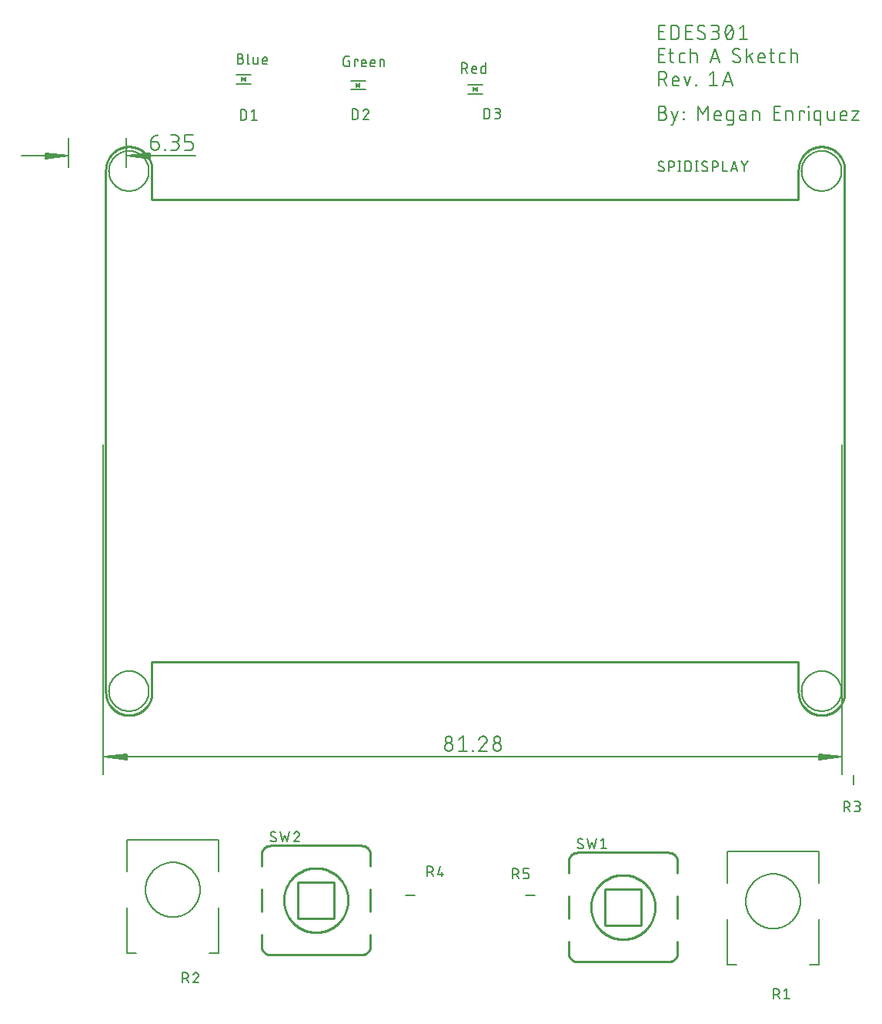
<source format=gbr>
G04 EAGLE Gerber RS-274X export*
G75*
%MOMM*%
%FSLAX34Y34*%
%LPD*%
%INSilkscreen Top*%
%IPPOS*%
%AMOC8*
5,1,8,0,0,1.08239X$1,22.5*%
G01*
%ADD10C,0.203200*%
%ADD11C,0.152400*%
%ADD12C,0.130000*%
%ADD13C,0.200000*%
%ADD14C,0.254000*%
%ADD15C,0.127000*%

G36*
X194309Y1059604D02*
X194309Y1059604D01*
X194409Y1059607D01*
X194420Y1059612D01*
X194433Y1059613D01*
X194524Y1059654D01*
X194616Y1059692D01*
X194626Y1059700D01*
X194638Y1059706D01*
X194709Y1059776D01*
X194782Y1059843D01*
X194788Y1059855D01*
X194797Y1059864D01*
X194839Y1059954D01*
X194885Y1060043D01*
X194887Y1060057D01*
X194892Y1060067D01*
X194895Y1060114D01*
X194912Y1060228D01*
X194912Y1064228D01*
X194895Y1064326D01*
X194881Y1064425D01*
X194875Y1064436D01*
X194873Y1064449D01*
X194822Y1064535D01*
X194775Y1064622D01*
X194765Y1064631D01*
X194758Y1064642D01*
X194681Y1064705D01*
X194606Y1064771D01*
X194594Y1064775D01*
X194584Y1064783D01*
X194490Y1064815D01*
X194397Y1064851D01*
X194384Y1064851D01*
X194372Y1064855D01*
X194273Y1064852D01*
X194173Y1064853D01*
X194159Y1064849D01*
X194147Y1064849D01*
X194104Y1064831D01*
X193994Y1064795D01*
X189994Y1062795D01*
X189959Y1062769D01*
X189918Y1062750D01*
X189869Y1062702D01*
X189815Y1062661D01*
X189791Y1062624D01*
X189759Y1062592D01*
X189730Y1062530D01*
X189693Y1062473D01*
X189683Y1062429D01*
X189664Y1062389D01*
X189659Y1062321D01*
X189644Y1062254D01*
X189650Y1062209D01*
X189647Y1062165D01*
X189666Y1062099D01*
X189675Y1062031D01*
X189696Y1061992D01*
X189708Y1061949D01*
X189749Y1061894D01*
X189781Y1061834D01*
X189815Y1061804D01*
X189841Y1061768D01*
X189912Y1061719D01*
X189950Y1061685D01*
X189971Y1061677D01*
X189994Y1061661D01*
X193994Y1059661D01*
X194090Y1059633D01*
X194184Y1059601D01*
X194197Y1059601D01*
X194210Y1059597D01*
X194309Y1059604D01*
G37*
G36*
X320039Y1053000D02*
X320039Y1053000D01*
X320139Y1053003D01*
X320150Y1053008D01*
X320163Y1053009D01*
X320254Y1053050D01*
X320346Y1053088D01*
X320356Y1053096D01*
X320368Y1053102D01*
X320439Y1053172D01*
X320512Y1053239D01*
X320518Y1053251D01*
X320527Y1053260D01*
X320569Y1053350D01*
X320615Y1053439D01*
X320617Y1053453D01*
X320622Y1053463D01*
X320625Y1053510D01*
X320642Y1053624D01*
X320642Y1057624D01*
X320625Y1057722D01*
X320611Y1057821D01*
X320605Y1057832D01*
X320603Y1057845D01*
X320552Y1057931D01*
X320505Y1058018D01*
X320495Y1058027D01*
X320488Y1058038D01*
X320411Y1058101D01*
X320336Y1058167D01*
X320324Y1058171D01*
X320314Y1058179D01*
X320220Y1058211D01*
X320127Y1058247D01*
X320114Y1058247D01*
X320102Y1058251D01*
X320003Y1058248D01*
X319903Y1058249D01*
X319889Y1058245D01*
X319877Y1058245D01*
X319834Y1058227D01*
X319724Y1058191D01*
X315724Y1056191D01*
X315689Y1056165D01*
X315648Y1056146D01*
X315599Y1056098D01*
X315545Y1056057D01*
X315521Y1056020D01*
X315489Y1055988D01*
X315460Y1055926D01*
X315423Y1055869D01*
X315413Y1055825D01*
X315394Y1055785D01*
X315389Y1055717D01*
X315374Y1055650D01*
X315380Y1055605D01*
X315377Y1055561D01*
X315396Y1055495D01*
X315405Y1055427D01*
X315426Y1055388D01*
X315438Y1055345D01*
X315479Y1055290D01*
X315511Y1055230D01*
X315545Y1055200D01*
X315571Y1055164D01*
X315642Y1055115D01*
X315680Y1055081D01*
X315701Y1055073D01*
X315724Y1055057D01*
X319724Y1053057D01*
X319820Y1053029D01*
X319914Y1052997D01*
X319927Y1052997D01*
X319940Y1052993D01*
X320039Y1053000D01*
G37*
G36*
X449325Y1048682D02*
X449325Y1048682D01*
X449425Y1048685D01*
X449436Y1048690D01*
X449449Y1048691D01*
X449540Y1048732D01*
X449632Y1048770D01*
X449642Y1048778D01*
X449654Y1048784D01*
X449725Y1048854D01*
X449798Y1048921D01*
X449804Y1048933D01*
X449813Y1048942D01*
X449855Y1049032D01*
X449901Y1049121D01*
X449903Y1049135D01*
X449908Y1049145D01*
X449911Y1049192D01*
X449928Y1049306D01*
X449928Y1053306D01*
X449911Y1053404D01*
X449897Y1053503D01*
X449891Y1053514D01*
X449889Y1053527D01*
X449838Y1053613D01*
X449791Y1053700D01*
X449781Y1053709D01*
X449774Y1053720D01*
X449697Y1053783D01*
X449622Y1053849D01*
X449610Y1053853D01*
X449600Y1053861D01*
X449506Y1053893D01*
X449413Y1053929D01*
X449400Y1053929D01*
X449388Y1053933D01*
X449289Y1053930D01*
X449189Y1053931D01*
X449175Y1053927D01*
X449163Y1053927D01*
X449120Y1053909D01*
X449010Y1053873D01*
X445010Y1051873D01*
X444975Y1051847D01*
X444934Y1051828D01*
X444885Y1051780D01*
X444831Y1051739D01*
X444807Y1051702D01*
X444775Y1051670D01*
X444746Y1051608D01*
X444709Y1051551D01*
X444699Y1051507D01*
X444680Y1051467D01*
X444675Y1051399D01*
X444660Y1051332D01*
X444666Y1051287D01*
X444663Y1051243D01*
X444682Y1051177D01*
X444691Y1051109D01*
X444712Y1051070D01*
X444724Y1051027D01*
X444765Y1050972D01*
X444797Y1050912D01*
X444831Y1050882D01*
X444857Y1050846D01*
X444928Y1050797D01*
X444966Y1050763D01*
X444987Y1050755D01*
X445010Y1050739D01*
X449010Y1048739D01*
X449106Y1048711D01*
X449200Y1048679D01*
X449213Y1048679D01*
X449226Y1048675D01*
X449325Y1048682D01*
G37*
D10*
X655715Y1105916D02*
X648716Y1105916D01*
X648716Y1121664D01*
X655715Y1121664D01*
X653965Y1114665D02*
X648716Y1114665D01*
X662227Y1121664D02*
X662227Y1105916D01*
X662227Y1121664D02*
X666602Y1121664D01*
X666732Y1121662D01*
X666861Y1121656D01*
X666990Y1121647D01*
X667119Y1121633D01*
X667248Y1121616D01*
X667376Y1121595D01*
X667503Y1121570D01*
X667629Y1121542D01*
X667755Y1121509D01*
X667879Y1121473D01*
X668003Y1121434D01*
X668125Y1121390D01*
X668246Y1121343D01*
X668365Y1121293D01*
X668483Y1121239D01*
X668599Y1121181D01*
X668714Y1121120D01*
X668826Y1121056D01*
X668937Y1120989D01*
X669046Y1120918D01*
X669152Y1120844D01*
X669256Y1120767D01*
X669358Y1120687D01*
X669457Y1120603D01*
X669554Y1120517D01*
X669649Y1120428D01*
X669740Y1120337D01*
X669829Y1120242D01*
X669915Y1120145D01*
X669999Y1120046D01*
X670079Y1119944D01*
X670156Y1119840D01*
X670230Y1119734D01*
X670301Y1119625D01*
X670368Y1119514D01*
X670432Y1119402D01*
X670493Y1119287D01*
X670551Y1119171D01*
X670605Y1119053D01*
X670655Y1118934D01*
X670702Y1118813D01*
X670746Y1118691D01*
X670785Y1118567D01*
X670821Y1118443D01*
X670854Y1118317D01*
X670882Y1118191D01*
X670907Y1118064D01*
X670928Y1117936D01*
X670945Y1117807D01*
X670959Y1117678D01*
X670968Y1117549D01*
X670974Y1117420D01*
X670976Y1117290D01*
X670976Y1110290D01*
X670974Y1110160D01*
X670968Y1110031D01*
X670959Y1109902D01*
X670945Y1109773D01*
X670928Y1109644D01*
X670907Y1109516D01*
X670882Y1109389D01*
X670854Y1109263D01*
X670821Y1109137D01*
X670785Y1109013D01*
X670746Y1108889D01*
X670702Y1108767D01*
X670655Y1108646D01*
X670605Y1108527D01*
X670551Y1108409D01*
X670493Y1108293D01*
X670432Y1108178D01*
X670368Y1108066D01*
X670301Y1107955D01*
X670230Y1107846D01*
X670156Y1107740D01*
X670079Y1107636D01*
X669999Y1107534D01*
X669915Y1107435D01*
X669829Y1107338D01*
X669740Y1107243D01*
X669649Y1107152D01*
X669554Y1107063D01*
X669457Y1106977D01*
X669358Y1106893D01*
X669256Y1106813D01*
X669152Y1106736D01*
X669046Y1106662D01*
X668937Y1106591D01*
X668826Y1106524D01*
X668714Y1106460D01*
X668599Y1106399D01*
X668483Y1106341D01*
X668365Y1106287D01*
X668246Y1106237D01*
X668125Y1106190D01*
X668003Y1106146D01*
X667879Y1106107D01*
X667755Y1106071D01*
X667629Y1106038D01*
X667503Y1106010D01*
X667376Y1105985D01*
X667248Y1105964D01*
X667119Y1105947D01*
X666990Y1105933D01*
X666861Y1105924D01*
X666732Y1105918D01*
X666602Y1105916D01*
X662227Y1105916D01*
X678936Y1105916D02*
X685935Y1105916D01*
X678936Y1105916D02*
X678936Y1121664D01*
X685935Y1121664D01*
X684186Y1114665D02*
X678936Y1114665D01*
X696655Y1105916D02*
X696772Y1105918D01*
X696889Y1105924D01*
X697005Y1105934D01*
X697121Y1105947D01*
X697237Y1105965D01*
X697352Y1105986D01*
X697466Y1106011D01*
X697580Y1106040D01*
X697692Y1106073D01*
X697803Y1106110D01*
X697913Y1106150D01*
X698021Y1106194D01*
X698128Y1106241D01*
X698234Y1106292D01*
X698337Y1106347D01*
X698439Y1106405D01*
X698538Y1106466D01*
X698636Y1106530D01*
X698731Y1106598D01*
X698824Y1106669D01*
X698915Y1106743D01*
X699003Y1106820D01*
X699088Y1106900D01*
X699171Y1106983D01*
X699251Y1107068D01*
X699328Y1107156D01*
X699402Y1107247D01*
X699473Y1107340D01*
X699541Y1107435D01*
X699605Y1107533D01*
X699666Y1107632D01*
X699724Y1107734D01*
X699779Y1107837D01*
X699830Y1107943D01*
X699877Y1108050D01*
X699921Y1108158D01*
X699961Y1108268D01*
X699998Y1108379D01*
X700031Y1108491D01*
X700060Y1108605D01*
X700085Y1108719D01*
X700106Y1108834D01*
X700124Y1108949D01*
X700137Y1109066D01*
X700147Y1109182D01*
X700153Y1109299D01*
X700155Y1109416D01*
X696655Y1105916D02*
X696478Y1105918D01*
X696301Y1105924D01*
X696125Y1105935D01*
X695948Y1105950D01*
X695773Y1105969D01*
X695597Y1105992D01*
X695423Y1106019D01*
X695248Y1106051D01*
X695075Y1106087D01*
X694903Y1106127D01*
X694732Y1106171D01*
X694561Y1106219D01*
X694392Y1106271D01*
X694225Y1106327D01*
X694058Y1106387D01*
X693893Y1106451D01*
X693730Y1106519D01*
X693568Y1106591D01*
X693409Y1106667D01*
X693251Y1106746D01*
X693095Y1106830D01*
X692941Y1106917D01*
X692789Y1107007D01*
X692639Y1107102D01*
X692492Y1107200D01*
X692347Y1107301D01*
X692204Y1107406D01*
X692064Y1107514D01*
X691927Y1107625D01*
X691792Y1107740D01*
X691661Y1107858D01*
X691532Y1107979D01*
X691406Y1108103D01*
X691843Y1118164D02*
X691845Y1118281D01*
X691851Y1118398D01*
X691861Y1118514D01*
X691874Y1118631D01*
X691892Y1118746D01*
X691913Y1118861D01*
X691938Y1118975D01*
X691967Y1119089D01*
X692000Y1119201D01*
X692037Y1119312D01*
X692077Y1119422D01*
X692121Y1119530D01*
X692168Y1119637D01*
X692219Y1119743D01*
X692274Y1119846D01*
X692332Y1119948D01*
X692393Y1120047D01*
X692457Y1120145D01*
X692525Y1120240D01*
X692596Y1120333D01*
X692670Y1120424D01*
X692747Y1120512D01*
X692827Y1120597D01*
X692910Y1120680D01*
X692995Y1120760D01*
X693083Y1120837D01*
X693174Y1120911D01*
X693267Y1120982D01*
X693362Y1121050D01*
X693460Y1121114D01*
X693559Y1121175D01*
X693661Y1121233D01*
X693764Y1121288D01*
X693870Y1121339D01*
X693977Y1121386D01*
X694085Y1121430D01*
X694195Y1121470D01*
X694306Y1121507D01*
X694418Y1121540D01*
X694532Y1121569D01*
X694646Y1121594D01*
X694761Y1121615D01*
X694876Y1121633D01*
X694993Y1121646D01*
X695109Y1121656D01*
X695226Y1121662D01*
X695343Y1121664D01*
X695499Y1121662D01*
X695656Y1121657D01*
X695812Y1121647D01*
X695968Y1121634D01*
X696123Y1121617D01*
X696278Y1121597D01*
X696433Y1121573D01*
X696587Y1121545D01*
X696740Y1121514D01*
X696892Y1121479D01*
X697044Y1121440D01*
X697194Y1121397D01*
X697344Y1121352D01*
X697492Y1121302D01*
X697639Y1121249D01*
X697785Y1121193D01*
X697930Y1121133D01*
X698073Y1121069D01*
X698214Y1121003D01*
X698354Y1120933D01*
X698492Y1120859D01*
X698628Y1120782D01*
X698763Y1120703D01*
X698895Y1120619D01*
X699026Y1120533D01*
X699154Y1120444D01*
X699280Y1120352D01*
X693593Y1115102D02*
X693494Y1115162D01*
X693398Y1115226D01*
X693304Y1115292D01*
X693212Y1115361D01*
X693122Y1115434D01*
X693034Y1115509D01*
X692950Y1115587D01*
X692867Y1115668D01*
X692788Y1115751D01*
X692711Y1115837D01*
X692637Y1115925D01*
X692565Y1116016D01*
X692497Y1116109D01*
X692432Y1116204D01*
X692370Y1116302D01*
X692311Y1116401D01*
X692256Y1116502D01*
X692203Y1116605D01*
X692155Y1116709D01*
X692109Y1116815D01*
X692067Y1116922D01*
X692028Y1117031D01*
X691993Y1117141D01*
X691962Y1117252D01*
X691934Y1117364D01*
X691910Y1117476D01*
X691890Y1117590D01*
X691873Y1117704D01*
X691860Y1117819D01*
X691850Y1117934D01*
X691845Y1118049D01*
X691843Y1118164D01*
X698404Y1112478D02*
X698503Y1112418D01*
X698599Y1112354D01*
X698693Y1112288D01*
X698785Y1112219D01*
X698875Y1112146D01*
X698963Y1112071D01*
X699047Y1111993D01*
X699130Y1111912D01*
X699209Y1111829D01*
X699286Y1111743D01*
X699360Y1111655D01*
X699432Y1111564D01*
X699500Y1111471D01*
X699565Y1111376D01*
X699627Y1111278D01*
X699686Y1111179D01*
X699741Y1111078D01*
X699794Y1110975D01*
X699843Y1110871D01*
X699888Y1110765D01*
X699930Y1110658D01*
X699969Y1110549D01*
X700004Y1110439D01*
X700035Y1110328D01*
X700063Y1110216D01*
X700087Y1110104D01*
X700107Y1109990D01*
X700124Y1109876D01*
X700137Y1109761D01*
X700147Y1109646D01*
X700152Y1109531D01*
X700154Y1109416D01*
X698405Y1112478D02*
X693593Y1115102D01*
X706516Y1105916D02*
X710890Y1105916D01*
X711021Y1105918D01*
X711152Y1105924D01*
X711282Y1105934D01*
X711412Y1105947D01*
X711542Y1105965D01*
X711671Y1105986D01*
X711799Y1106012D01*
X711927Y1106041D01*
X712054Y1106074D01*
X712179Y1106110D01*
X712304Y1106151D01*
X712427Y1106195D01*
X712549Y1106243D01*
X712669Y1106294D01*
X712788Y1106349D01*
X712905Y1106408D01*
X713020Y1106470D01*
X713133Y1106535D01*
X713245Y1106604D01*
X713354Y1106676D01*
X713461Y1106751D01*
X713566Y1106830D01*
X713668Y1106911D01*
X713768Y1106996D01*
X713865Y1107084D01*
X713960Y1107174D01*
X714052Y1107267D01*
X714141Y1107363D01*
X714227Y1107462D01*
X714310Y1107563D01*
X714390Y1107666D01*
X714467Y1107772D01*
X714540Y1107880D01*
X714611Y1107991D01*
X714678Y1108103D01*
X714742Y1108217D01*
X714802Y1108333D01*
X714859Y1108451D01*
X714912Y1108571D01*
X714962Y1108692D01*
X715008Y1108815D01*
X715050Y1108938D01*
X715088Y1109063D01*
X715123Y1109190D01*
X715154Y1109317D01*
X715182Y1109445D01*
X715205Y1109573D01*
X715224Y1109703D01*
X715240Y1109833D01*
X715252Y1109963D01*
X715260Y1110094D01*
X715264Y1110225D01*
X715264Y1110355D01*
X715260Y1110486D01*
X715252Y1110617D01*
X715240Y1110747D01*
X715224Y1110877D01*
X715205Y1111007D01*
X715182Y1111135D01*
X715154Y1111263D01*
X715123Y1111390D01*
X715088Y1111517D01*
X715050Y1111642D01*
X715008Y1111765D01*
X714962Y1111888D01*
X714912Y1112009D01*
X714859Y1112129D01*
X714802Y1112247D01*
X714742Y1112363D01*
X714678Y1112477D01*
X714611Y1112589D01*
X714540Y1112700D01*
X714467Y1112808D01*
X714390Y1112914D01*
X714310Y1113017D01*
X714227Y1113118D01*
X714141Y1113217D01*
X714052Y1113313D01*
X713960Y1113406D01*
X713865Y1113496D01*
X713768Y1113584D01*
X713668Y1113669D01*
X713566Y1113750D01*
X713461Y1113829D01*
X713354Y1113904D01*
X713245Y1113976D01*
X713133Y1114045D01*
X713020Y1114110D01*
X712905Y1114172D01*
X712788Y1114231D01*
X712669Y1114286D01*
X712549Y1114337D01*
X712427Y1114385D01*
X712304Y1114429D01*
X712179Y1114470D01*
X712054Y1114506D01*
X711927Y1114539D01*
X711799Y1114568D01*
X711671Y1114594D01*
X711542Y1114615D01*
X711412Y1114633D01*
X711282Y1114646D01*
X711152Y1114656D01*
X711021Y1114662D01*
X710890Y1114664D01*
X711765Y1121664D02*
X706516Y1121664D01*
X711765Y1121664D02*
X711883Y1121662D01*
X712001Y1121656D01*
X712119Y1121646D01*
X712236Y1121632D01*
X712353Y1121614D01*
X712470Y1121592D01*
X712585Y1121567D01*
X712699Y1121537D01*
X712813Y1121503D01*
X712925Y1121466D01*
X713036Y1121425D01*
X713145Y1121380D01*
X713253Y1121332D01*
X713359Y1121280D01*
X713464Y1121224D01*
X713566Y1121165D01*
X713666Y1121103D01*
X713764Y1121037D01*
X713860Y1120968D01*
X713954Y1120895D01*
X714045Y1120820D01*
X714133Y1120741D01*
X714219Y1120660D01*
X714302Y1120575D01*
X714382Y1120488D01*
X714459Y1120399D01*
X714533Y1120306D01*
X714603Y1120212D01*
X714671Y1120115D01*
X714735Y1120015D01*
X714796Y1119914D01*
X714853Y1119811D01*
X714907Y1119705D01*
X714958Y1119598D01*
X715004Y1119490D01*
X715047Y1119380D01*
X715086Y1119268D01*
X715122Y1119155D01*
X715153Y1119041D01*
X715181Y1118926D01*
X715205Y1118811D01*
X715225Y1118694D01*
X715241Y1118577D01*
X715253Y1118459D01*
X715261Y1118341D01*
X715265Y1118223D01*
X715265Y1118105D01*
X715261Y1117987D01*
X715253Y1117869D01*
X715241Y1117751D01*
X715225Y1117634D01*
X715205Y1117517D01*
X715181Y1117402D01*
X715153Y1117287D01*
X715122Y1117173D01*
X715086Y1117060D01*
X715047Y1116948D01*
X715004Y1116838D01*
X714958Y1116730D01*
X714907Y1116623D01*
X714853Y1116517D01*
X714796Y1116414D01*
X714735Y1116313D01*
X714671Y1116213D01*
X714603Y1116116D01*
X714533Y1116022D01*
X714459Y1115929D01*
X714382Y1115840D01*
X714302Y1115753D01*
X714219Y1115668D01*
X714133Y1115587D01*
X714045Y1115508D01*
X713954Y1115433D01*
X713860Y1115360D01*
X713764Y1115291D01*
X713666Y1115225D01*
X713566Y1115163D01*
X713464Y1115104D01*
X713359Y1115048D01*
X713253Y1114996D01*
X713145Y1114948D01*
X713036Y1114903D01*
X712925Y1114862D01*
X712813Y1114825D01*
X712699Y1114791D01*
X712585Y1114761D01*
X712470Y1114736D01*
X712353Y1114714D01*
X712236Y1114696D01*
X712119Y1114682D01*
X712001Y1114672D01*
X711883Y1114666D01*
X711765Y1114664D01*
X711765Y1114665D02*
X708265Y1114665D01*
X722147Y1113790D02*
X722151Y1114100D01*
X722162Y1114409D01*
X722180Y1114719D01*
X722206Y1115027D01*
X722239Y1115335D01*
X722280Y1115643D01*
X722328Y1115949D01*
X722383Y1116254D01*
X722445Y1116557D01*
X722515Y1116859D01*
X722592Y1117159D01*
X722676Y1117457D01*
X722767Y1117753D01*
X722865Y1118047D01*
X722970Y1118339D01*
X723082Y1118628D01*
X723201Y1118914D01*
X723327Y1119197D01*
X723459Y1119477D01*
X723497Y1119582D01*
X723539Y1119685D01*
X723584Y1119787D01*
X723632Y1119888D01*
X723684Y1119986D01*
X723740Y1120083D01*
X723798Y1120178D01*
X723860Y1120271D01*
X723925Y1120361D01*
X723994Y1120449D01*
X724065Y1120535D01*
X724139Y1120619D01*
X724216Y1120699D01*
X724295Y1120778D01*
X724378Y1120853D01*
X724463Y1120925D01*
X724550Y1120995D01*
X724640Y1121061D01*
X724731Y1121124D01*
X724825Y1121184D01*
X724921Y1121241D01*
X725019Y1121295D01*
X725119Y1121345D01*
X725220Y1121391D01*
X725323Y1121434D01*
X725428Y1121474D01*
X725533Y1121510D01*
X725640Y1121542D01*
X725748Y1121570D01*
X725857Y1121595D01*
X725966Y1121616D01*
X726076Y1121633D01*
X726187Y1121647D01*
X726298Y1121656D01*
X726409Y1121662D01*
X726521Y1121664D01*
X726633Y1121662D01*
X726744Y1121656D01*
X726855Y1121647D01*
X726966Y1121633D01*
X727076Y1121616D01*
X727186Y1121595D01*
X727294Y1121570D01*
X727402Y1121542D01*
X727509Y1121510D01*
X727614Y1121474D01*
X727719Y1121434D01*
X727822Y1121391D01*
X727923Y1121345D01*
X728023Y1121295D01*
X728121Y1121241D01*
X728217Y1121184D01*
X728311Y1121124D01*
X728402Y1121061D01*
X728492Y1120995D01*
X728579Y1120925D01*
X728664Y1120853D01*
X728747Y1120778D01*
X728826Y1120699D01*
X728903Y1120619D01*
X728977Y1120535D01*
X729048Y1120449D01*
X729117Y1120361D01*
X729182Y1120271D01*
X729244Y1120178D01*
X729302Y1120083D01*
X729358Y1119986D01*
X729410Y1119888D01*
X729458Y1119787D01*
X729503Y1119685D01*
X729545Y1119582D01*
X729583Y1119477D01*
X729584Y1119477D02*
X729716Y1119197D01*
X729842Y1118913D01*
X729961Y1118627D01*
X730073Y1118338D01*
X730178Y1118047D01*
X730276Y1117753D01*
X730367Y1117457D01*
X730451Y1117159D01*
X730528Y1116859D01*
X730598Y1116557D01*
X730660Y1116253D01*
X730715Y1115949D01*
X730763Y1115643D01*
X730804Y1115335D01*
X730837Y1115027D01*
X730863Y1114719D01*
X730881Y1114409D01*
X730892Y1114100D01*
X730896Y1113790D01*
X722147Y1113790D02*
X722151Y1113480D01*
X722162Y1113171D01*
X722180Y1112861D01*
X722206Y1112553D01*
X722239Y1112245D01*
X722280Y1111937D01*
X722328Y1111631D01*
X722383Y1111326D01*
X722445Y1111023D01*
X722515Y1110721D01*
X722592Y1110421D01*
X722676Y1110123D01*
X722767Y1109827D01*
X722865Y1109533D01*
X722970Y1109241D01*
X723082Y1108952D01*
X723201Y1108666D01*
X723327Y1108383D01*
X723459Y1108103D01*
X723497Y1107998D01*
X723539Y1107895D01*
X723584Y1107793D01*
X723632Y1107692D01*
X723684Y1107594D01*
X723740Y1107497D01*
X723798Y1107402D01*
X723860Y1107309D01*
X723925Y1107219D01*
X723994Y1107131D01*
X724065Y1107045D01*
X724139Y1106961D01*
X724216Y1106881D01*
X724295Y1106802D01*
X724378Y1106727D01*
X724463Y1106655D01*
X724550Y1106585D01*
X724640Y1106519D01*
X724731Y1106456D01*
X724825Y1106396D01*
X724921Y1106339D01*
X725019Y1106285D01*
X725119Y1106235D01*
X725220Y1106189D01*
X725323Y1106146D01*
X725428Y1106106D01*
X725533Y1106070D01*
X725640Y1106038D01*
X725748Y1106010D01*
X725857Y1105985D01*
X725966Y1105964D01*
X726076Y1105947D01*
X726187Y1105933D01*
X726298Y1105924D01*
X726409Y1105918D01*
X726521Y1105916D01*
X729584Y1108103D02*
X729716Y1108383D01*
X729842Y1108666D01*
X729961Y1108952D01*
X730073Y1109241D01*
X730178Y1109533D01*
X730276Y1109827D01*
X730367Y1110123D01*
X730451Y1110421D01*
X730528Y1110721D01*
X730598Y1111023D01*
X730660Y1111326D01*
X730715Y1111631D01*
X730763Y1111937D01*
X730804Y1112245D01*
X730837Y1112553D01*
X730863Y1112861D01*
X730881Y1113171D01*
X730892Y1113480D01*
X730896Y1113790D01*
X729583Y1108103D02*
X729545Y1107998D01*
X729503Y1107895D01*
X729458Y1107793D01*
X729410Y1107692D01*
X729358Y1107594D01*
X729302Y1107497D01*
X729244Y1107402D01*
X729182Y1107309D01*
X729117Y1107219D01*
X729048Y1107131D01*
X728977Y1107045D01*
X728903Y1106961D01*
X728826Y1106881D01*
X728747Y1106802D01*
X728664Y1106727D01*
X728579Y1106655D01*
X728492Y1106585D01*
X728402Y1106519D01*
X728311Y1106456D01*
X728217Y1106396D01*
X728121Y1106339D01*
X728023Y1106285D01*
X727923Y1106235D01*
X727822Y1106189D01*
X727719Y1106146D01*
X727614Y1106106D01*
X727509Y1106070D01*
X727402Y1106038D01*
X727294Y1106010D01*
X727185Y1105985D01*
X727076Y1105964D01*
X726966Y1105947D01*
X726855Y1105933D01*
X726744Y1105924D01*
X726633Y1105918D01*
X726521Y1105916D01*
X723022Y1109416D02*
X730021Y1118164D01*
X737778Y1118164D02*
X742153Y1121664D01*
X742153Y1105916D01*
X746527Y1105916D02*
X737778Y1105916D01*
X655715Y1080516D02*
X648716Y1080516D01*
X648716Y1096264D01*
X655715Y1096264D01*
X653965Y1089265D02*
X648716Y1089265D01*
X660190Y1091015D02*
X665439Y1091015D01*
X661940Y1096264D02*
X661940Y1083141D01*
X661939Y1083141D02*
X661941Y1083040D01*
X661947Y1082940D01*
X661956Y1082840D01*
X661970Y1082740D01*
X661987Y1082641D01*
X662008Y1082543D01*
X662033Y1082445D01*
X662061Y1082349D01*
X662094Y1082254D01*
X662129Y1082160D01*
X662169Y1082067D01*
X662212Y1081976D01*
X662258Y1081887D01*
X662308Y1081800D01*
X662361Y1081714D01*
X662417Y1081631D01*
X662476Y1081550D01*
X662539Y1081471D01*
X662604Y1081395D01*
X662673Y1081321D01*
X662744Y1081250D01*
X662818Y1081181D01*
X662894Y1081116D01*
X662973Y1081053D01*
X663054Y1080994D01*
X663137Y1080938D01*
X663223Y1080885D01*
X663310Y1080835D01*
X663399Y1080789D01*
X663490Y1080746D01*
X663583Y1080706D01*
X663677Y1080671D01*
X663772Y1080638D01*
X663868Y1080610D01*
X663966Y1080585D01*
X664064Y1080564D01*
X664163Y1080547D01*
X664263Y1080533D01*
X664363Y1080524D01*
X664463Y1080518D01*
X664564Y1080516D01*
X665439Y1080516D01*
X674085Y1080516D02*
X677584Y1080516D01*
X674085Y1080516D02*
X673984Y1080518D01*
X673884Y1080524D01*
X673784Y1080533D01*
X673684Y1080547D01*
X673585Y1080564D01*
X673487Y1080585D01*
X673389Y1080610D01*
X673293Y1080638D01*
X673198Y1080671D01*
X673104Y1080706D01*
X673011Y1080746D01*
X672920Y1080789D01*
X672831Y1080835D01*
X672744Y1080885D01*
X672658Y1080938D01*
X672575Y1080994D01*
X672494Y1081053D01*
X672415Y1081116D01*
X672339Y1081181D01*
X672265Y1081250D01*
X672194Y1081321D01*
X672125Y1081395D01*
X672060Y1081471D01*
X671997Y1081550D01*
X671938Y1081631D01*
X671882Y1081714D01*
X671829Y1081800D01*
X671779Y1081887D01*
X671733Y1081976D01*
X671690Y1082067D01*
X671650Y1082160D01*
X671615Y1082254D01*
X671582Y1082349D01*
X671554Y1082445D01*
X671529Y1082543D01*
X671508Y1082641D01*
X671491Y1082740D01*
X671477Y1082840D01*
X671468Y1082940D01*
X671462Y1083040D01*
X671460Y1083141D01*
X671460Y1088390D01*
X671462Y1088491D01*
X671468Y1088591D01*
X671477Y1088691D01*
X671491Y1088791D01*
X671508Y1088890D01*
X671529Y1088988D01*
X671554Y1089086D01*
X671582Y1089182D01*
X671615Y1089277D01*
X671650Y1089371D01*
X671690Y1089464D01*
X671733Y1089555D01*
X671779Y1089644D01*
X671829Y1089731D01*
X671882Y1089817D01*
X671938Y1089900D01*
X671997Y1089981D01*
X672060Y1090060D01*
X672125Y1090136D01*
X672194Y1090210D01*
X672265Y1090281D01*
X672339Y1090350D01*
X672415Y1090415D01*
X672494Y1090478D01*
X672575Y1090537D01*
X672658Y1090593D01*
X672744Y1090646D01*
X672831Y1090696D01*
X672920Y1090742D01*
X673011Y1090785D01*
X673104Y1090825D01*
X673198Y1090861D01*
X673293Y1090893D01*
X673389Y1090921D01*
X673487Y1090946D01*
X673585Y1090967D01*
X673684Y1090984D01*
X673784Y1090998D01*
X673884Y1091007D01*
X673984Y1091013D01*
X674085Y1091015D01*
X677584Y1091015D01*
X683944Y1096264D02*
X683944Y1080516D01*
X683944Y1091015D02*
X688318Y1091015D01*
X688419Y1091013D01*
X688519Y1091007D01*
X688619Y1090998D01*
X688719Y1090984D01*
X688818Y1090967D01*
X688916Y1090946D01*
X689014Y1090921D01*
X689110Y1090893D01*
X689205Y1090860D01*
X689299Y1090825D01*
X689392Y1090785D01*
X689483Y1090742D01*
X689572Y1090696D01*
X689659Y1090646D01*
X689745Y1090593D01*
X689828Y1090537D01*
X689909Y1090478D01*
X689988Y1090415D01*
X690064Y1090350D01*
X690138Y1090281D01*
X690209Y1090210D01*
X690278Y1090136D01*
X690343Y1090060D01*
X690406Y1089981D01*
X690465Y1089900D01*
X690521Y1089817D01*
X690574Y1089731D01*
X690624Y1089644D01*
X690670Y1089555D01*
X690713Y1089464D01*
X690753Y1089371D01*
X690788Y1089277D01*
X690821Y1089182D01*
X690849Y1089086D01*
X690874Y1088988D01*
X690895Y1088890D01*
X690912Y1088791D01*
X690926Y1088691D01*
X690935Y1088591D01*
X690941Y1088491D01*
X690943Y1088390D01*
X690943Y1080516D01*
X705641Y1080516D02*
X710890Y1096264D01*
X716140Y1080516D01*
X714827Y1084453D02*
X706953Y1084453D01*
X735212Y1080516D02*
X735329Y1080518D01*
X735446Y1080524D01*
X735562Y1080534D01*
X735678Y1080547D01*
X735794Y1080565D01*
X735909Y1080586D01*
X736023Y1080611D01*
X736137Y1080640D01*
X736249Y1080673D01*
X736360Y1080710D01*
X736470Y1080750D01*
X736578Y1080794D01*
X736685Y1080841D01*
X736791Y1080892D01*
X736894Y1080947D01*
X736996Y1081005D01*
X737095Y1081066D01*
X737193Y1081130D01*
X737288Y1081198D01*
X737381Y1081269D01*
X737472Y1081343D01*
X737560Y1081420D01*
X737645Y1081500D01*
X737728Y1081583D01*
X737808Y1081668D01*
X737885Y1081756D01*
X737959Y1081847D01*
X738030Y1081940D01*
X738098Y1082035D01*
X738162Y1082133D01*
X738223Y1082232D01*
X738281Y1082334D01*
X738336Y1082437D01*
X738387Y1082543D01*
X738434Y1082650D01*
X738478Y1082758D01*
X738518Y1082868D01*
X738555Y1082979D01*
X738588Y1083091D01*
X738617Y1083205D01*
X738642Y1083319D01*
X738663Y1083434D01*
X738681Y1083549D01*
X738694Y1083666D01*
X738704Y1083782D01*
X738710Y1083899D01*
X738712Y1084016D01*
X735212Y1080516D02*
X735035Y1080518D01*
X734858Y1080524D01*
X734682Y1080535D01*
X734505Y1080550D01*
X734330Y1080569D01*
X734154Y1080592D01*
X733980Y1080619D01*
X733805Y1080651D01*
X733632Y1080687D01*
X733460Y1080727D01*
X733289Y1080771D01*
X733118Y1080819D01*
X732949Y1080871D01*
X732782Y1080927D01*
X732615Y1080987D01*
X732450Y1081051D01*
X732287Y1081119D01*
X732125Y1081191D01*
X731966Y1081267D01*
X731808Y1081346D01*
X731652Y1081430D01*
X731498Y1081517D01*
X731346Y1081607D01*
X731196Y1081702D01*
X731049Y1081800D01*
X730904Y1081901D01*
X730761Y1082006D01*
X730621Y1082114D01*
X730484Y1082225D01*
X730349Y1082340D01*
X730218Y1082458D01*
X730089Y1082579D01*
X729963Y1082703D01*
X730400Y1092764D02*
X730402Y1092881D01*
X730408Y1092998D01*
X730418Y1093114D01*
X730431Y1093231D01*
X730449Y1093346D01*
X730470Y1093461D01*
X730495Y1093575D01*
X730524Y1093689D01*
X730557Y1093801D01*
X730594Y1093912D01*
X730634Y1094022D01*
X730678Y1094130D01*
X730725Y1094237D01*
X730776Y1094343D01*
X730831Y1094446D01*
X730889Y1094548D01*
X730950Y1094647D01*
X731014Y1094745D01*
X731082Y1094840D01*
X731153Y1094933D01*
X731227Y1095024D01*
X731304Y1095112D01*
X731384Y1095197D01*
X731467Y1095280D01*
X731552Y1095360D01*
X731640Y1095437D01*
X731731Y1095511D01*
X731824Y1095582D01*
X731919Y1095650D01*
X732017Y1095714D01*
X732116Y1095775D01*
X732218Y1095833D01*
X732321Y1095888D01*
X732427Y1095939D01*
X732534Y1095986D01*
X732642Y1096030D01*
X732752Y1096070D01*
X732863Y1096107D01*
X732975Y1096140D01*
X733089Y1096169D01*
X733203Y1096194D01*
X733318Y1096215D01*
X733433Y1096233D01*
X733550Y1096246D01*
X733666Y1096256D01*
X733783Y1096262D01*
X733900Y1096264D01*
X734056Y1096262D01*
X734213Y1096257D01*
X734369Y1096247D01*
X734525Y1096234D01*
X734680Y1096217D01*
X734835Y1096197D01*
X734990Y1096173D01*
X735144Y1096145D01*
X735297Y1096114D01*
X735449Y1096079D01*
X735601Y1096040D01*
X735751Y1095997D01*
X735901Y1095952D01*
X736049Y1095902D01*
X736196Y1095849D01*
X736342Y1095793D01*
X736487Y1095733D01*
X736630Y1095669D01*
X736771Y1095603D01*
X736911Y1095533D01*
X737049Y1095459D01*
X737185Y1095382D01*
X737320Y1095303D01*
X737452Y1095219D01*
X737583Y1095133D01*
X737711Y1095044D01*
X737837Y1094952D01*
X732150Y1089702D02*
X732051Y1089762D01*
X731955Y1089826D01*
X731861Y1089892D01*
X731769Y1089961D01*
X731679Y1090034D01*
X731591Y1090109D01*
X731507Y1090187D01*
X731424Y1090268D01*
X731345Y1090351D01*
X731268Y1090437D01*
X731194Y1090525D01*
X731122Y1090616D01*
X731054Y1090709D01*
X730989Y1090804D01*
X730927Y1090902D01*
X730868Y1091001D01*
X730813Y1091102D01*
X730760Y1091205D01*
X730712Y1091309D01*
X730666Y1091415D01*
X730624Y1091522D01*
X730585Y1091631D01*
X730550Y1091741D01*
X730519Y1091852D01*
X730491Y1091964D01*
X730467Y1092076D01*
X730447Y1092190D01*
X730430Y1092304D01*
X730417Y1092419D01*
X730407Y1092534D01*
X730402Y1092649D01*
X730400Y1092764D01*
X736961Y1087078D02*
X737060Y1087018D01*
X737156Y1086954D01*
X737250Y1086888D01*
X737342Y1086819D01*
X737432Y1086746D01*
X737520Y1086671D01*
X737604Y1086593D01*
X737687Y1086512D01*
X737766Y1086429D01*
X737843Y1086343D01*
X737917Y1086255D01*
X737989Y1086164D01*
X738057Y1086071D01*
X738122Y1085976D01*
X738184Y1085878D01*
X738243Y1085779D01*
X738298Y1085678D01*
X738351Y1085575D01*
X738400Y1085471D01*
X738445Y1085365D01*
X738487Y1085258D01*
X738526Y1085149D01*
X738561Y1085039D01*
X738592Y1084928D01*
X738620Y1084816D01*
X738644Y1084704D01*
X738664Y1084590D01*
X738681Y1084476D01*
X738694Y1084361D01*
X738704Y1084246D01*
X738709Y1084131D01*
X738711Y1084016D01*
X736962Y1087078D02*
X732150Y1089702D01*
X745630Y1096264D02*
X745630Y1080516D01*
X745630Y1085765D02*
X752629Y1091015D01*
X748692Y1087953D02*
X752629Y1080516D01*
X761077Y1080516D02*
X765452Y1080516D01*
X761077Y1080516D02*
X760976Y1080518D01*
X760876Y1080524D01*
X760776Y1080533D01*
X760676Y1080547D01*
X760577Y1080564D01*
X760479Y1080585D01*
X760381Y1080610D01*
X760285Y1080638D01*
X760190Y1080671D01*
X760096Y1080706D01*
X760003Y1080746D01*
X759912Y1080789D01*
X759823Y1080835D01*
X759736Y1080885D01*
X759650Y1080938D01*
X759567Y1080994D01*
X759486Y1081053D01*
X759407Y1081116D01*
X759331Y1081181D01*
X759257Y1081250D01*
X759186Y1081321D01*
X759117Y1081395D01*
X759052Y1081471D01*
X758989Y1081550D01*
X758930Y1081631D01*
X758874Y1081714D01*
X758821Y1081800D01*
X758771Y1081887D01*
X758725Y1081976D01*
X758682Y1082067D01*
X758642Y1082160D01*
X758607Y1082254D01*
X758574Y1082349D01*
X758546Y1082445D01*
X758521Y1082543D01*
X758500Y1082641D01*
X758483Y1082740D01*
X758469Y1082840D01*
X758460Y1082940D01*
X758454Y1083040D01*
X758452Y1083141D01*
X758453Y1083141D02*
X758453Y1087515D01*
X758452Y1087515D02*
X758454Y1087633D01*
X758460Y1087751D01*
X758470Y1087869D01*
X758484Y1087986D01*
X758502Y1088103D01*
X758524Y1088220D01*
X758549Y1088335D01*
X758579Y1088449D01*
X758613Y1088563D01*
X758650Y1088675D01*
X758691Y1088786D01*
X758736Y1088895D01*
X758784Y1089003D01*
X758836Y1089109D01*
X758892Y1089214D01*
X758951Y1089316D01*
X759013Y1089416D01*
X759079Y1089514D01*
X759148Y1089610D01*
X759221Y1089704D01*
X759296Y1089795D01*
X759375Y1089883D01*
X759456Y1089969D01*
X759541Y1090052D01*
X759628Y1090132D01*
X759717Y1090209D01*
X759810Y1090283D01*
X759904Y1090353D01*
X760001Y1090421D01*
X760101Y1090485D01*
X760202Y1090546D01*
X760305Y1090603D01*
X760411Y1090657D01*
X760518Y1090708D01*
X760626Y1090754D01*
X760736Y1090797D01*
X760848Y1090836D01*
X760961Y1090872D01*
X761075Y1090903D01*
X761190Y1090931D01*
X761305Y1090955D01*
X761422Y1090975D01*
X761539Y1090991D01*
X761657Y1091003D01*
X761775Y1091011D01*
X761893Y1091015D01*
X762011Y1091015D01*
X762129Y1091011D01*
X762247Y1091003D01*
X762365Y1090991D01*
X762482Y1090975D01*
X762599Y1090955D01*
X762714Y1090931D01*
X762829Y1090903D01*
X762943Y1090872D01*
X763056Y1090836D01*
X763168Y1090797D01*
X763278Y1090754D01*
X763386Y1090708D01*
X763493Y1090657D01*
X763599Y1090603D01*
X763702Y1090546D01*
X763803Y1090485D01*
X763903Y1090421D01*
X764000Y1090353D01*
X764094Y1090283D01*
X764187Y1090209D01*
X764276Y1090132D01*
X764363Y1090052D01*
X764448Y1089969D01*
X764529Y1089883D01*
X764608Y1089795D01*
X764683Y1089704D01*
X764756Y1089610D01*
X764825Y1089514D01*
X764891Y1089416D01*
X764953Y1089316D01*
X765012Y1089214D01*
X765068Y1089109D01*
X765120Y1089003D01*
X765168Y1088895D01*
X765213Y1088786D01*
X765254Y1088675D01*
X765291Y1088563D01*
X765325Y1088449D01*
X765355Y1088335D01*
X765380Y1088220D01*
X765402Y1088103D01*
X765420Y1087986D01*
X765434Y1087869D01*
X765444Y1087751D01*
X765450Y1087633D01*
X765452Y1087515D01*
X765452Y1085765D01*
X758453Y1085765D01*
X770651Y1091015D02*
X775900Y1091015D01*
X772400Y1096264D02*
X772400Y1083141D01*
X772402Y1083040D01*
X772408Y1082940D01*
X772417Y1082840D01*
X772431Y1082740D01*
X772448Y1082641D01*
X772469Y1082543D01*
X772494Y1082445D01*
X772522Y1082349D01*
X772555Y1082254D01*
X772590Y1082160D01*
X772630Y1082067D01*
X772673Y1081976D01*
X772719Y1081887D01*
X772769Y1081800D01*
X772822Y1081714D01*
X772878Y1081631D01*
X772937Y1081550D01*
X773000Y1081471D01*
X773065Y1081395D01*
X773134Y1081321D01*
X773205Y1081250D01*
X773279Y1081181D01*
X773355Y1081116D01*
X773434Y1081053D01*
X773515Y1080994D01*
X773598Y1080938D01*
X773684Y1080885D01*
X773771Y1080835D01*
X773860Y1080789D01*
X773951Y1080746D01*
X774044Y1080706D01*
X774138Y1080671D01*
X774233Y1080638D01*
X774329Y1080610D01*
X774427Y1080585D01*
X774525Y1080564D01*
X774624Y1080547D01*
X774724Y1080533D01*
X774824Y1080524D01*
X774924Y1080518D01*
X775025Y1080516D01*
X775900Y1080516D01*
X784545Y1080516D02*
X788045Y1080516D01*
X784545Y1080516D02*
X784444Y1080518D01*
X784344Y1080524D01*
X784244Y1080533D01*
X784144Y1080547D01*
X784045Y1080564D01*
X783947Y1080585D01*
X783849Y1080610D01*
X783753Y1080638D01*
X783658Y1080671D01*
X783564Y1080706D01*
X783471Y1080746D01*
X783380Y1080789D01*
X783291Y1080835D01*
X783204Y1080885D01*
X783118Y1080938D01*
X783035Y1080994D01*
X782954Y1081053D01*
X782875Y1081116D01*
X782799Y1081181D01*
X782725Y1081250D01*
X782654Y1081321D01*
X782585Y1081395D01*
X782520Y1081471D01*
X782457Y1081550D01*
X782398Y1081631D01*
X782342Y1081714D01*
X782289Y1081800D01*
X782239Y1081887D01*
X782193Y1081976D01*
X782150Y1082067D01*
X782110Y1082160D01*
X782075Y1082254D01*
X782042Y1082349D01*
X782014Y1082445D01*
X781989Y1082543D01*
X781968Y1082641D01*
X781951Y1082740D01*
X781937Y1082840D01*
X781928Y1082940D01*
X781922Y1083040D01*
X781920Y1083141D01*
X781921Y1083141D02*
X781921Y1088390D01*
X781920Y1088390D02*
X781922Y1088491D01*
X781928Y1088591D01*
X781937Y1088691D01*
X781951Y1088791D01*
X781968Y1088890D01*
X781989Y1088988D01*
X782014Y1089086D01*
X782042Y1089182D01*
X782075Y1089277D01*
X782110Y1089371D01*
X782150Y1089464D01*
X782193Y1089555D01*
X782239Y1089644D01*
X782289Y1089731D01*
X782342Y1089817D01*
X782398Y1089900D01*
X782457Y1089981D01*
X782520Y1090060D01*
X782585Y1090136D01*
X782654Y1090210D01*
X782725Y1090281D01*
X782799Y1090350D01*
X782875Y1090415D01*
X782954Y1090478D01*
X783035Y1090537D01*
X783118Y1090593D01*
X783204Y1090646D01*
X783291Y1090696D01*
X783380Y1090742D01*
X783471Y1090785D01*
X783564Y1090825D01*
X783658Y1090861D01*
X783753Y1090893D01*
X783849Y1090921D01*
X783947Y1090946D01*
X784045Y1090967D01*
X784144Y1090984D01*
X784244Y1090998D01*
X784344Y1091007D01*
X784444Y1091013D01*
X784545Y1091015D01*
X788045Y1091015D01*
X794404Y1096264D02*
X794404Y1080516D01*
X794404Y1091015D02*
X798779Y1091015D01*
X798880Y1091013D01*
X798980Y1091007D01*
X799080Y1090998D01*
X799180Y1090984D01*
X799279Y1090967D01*
X799377Y1090946D01*
X799475Y1090921D01*
X799571Y1090893D01*
X799666Y1090860D01*
X799760Y1090825D01*
X799853Y1090785D01*
X799944Y1090742D01*
X800033Y1090696D01*
X800120Y1090646D01*
X800206Y1090593D01*
X800289Y1090537D01*
X800370Y1090478D01*
X800449Y1090415D01*
X800525Y1090350D01*
X800599Y1090281D01*
X800670Y1090210D01*
X800739Y1090136D01*
X800804Y1090060D01*
X800867Y1089981D01*
X800926Y1089900D01*
X800982Y1089817D01*
X801035Y1089731D01*
X801085Y1089644D01*
X801131Y1089555D01*
X801174Y1089464D01*
X801214Y1089371D01*
X801249Y1089277D01*
X801282Y1089182D01*
X801310Y1089086D01*
X801335Y1088988D01*
X801356Y1088890D01*
X801373Y1088791D01*
X801387Y1088691D01*
X801396Y1088591D01*
X801402Y1088491D01*
X801404Y1088390D01*
X801404Y1080516D01*
X648716Y1070864D02*
X648716Y1055116D01*
X648716Y1070864D02*
X653090Y1070864D01*
X653221Y1070862D01*
X653352Y1070856D01*
X653482Y1070846D01*
X653612Y1070833D01*
X653742Y1070815D01*
X653871Y1070794D01*
X653999Y1070768D01*
X654127Y1070739D01*
X654254Y1070706D01*
X654379Y1070670D01*
X654504Y1070629D01*
X654627Y1070585D01*
X654749Y1070537D01*
X654869Y1070486D01*
X654988Y1070431D01*
X655105Y1070372D01*
X655220Y1070310D01*
X655333Y1070245D01*
X655445Y1070176D01*
X655554Y1070104D01*
X655661Y1070029D01*
X655766Y1069950D01*
X655868Y1069869D01*
X655968Y1069784D01*
X656065Y1069696D01*
X656160Y1069606D01*
X656252Y1069513D01*
X656341Y1069417D01*
X656427Y1069318D01*
X656510Y1069217D01*
X656590Y1069114D01*
X656667Y1069008D01*
X656740Y1068900D01*
X656811Y1068789D01*
X656878Y1068677D01*
X656942Y1068563D01*
X657002Y1068447D01*
X657059Y1068329D01*
X657112Y1068209D01*
X657162Y1068088D01*
X657208Y1067965D01*
X657250Y1067842D01*
X657288Y1067717D01*
X657323Y1067590D01*
X657354Y1067463D01*
X657382Y1067335D01*
X657405Y1067207D01*
X657424Y1067077D01*
X657440Y1066947D01*
X657452Y1066817D01*
X657460Y1066686D01*
X657464Y1066555D01*
X657464Y1066425D01*
X657460Y1066294D01*
X657452Y1066163D01*
X657440Y1066033D01*
X657424Y1065903D01*
X657405Y1065773D01*
X657382Y1065645D01*
X657354Y1065517D01*
X657323Y1065390D01*
X657288Y1065263D01*
X657250Y1065138D01*
X657208Y1065015D01*
X657162Y1064892D01*
X657112Y1064771D01*
X657059Y1064651D01*
X657002Y1064533D01*
X656942Y1064417D01*
X656878Y1064303D01*
X656811Y1064191D01*
X656740Y1064080D01*
X656667Y1063972D01*
X656590Y1063866D01*
X656510Y1063763D01*
X656427Y1063662D01*
X656341Y1063563D01*
X656252Y1063467D01*
X656160Y1063374D01*
X656065Y1063284D01*
X655968Y1063196D01*
X655868Y1063111D01*
X655766Y1063030D01*
X655661Y1062951D01*
X655554Y1062876D01*
X655445Y1062804D01*
X655333Y1062735D01*
X655220Y1062670D01*
X655105Y1062608D01*
X654988Y1062549D01*
X654869Y1062494D01*
X654749Y1062443D01*
X654627Y1062395D01*
X654504Y1062351D01*
X654379Y1062310D01*
X654254Y1062274D01*
X654127Y1062241D01*
X653999Y1062212D01*
X653871Y1062186D01*
X653742Y1062165D01*
X653612Y1062147D01*
X653482Y1062134D01*
X653352Y1062124D01*
X653221Y1062118D01*
X653090Y1062116D01*
X653090Y1062115D02*
X648716Y1062115D01*
X653965Y1062115D02*
X657465Y1055116D01*
X666695Y1055116D02*
X671069Y1055116D01*
X666695Y1055116D02*
X666594Y1055118D01*
X666494Y1055124D01*
X666394Y1055133D01*
X666294Y1055147D01*
X666195Y1055164D01*
X666097Y1055185D01*
X665999Y1055210D01*
X665903Y1055238D01*
X665808Y1055271D01*
X665714Y1055306D01*
X665621Y1055346D01*
X665530Y1055389D01*
X665441Y1055435D01*
X665354Y1055485D01*
X665268Y1055538D01*
X665185Y1055594D01*
X665104Y1055653D01*
X665025Y1055716D01*
X664949Y1055781D01*
X664875Y1055850D01*
X664804Y1055921D01*
X664735Y1055995D01*
X664670Y1056071D01*
X664607Y1056150D01*
X664548Y1056231D01*
X664492Y1056314D01*
X664439Y1056400D01*
X664389Y1056487D01*
X664343Y1056576D01*
X664300Y1056667D01*
X664260Y1056760D01*
X664225Y1056854D01*
X664192Y1056949D01*
X664164Y1057045D01*
X664139Y1057143D01*
X664118Y1057241D01*
X664101Y1057340D01*
X664087Y1057440D01*
X664078Y1057540D01*
X664072Y1057640D01*
X664070Y1057741D01*
X664070Y1062115D01*
X664069Y1062115D02*
X664071Y1062233D01*
X664077Y1062351D01*
X664087Y1062469D01*
X664101Y1062586D01*
X664119Y1062703D01*
X664141Y1062820D01*
X664166Y1062935D01*
X664196Y1063049D01*
X664230Y1063163D01*
X664267Y1063275D01*
X664308Y1063386D01*
X664353Y1063495D01*
X664401Y1063603D01*
X664453Y1063709D01*
X664509Y1063814D01*
X664568Y1063916D01*
X664630Y1064016D01*
X664696Y1064114D01*
X664765Y1064210D01*
X664838Y1064304D01*
X664913Y1064395D01*
X664992Y1064483D01*
X665073Y1064569D01*
X665158Y1064652D01*
X665245Y1064732D01*
X665334Y1064809D01*
X665427Y1064883D01*
X665521Y1064953D01*
X665618Y1065021D01*
X665718Y1065085D01*
X665819Y1065146D01*
X665922Y1065203D01*
X666028Y1065257D01*
X666135Y1065308D01*
X666243Y1065354D01*
X666353Y1065397D01*
X666465Y1065436D01*
X666578Y1065472D01*
X666692Y1065503D01*
X666807Y1065531D01*
X666922Y1065555D01*
X667039Y1065575D01*
X667156Y1065591D01*
X667274Y1065603D01*
X667392Y1065611D01*
X667510Y1065615D01*
X667628Y1065615D01*
X667746Y1065611D01*
X667864Y1065603D01*
X667982Y1065591D01*
X668099Y1065575D01*
X668216Y1065555D01*
X668331Y1065531D01*
X668446Y1065503D01*
X668560Y1065472D01*
X668673Y1065436D01*
X668785Y1065397D01*
X668895Y1065354D01*
X669003Y1065308D01*
X669110Y1065257D01*
X669216Y1065203D01*
X669319Y1065146D01*
X669420Y1065085D01*
X669520Y1065021D01*
X669617Y1064953D01*
X669711Y1064883D01*
X669804Y1064809D01*
X669893Y1064732D01*
X669980Y1064652D01*
X670065Y1064569D01*
X670146Y1064483D01*
X670225Y1064395D01*
X670300Y1064304D01*
X670373Y1064210D01*
X670442Y1064114D01*
X670508Y1064016D01*
X670570Y1063916D01*
X670629Y1063814D01*
X670685Y1063709D01*
X670737Y1063603D01*
X670785Y1063495D01*
X670830Y1063386D01*
X670871Y1063275D01*
X670908Y1063163D01*
X670942Y1063049D01*
X670972Y1062935D01*
X670997Y1062820D01*
X671019Y1062703D01*
X671037Y1062586D01*
X671051Y1062469D01*
X671061Y1062351D01*
X671067Y1062233D01*
X671069Y1062115D01*
X671069Y1060365D01*
X664070Y1060365D01*
X677096Y1065615D02*
X680595Y1055116D01*
X684095Y1065615D01*
X689537Y1055991D02*
X689537Y1055116D01*
X689537Y1055991D02*
X690412Y1055991D01*
X690412Y1055116D01*
X689537Y1055116D01*
X704878Y1067364D02*
X709253Y1070864D01*
X709253Y1055116D01*
X713627Y1055116D02*
X704878Y1055116D01*
X719635Y1055116D02*
X724884Y1070864D01*
X730133Y1055116D01*
X728821Y1059053D02*
X720947Y1059053D01*
D11*
X188778Y1085201D02*
X185674Y1085201D01*
X188778Y1085200D02*
X188889Y1085198D01*
X188999Y1085192D01*
X189110Y1085182D01*
X189220Y1085168D01*
X189329Y1085151D01*
X189438Y1085129D01*
X189546Y1085104D01*
X189652Y1085074D01*
X189758Y1085041D01*
X189863Y1085004D01*
X189966Y1084964D01*
X190067Y1084919D01*
X190167Y1084872D01*
X190266Y1084820D01*
X190362Y1084765D01*
X190456Y1084707D01*
X190548Y1084646D01*
X190638Y1084581D01*
X190726Y1084513D01*
X190811Y1084442D01*
X190893Y1084368D01*
X190973Y1084291D01*
X191050Y1084211D01*
X191124Y1084129D01*
X191195Y1084044D01*
X191263Y1083956D01*
X191328Y1083866D01*
X191389Y1083774D01*
X191447Y1083680D01*
X191502Y1083584D01*
X191554Y1083485D01*
X191601Y1083385D01*
X191646Y1083284D01*
X191686Y1083181D01*
X191723Y1083076D01*
X191756Y1082970D01*
X191786Y1082864D01*
X191811Y1082756D01*
X191833Y1082647D01*
X191850Y1082538D01*
X191864Y1082428D01*
X191874Y1082317D01*
X191880Y1082207D01*
X191882Y1082096D01*
X191880Y1081985D01*
X191874Y1081875D01*
X191864Y1081764D01*
X191850Y1081654D01*
X191833Y1081545D01*
X191811Y1081436D01*
X191786Y1081328D01*
X191756Y1081222D01*
X191723Y1081116D01*
X191686Y1081011D01*
X191646Y1080908D01*
X191601Y1080807D01*
X191554Y1080707D01*
X191502Y1080608D01*
X191447Y1080512D01*
X191389Y1080418D01*
X191328Y1080326D01*
X191263Y1080236D01*
X191195Y1080148D01*
X191124Y1080063D01*
X191050Y1079981D01*
X190973Y1079901D01*
X190893Y1079824D01*
X190811Y1079750D01*
X190726Y1079679D01*
X190638Y1079611D01*
X190548Y1079546D01*
X190456Y1079485D01*
X190362Y1079427D01*
X190266Y1079372D01*
X190167Y1079320D01*
X190067Y1079273D01*
X189966Y1079228D01*
X189863Y1079188D01*
X189758Y1079151D01*
X189652Y1079118D01*
X189546Y1079088D01*
X189438Y1079063D01*
X189329Y1079041D01*
X189220Y1079024D01*
X189110Y1079010D01*
X188999Y1079000D01*
X188889Y1078994D01*
X188778Y1078992D01*
X185674Y1078992D01*
X185674Y1090168D01*
X188778Y1090168D01*
X188877Y1090166D01*
X188975Y1090160D01*
X189074Y1090150D01*
X189171Y1090137D01*
X189269Y1090119D01*
X189365Y1090098D01*
X189461Y1090072D01*
X189555Y1090043D01*
X189648Y1090011D01*
X189740Y1089974D01*
X189830Y1089934D01*
X189919Y1089890D01*
X190006Y1089843D01*
X190091Y1089793D01*
X190173Y1089739D01*
X190254Y1089682D01*
X190332Y1089622D01*
X190408Y1089558D01*
X190481Y1089492D01*
X190552Y1089423D01*
X190620Y1089351D01*
X190684Y1089276D01*
X190746Y1089199D01*
X190805Y1089120D01*
X190860Y1089038D01*
X190913Y1088954D01*
X190961Y1088869D01*
X191007Y1088781D01*
X191049Y1088691D01*
X191087Y1088600D01*
X191121Y1088508D01*
X191152Y1088414D01*
X191179Y1088319D01*
X191203Y1088223D01*
X191222Y1088126D01*
X191238Y1088029D01*
X191250Y1087931D01*
X191258Y1087832D01*
X191262Y1087733D01*
X191262Y1087635D01*
X191258Y1087536D01*
X191250Y1087437D01*
X191238Y1087339D01*
X191222Y1087242D01*
X191203Y1087145D01*
X191179Y1087049D01*
X191152Y1086954D01*
X191121Y1086860D01*
X191087Y1086768D01*
X191049Y1086677D01*
X191007Y1086587D01*
X190961Y1086499D01*
X190913Y1086414D01*
X190860Y1086330D01*
X190805Y1086248D01*
X190746Y1086169D01*
X190684Y1086092D01*
X190620Y1086017D01*
X190552Y1085945D01*
X190481Y1085876D01*
X190408Y1085810D01*
X190332Y1085746D01*
X190254Y1085686D01*
X190173Y1085629D01*
X190091Y1085575D01*
X190006Y1085525D01*
X189919Y1085478D01*
X189830Y1085434D01*
X189740Y1085394D01*
X189648Y1085357D01*
X189555Y1085325D01*
X189461Y1085296D01*
X189365Y1085270D01*
X189269Y1085249D01*
X189171Y1085231D01*
X189074Y1085218D01*
X188975Y1085208D01*
X188877Y1085202D01*
X188778Y1085200D01*
X196462Y1080855D02*
X196462Y1090168D01*
X196462Y1080855D02*
X196464Y1080771D01*
X196469Y1080688D01*
X196479Y1080605D01*
X196492Y1080522D01*
X196509Y1080440D01*
X196529Y1080359D01*
X196553Y1080279D01*
X196581Y1080200D01*
X196612Y1080123D01*
X196646Y1080047D01*
X196684Y1079972D01*
X196726Y1079899D01*
X196770Y1079829D01*
X196818Y1079760D01*
X196868Y1079693D01*
X196922Y1079629D01*
X196978Y1079568D01*
X197038Y1079508D01*
X197099Y1079452D01*
X197163Y1079398D01*
X197230Y1079348D01*
X197299Y1079300D01*
X197369Y1079256D01*
X197442Y1079214D01*
X197517Y1079176D01*
X197593Y1079142D01*
X197670Y1079111D01*
X197749Y1079083D01*
X197829Y1079059D01*
X197910Y1079039D01*
X197992Y1079022D01*
X198075Y1079009D01*
X198158Y1078999D01*
X198241Y1078994D01*
X198325Y1078992D01*
X202847Y1080855D02*
X202847Y1086443D01*
X202847Y1080855D02*
X202849Y1080771D01*
X202854Y1080688D01*
X202864Y1080605D01*
X202877Y1080522D01*
X202894Y1080440D01*
X202914Y1080359D01*
X202938Y1080279D01*
X202966Y1080200D01*
X202997Y1080123D01*
X203031Y1080047D01*
X203069Y1079972D01*
X203111Y1079899D01*
X203155Y1079829D01*
X203203Y1079760D01*
X203253Y1079693D01*
X203307Y1079629D01*
X203363Y1079568D01*
X203423Y1079508D01*
X203484Y1079452D01*
X203548Y1079398D01*
X203615Y1079348D01*
X203684Y1079300D01*
X203754Y1079256D01*
X203827Y1079214D01*
X203902Y1079176D01*
X203978Y1079142D01*
X204055Y1079111D01*
X204134Y1079083D01*
X204214Y1079059D01*
X204295Y1079039D01*
X204377Y1079022D01*
X204460Y1079009D01*
X204543Y1078999D01*
X204626Y1078994D01*
X204710Y1078992D01*
X207814Y1078992D01*
X207814Y1086443D01*
X214997Y1078992D02*
X218101Y1078992D01*
X214997Y1078992D02*
X214913Y1078994D01*
X214830Y1078999D01*
X214747Y1079009D01*
X214664Y1079022D01*
X214582Y1079039D01*
X214501Y1079059D01*
X214421Y1079083D01*
X214342Y1079111D01*
X214265Y1079142D01*
X214189Y1079176D01*
X214114Y1079214D01*
X214041Y1079256D01*
X213971Y1079300D01*
X213902Y1079348D01*
X213835Y1079398D01*
X213771Y1079452D01*
X213710Y1079508D01*
X213650Y1079568D01*
X213594Y1079629D01*
X213540Y1079693D01*
X213490Y1079760D01*
X213442Y1079829D01*
X213398Y1079899D01*
X213356Y1079972D01*
X213318Y1080047D01*
X213284Y1080123D01*
X213253Y1080200D01*
X213225Y1080279D01*
X213201Y1080359D01*
X213181Y1080440D01*
X213164Y1080522D01*
X213151Y1080605D01*
X213141Y1080688D01*
X213136Y1080771D01*
X213134Y1080855D01*
X213134Y1083959D01*
X213136Y1084058D01*
X213142Y1084156D01*
X213152Y1084255D01*
X213165Y1084352D01*
X213183Y1084450D01*
X213204Y1084546D01*
X213230Y1084642D01*
X213259Y1084736D01*
X213291Y1084829D01*
X213328Y1084921D01*
X213368Y1085011D01*
X213412Y1085100D01*
X213459Y1085187D01*
X213509Y1085272D01*
X213563Y1085354D01*
X213620Y1085435D01*
X213680Y1085513D01*
X213744Y1085589D01*
X213810Y1085662D01*
X213879Y1085733D01*
X213951Y1085801D01*
X214026Y1085865D01*
X214103Y1085927D01*
X214182Y1085986D01*
X214264Y1086041D01*
X214348Y1086094D01*
X214433Y1086142D01*
X214521Y1086188D01*
X214611Y1086230D01*
X214702Y1086268D01*
X214794Y1086302D01*
X214888Y1086333D01*
X214983Y1086360D01*
X215079Y1086384D01*
X215176Y1086403D01*
X215273Y1086419D01*
X215371Y1086431D01*
X215470Y1086439D01*
X215569Y1086443D01*
X215667Y1086443D01*
X215766Y1086439D01*
X215865Y1086431D01*
X215963Y1086419D01*
X216060Y1086403D01*
X216157Y1086384D01*
X216253Y1086360D01*
X216348Y1086333D01*
X216442Y1086302D01*
X216534Y1086268D01*
X216625Y1086230D01*
X216715Y1086188D01*
X216803Y1086142D01*
X216888Y1086094D01*
X216972Y1086041D01*
X217054Y1085986D01*
X217133Y1085927D01*
X217210Y1085865D01*
X217285Y1085801D01*
X217357Y1085733D01*
X217426Y1085662D01*
X217492Y1085589D01*
X217556Y1085513D01*
X217616Y1085435D01*
X217673Y1085354D01*
X217727Y1085272D01*
X217777Y1085187D01*
X217824Y1085100D01*
X217868Y1085011D01*
X217908Y1084921D01*
X217945Y1084829D01*
X217977Y1084736D01*
X218006Y1084642D01*
X218032Y1084546D01*
X218053Y1084450D01*
X218071Y1084352D01*
X218084Y1084255D01*
X218094Y1084156D01*
X218100Y1084058D01*
X218102Y1083959D01*
X218101Y1083959D02*
X218101Y1082717D01*
X213134Y1082717D01*
X306606Y1082407D02*
X308469Y1082407D01*
X308469Y1076198D01*
X304744Y1076198D01*
X304646Y1076200D01*
X304549Y1076206D01*
X304452Y1076215D01*
X304355Y1076229D01*
X304259Y1076246D01*
X304164Y1076267D01*
X304070Y1076291D01*
X303976Y1076320D01*
X303884Y1076352D01*
X303793Y1076387D01*
X303704Y1076426D01*
X303616Y1076469D01*
X303530Y1076515D01*
X303446Y1076564D01*
X303364Y1076617D01*
X303284Y1076672D01*
X303206Y1076731D01*
X303131Y1076793D01*
X303058Y1076858D01*
X302988Y1076926D01*
X302920Y1076996D01*
X302855Y1077069D01*
X302793Y1077144D01*
X302734Y1077222D01*
X302679Y1077302D01*
X302626Y1077384D01*
X302577Y1077468D01*
X302531Y1077554D01*
X302488Y1077642D01*
X302449Y1077731D01*
X302414Y1077822D01*
X302382Y1077914D01*
X302353Y1078008D01*
X302329Y1078102D01*
X302308Y1078197D01*
X302291Y1078293D01*
X302277Y1078390D01*
X302268Y1078487D01*
X302262Y1078584D01*
X302260Y1078682D01*
X302260Y1084890D01*
X302262Y1084988D01*
X302268Y1085085D01*
X302277Y1085182D01*
X302291Y1085279D01*
X302308Y1085375D01*
X302329Y1085470D01*
X302353Y1085564D01*
X302382Y1085658D01*
X302414Y1085750D01*
X302449Y1085841D01*
X302488Y1085930D01*
X302531Y1086018D01*
X302577Y1086104D01*
X302626Y1086188D01*
X302679Y1086270D01*
X302734Y1086350D01*
X302793Y1086428D01*
X302855Y1086503D01*
X302920Y1086576D01*
X302988Y1086646D01*
X303058Y1086714D01*
X303131Y1086779D01*
X303206Y1086841D01*
X303284Y1086900D01*
X303364Y1086955D01*
X303446Y1087008D01*
X303530Y1087057D01*
X303616Y1087103D01*
X303704Y1087146D01*
X303793Y1087185D01*
X303884Y1087220D01*
X303976Y1087252D01*
X304070Y1087281D01*
X304164Y1087305D01*
X304259Y1087326D01*
X304355Y1087343D01*
X304452Y1087357D01*
X304549Y1087366D01*
X304646Y1087372D01*
X304744Y1087374D01*
X308469Y1087374D01*
X314394Y1083649D02*
X314394Y1076198D01*
X314394Y1083649D02*
X318119Y1083649D01*
X318119Y1082407D01*
X323794Y1076198D02*
X326898Y1076198D01*
X323794Y1076198D02*
X323710Y1076200D01*
X323627Y1076205D01*
X323544Y1076215D01*
X323461Y1076228D01*
X323379Y1076245D01*
X323298Y1076265D01*
X323218Y1076289D01*
X323139Y1076317D01*
X323062Y1076348D01*
X322986Y1076382D01*
X322911Y1076420D01*
X322838Y1076462D01*
X322768Y1076506D01*
X322699Y1076554D01*
X322632Y1076604D01*
X322568Y1076658D01*
X322507Y1076714D01*
X322447Y1076774D01*
X322391Y1076835D01*
X322337Y1076899D01*
X322287Y1076966D01*
X322239Y1077035D01*
X322195Y1077105D01*
X322153Y1077178D01*
X322115Y1077253D01*
X322081Y1077329D01*
X322050Y1077406D01*
X322022Y1077485D01*
X321998Y1077565D01*
X321978Y1077646D01*
X321961Y1077728D01*
X321948Y1077811D01*
X321938Y1077894D01*
X321933Y1077977D01*
X321931Y1078061D01*
X321931Y1081165D01*
X321930Y1081165D02*
X321932Y1081264D01*
X321938Y1081362D01*
X321948Y1081461D01*
X321961Y1081558D01*
X321979Y1081656D01*
X322000Y1081752D01*
X322026Y1081848D01*
X322055Y1081942D01*
X322087Y1082035D01*
X322124Y1082127D01*
X322164Y1082217D01*
X322208Y1082306D01*
X322255Y1082393D01*
X322305Y1082478D01*
X322359Y1082560D01*
X322416Y1082641D01*
X322476Y1082719D01*
X322540Y1082795D01*
X322606Y1082868D01*
X322675Y1082939D01*
X322747Y1083007D01*
X322822Y1083071D01*
X322899Y1083133D01*
X322978Y1083192D01*
X323060Y1083247D01*
X323144Y1083300D01*
X323229Y1083348D01*
X323317Y1083394D01*
X323407Y1083436D01*
X323498Y1083474D01*
X323590Y1083508D01*
X323684Y1083539D01*
X323779Y1083566D01*
X323875Y1083590D01*
X323972Y1083609D01*
X324069Y1083625D01*
X324167Y1083637D01*
X324266Y1083645D01*
X324365Y1083649D01*
X324463Y1083649D01*
X324562Y1083645D01*
X324661Y1083637D01*
X324759Y1083625D01*
X324856Y1083609D01*
X324953Y1083590D01*
X325049Y1083566D01*
X325144Y1083539D01*
X325238Y1083508D01*
X325330Y1083474D01*
X325421Y1083436D01*
X325511Y1083394D01*
X325599Y1083348D01*
X325684Y1083300D01*
X325768Y1083247D01*
X325850Y1083192D01*
X325929Y1083133D01*
X326006Y1083071D01*
X326081Y1083007D01*
X326153Y1082939D01*
X326222Y1082868D01*
X326288Y1082795D01*
X326352Y1082719D01*
X326412Y1082641D01*
X326469Y1082560D01*
X326523Y1082478D01*
X326573Y1082393D01*
X326620Y1082306D01*
X326664Y1082217D01*
X326704Y1082127D01*
X326741Y1082035D01*
X326773Y1081942D01*
X326802Y1081848D01*
X326828Y1081752D01*
X326849Y1081656D01*
X326867Y1081558D01*
X326880Y1081461D01*
X326890Y1081362D01*
X326896Y1081264D01*
X326898Y1081165D01*
X326898Y1079923D01*
X321931Y1079923D01*
X333699Y1076198D02*
X336804Y1076198D01*
X333699Y1076198D02*
X333615Y1076200D01*
X333532Y1076205D01*
X333449Y1076215D01*
X333366Y1076228D01*
X333284Y1076245D01*
X333203Y1076265D01*
X333123Y1076289D01*
X333044Y1076317D01*
X332967Y1076348D01*
X332891Y1076382D01*
X332816Y1076420D01*
X332743Y1076462D01*
X332673Y1076506D01*
X332604Y1076554D01*
X332537Y1076604D01*
X332473Y1076658D01*
X332412Y1076714D01*
X332352Y1076774D01*
X332296Y1076835D01*
X332242Y1076899D01*
X332192Y1076966D01*
X332144Y1077035D01*
X332100Y1077105D01*
X332058Y1077178D01*
X332020Y1077253D01*
X331986Y1077329D01*
X331955Y1077406D01*
X331927Y1077485D01*
X331903Y1077565D01*
X331883Y1077646D01*
X331866Y1077728D01*
X331853Y1077811D01*
X331843Y1077894D01*
X331838Y1077977D01*
X331836Y1078061D01*
X331837Y1078061D02*
X331837Y1081165D01*
X331836Y1081165D02*
X331838Y1081264D01*
X331844Y1081362D01*
X331854Y1081461D01*
X331867Y1081558D01*
X331885Y1081656D01*
X331906Y1081752D01*
X331932Y1081848D01*
X331961Y1081942D01*
X331993Y1082035D01*
X332030Y1082127D01*
X332070Y1082217D01*
X332114Y1082306D01*
X332161Y1082393D01*
X332211Y1082478D01*
X332265Y1082560D01*
X332322Y1082641D01*
X332382Y1082719D01*
X332446Y1082795D01*
X332512Y1082868D01*
X332581Y1082939D01*
X332653Y1083007D01*
X332728Y1083071D01*
X332805Y1083133D01*
X332884Y1083192D01*
X332966Y1083247D01*
X333050Y1083300D01*
X333135Y1083348D01*
X333223Y1083394D01*
X333313Y1083436D01*
X333404Y1083474D01*
X333496Y1083508D01*
X333590Y1083539D01*
X333685Y1083566D01*
X333781Y1083590D01*
X333878Y1083609D01*
X333975Y1083625D01*
X334073Y1083637D01*
X334172Y1083645D01*
X334271Y1083649D01*
X334369Y1083649D01*
X334468Y1083645D01*
X334567Y1083637D01*
X334665Y1083625D01*
X334762Y1083609D01*
X334859Y1083590D01*
X334955Y1083566D01*
X335050Y1083539D01*
X335144Y1083508D01*
X335236Y1083474D01*
X335327Y1083436D01*
X335417Y1083394D01*
X335505Y1083348D01*
X335590Y1083300D01*
X335674Y1083247D01*
X335756Y1083192D01*
X335835Y1083133D01*
X335912Y1083071D01*
X335987Y1083007D01*
X336059Y1082939D01*
X336128Y1082868D01*
X336194Y1082795D01*
X336258Y1082719D01*
X336318Y1082641D01*
X336375Y1082560D01*
X336429Y1082478D01*
X336479Y1082393D01*
X336526Y1082306D01*
X336570Y1082217D01*
X336610Y1082127D01*
X336647Y1082035D01*
X336679Y1081942D01*
X336708Y1081848D01*
X336734Y1081752D01*
X336755Y1081656D01*
X336773Y1081558D01*
X336786Y1081461D01*
X336796Y1081362D01*
X336802Y1081264D01*
X336804Y1081165D01*
X336804Y1079923D01*
X331837Y1079923D01*
X342124Y1076198D02*
X342124Y1083649D01*
X345228Y1083649D01*
X345312Y1083647D01*
X345395Y1083642D01*
X345478Y1083632D01*
X345561Y1083619D01*
X345643Y1083602D01*
X345724Y1083582D01*
X345804Y1083558D01*
X345883Y1083530D01*
X345960Y1083499D01*
X346036Y1083465D01*
X346111Y1083427D01*
X346184Y1083385D01*
X346254Y1083341D01*
X346323Y1083293D01*
X346390Y1083243D01*
X346454Y1083189D01*
X346515Y1083133D01*
X346575Y1083073D01*
X346631Y1083012D01*
X346685Y1082948D01*
X346735Y1082881D01*
X346783Y1082812D01*
X346827Y1082742D01*
X346869Y1082669D01*
X346907Y1082594D01*
X346941Y1082518D01*
X346972Y1082441D01*
X347000Y1082362D01*
X347024Y1082282D01*
X347044Y1082201D01*
X347061Y1082119D01*
X347074Y1082036D01*
X347084Y1081953D01*
X347089Y1081870D01*
X347091Y1081786D01*
X347091Y1076198D01*
X432308Y1080262D02*
X432308Y1069086D01*
X432308Y1080262D02*
X435412Y1080262D01*
X435523Y1080260D01*
X435633Y1080254D01*
X435744Y1080244D01*
X435854Y1080230D01*
X435963Y1080213D01*
X436072Y1080191D01*
X436180Y1080166D01*
X436286Y1080136D01*
X436392Y1080103D01*
X436497Y1080066D01*
X436600Y1080026D01*
X436701Y1079981D01*
X436801Y1079934D01*
X436900Y1079882D01*
X436996Y1079827D01*
X437090Y1079769D01*
X437182Y1079708D01*
X437272Y1079643D01*
X437360Y1079575D01*
X437445Y1079504D01*
X437527Y1079430D01*
X437607Y1079353D01*
X437684Y1079273D01*
X437758Y1079191D01*
X437829Y1079106D01*
X437897Y1079018D01*
X437962Y1078928D01*
X438023Y1078836D01*
X438081Y1078742D01*
X438136Y1078646D01*
X438188Y1078547D01*
X438235Y1078447D01*
X438280Y1078346D01*
X438320Y1078243D01*
X438357Y1078138D01*
X438390Y1078032D01*
X438420Y1077926D01*
X438445Y1077818D01*
X438467Y1077709D01*
X438484Y1077600D01*
X438498Y1077490D01*
X438508Y1077379D01*
X438514Y1077269D01*
X438516Y1077158D01*
X438514Y1077047D01*
X438508Y1076937D01*
X438498Y1076826D01*
X438484Y1076716D01*
X438467Y1076607D01*
X438445Y1076498D01*
X438420Y1076390D01*
X438390Y1076284D01*
X438357Y1076178D01*
X438320Y1076073D01*
X438280Y1075970D01*
X438235Y1075869D01*
X438188Y1075769D01*
X438136Y1075670D01*
X438081Y1075574D01*
X438023Y1075480D01*
X437962Y1075388D01*
X437897Y1075298D01*
X437829Y1075210D01*
X437758Y1075125D01*
X437684Y1075043D01*
X437607Y1074963D01*
X437527Y1074886D01*
X437445Y1074812D01*
X437360Y1074741D01*
X437272Y1074673D01*
X437182Y1074608D01*
X437090Y1074547D01*
X436996Y1074489D01*
X436900Y1074434D01*
X436801Y1074382D01*
X436701Y1074335D01*
X436600Y1074290D01*
X436497Y1074250D01*
X436392Y1074213D01*
X436286Y1074180D01*
X436180Y1074150D01*
X436072Y1074125D01*
X435963Y1074103D01*
X435854Y1074086D01*
X435744Y1074072D01*
X435633Y1074062D01*
X435523Y1074056D01*
X435412Y1074054D01*
X435412Y1074053D02*
X432308Y1074053D01*
X436033Y1074053D02*
X438517Y1069086D01*
X445368Y1069086D02*
X448472Y1069086D01*
X445368Y1069086D02*
X445284Y1069088D01*
X445201Y1069093D01*
X445118Y1069103D01*
X445035Y1069116D01*
X444953Y1069133D01*
X444872Y1069153D01*
X444792Y1069177D01*
X444713Y1069205D01*
X444636Y1069236D01*
X444560Y1069270D01*
X444485Y1069308D01*
X444412Y1069350D01*
X444342Y1069394D01*
X444273Y1069442D01*
X444206Y1069492D01*
X444142Y1069546D01*
X444081Y1069602D01*
X444021Y1069662D01*
X443965Y1069723D01*
X443911Y1069787D01*
X443861Y1069854D01*
X443813Y1069923D01*
X443769Y1069993D01*
X443727Y1070066D01*
X443689Y1070141D01*
X443655Y1070217D01*
X443624Y1070294D01*
X443596Y1070373D01*
X443572Y1070453D01*
X443552Y1070534D01*
X443535Y1070616D01*
X443522Y1070699D01*
X443512Y1070782D01*
X443507Y1070865D01*
X443505Y1070949D01*
X443505Y1074053D01*
X443504Y1074053D02*
X443506Y1074152D01*
X443512Y1074250D01*
X443522Y1074349D01*
X443535Y1074446D01*
X443553Y1074544D01*
X443574Y1074640D01*
X443600Y1074736D01*
X443629Y1074830D01*
X443661Y1074923D01*
X443698Y1075015D01*
X443738Y1075105D01*
X443782Y1075194D01*
X443829Y1075281D01*
X443879Y1075366D01*
X443933Y1075448D01*
X443990Y1075529D01*
X444050Y1075607D01*
X444114Y1075683D01*
X444180Y1075756D01*
X444249Y1075827D01*
X444321Y1075895D01*
X444396Y1075959D01*
X444473Y1076021D01*
X444552Y1076080D01*
X444634Y1076135D01*
X444718Y1076188D01*
X444803Y1076236D01*
X444891Y1076282D01*
X444981Y1076324D01*
X445072Y1076362D01*
X445164Y1076396D01*
X445258Y1076427D01*
X445353Y1076454D01*
X445449Y1076478D01*
X445546Y1076497D01*
X445643Y1076513D01*
X445741Y1076525D01*
X445840Y1076533D01*
X445939Y1076537D01*
X446037Y1076537D01*
X446136Y1076533D01*
X446235Y1076525D01*
X446333Y1076513D01*
X446430Y1076497D01*
X446527Y1076478D01*
X446623Y1076454D01*
X446718Y1076427D01*
X446812Y1076396D01*
X446904Y1076362D01*
X446995Y1076324D01*
X447085Y1076282D01*
X447173Y1076236D01*
X447258Y1076188D01*
X447342Y1076135D01*
X447424Y1076080D01*
X447503Y1076021D01*
X447580Y1075959D01*
X447655Y1075895D01*
X447727Y1075827D01*
X447796Y1075756D01*
X447862Y1075683D01*
X447926Y1075607D01*
X447986Y1075529D01*
X448043Y1075448D01*
X448097Y1075366D01*
X448147Y1075281D01*
X448194Y1075194D01*
X448238Y1075105D01*
X448278Y1075015D01*
X448315Y1074923D01*
X448347Y1074830D01*
X448376Y1074736D01*
X448402Y1074640D01*
X448423Y1074544D01*
X448441Y1074446D01*
X448454Y1074349D01*
X448464Y1074250D01*
X448470Y1074152D01*
X448472Y1074053D01*
X448472Y1072811D01*
X443505Y1072811D01*
X458304Y1069086D02*
X458304Y1080262D01*
X458304Y1069086D02*
X455200Y1069086D01*
X455116Y1069088D01*
X455033Y1069093D01*
X454950Y1069103D01*
X454867Y1069116D01*
X454785Y1069133D01*
X454704Y1069153D01*
X454624Y1069177D01*
X454545Y1069205D01*
X454468Y1069236D01*
X454392Y1069270D01*
X454317Y1069308D01*
X454244Y1069350D01*
X454174Y1069394D01*
X454105Y1069442D01*
X454038Y1069492D01*
X453974Y1069546D01*
X453913Y1069602D01*
X453853Y1069662D01*
X453797Y1069723D01*
X453743Y1069787D01*
X453693Y1069854D01*
X453645Y1069923D01*
X453601Y1069993D01*
X453559Y1070066D01*
X453521Y1070141D01*
X453487Y1070217D01*
X453456Y1070294D01*
X453428Y1070373D01*
X453404Y1070453D01*
X453384Y1070534D01*
X453367Y1070616D01*
X453354Y1070699D01*
X453344Y1070782D01*
X453339Y1070865D01*
X453337Y1070949D01*
X453337Y1074674D01*
X453339Y1074758D01*
X453345Y1074841D01*
X453354Y1074924D01*
X453367Y1075007D01*
X453384Y1075089D01*
X453404Y1075170D01*
X453428Y1075250D01*
X453456Y1075329D01*
X453487Y1075406D01*
X453521Y1075482D01*
X453559Y1075557D01*
X453601Y1075630D01*
X453645Y1075700D01*
X453693Y1075769D01*
X453743Y1075836D01*
X453797Y1075900D01*
X453853Y1075961D01*
X453913Y1076021D01*
X453974Y1076077D01*
X454038Y1076131D01*
X454105Y1076181D01*
X454174Y1076229D01*
X454244Y1076273D01*
X454317Y1076315D01*
X454392Y1076353D01*
X454468Y1076387D01*
X454545Y1076418D01*
X454624Y1076446D01*
X454704Y1076470D01*
X454785Y1076490D01*
X454867Y1076507D01*
X454950Y1076520D01*
X455033Y1076530D01*
X455116Y1076535D01*
X455200Y1076537D01*
X458304Y1076537D01*
D10*
X648716Y1025765D02*
X653090Y1025765D01*
X653090Y1025764D02*
X653221Y1025762D01*
X653352Y1025756D01*
X653482Y1025746D01*
X653612Y1025733D01*
X653742Y1025715D01*
X653871Y1025694D01*
X653999Y1025668D01*
X654127Y1025639D01*
X654254Y1025606D01*
X654379Y1025570D01*
X654504Y1025529D01*
X654627Y1025485D01*
X654749Y1025437D01*
X654869Y1025386D01*
X654988Y1025331D01*
X655105Y1025272D01*
X655220Y1025210D01*
X655333Y1025145D01*
X655445Y1025076D01*
X655554Y1025004D01*
X655661Y1024929D01*
X655766Y1024850D01*
X655868Y1024769D01*
X655968Y1024684D01*
X656065Y1024596D01*
X656160Y1024506D01*
X656252Y1024413D01*
X656341Y1024317D01*
X656427Y1024218D01*
X656510Y1024117D01*
X656590Y1024014D01*
X656667Y1023908D01*
X656740Y1023800D01*
X656811Y1023689D01*
X656878Y1023577D01*
X656942Y1023463D01*
X657002Y1023347D01*
X657059Y1023229D01*
X657112Y1023109D01*
X657162Y1022988D01*
X657208Y1022865D01*
X657250Y1022742D01*
X657288Y1022617D01*
X657323Y1022490D01*
X657354Y1022363D01*
X657382Y1022235D01*
X657405Y1022107D01*
X657424Y1021977D01*
X657440Y1021847D01*
X657452Y1021717D01*
X657460Y1021586D01*
X657464Y1021455D01*
X657464Y1021325D01*
X657460Y1021194D01*
X657452Y1021063D01*
X657440Y1020933D01*
X657424Y1020803D01*
X657405Y1020673D01*
X657382Y1020545D01*
X657354Y1020417D01*
X657323Y1020290D01*
X657288Y1020163D01*
X657250Y1020038D01*
X657208Y1019915D01*
X657162Y1019792D01*
X657112Y1019671D01*
X657059Y1019551D01*
X657002Y1019433D01*
X656942Y1019317D01*
X656878Y1019203D01*
X656811Y1019091D01*
X656740Y1018980D01*
X656667Y1018872D01*
X656590Y1018766D01*
X656510Y1018663D01*
X656427Y1018562D01*
X656341Y1018463D01*
X656252Y1018367D01*
X656160Y1018274D01*
X656065Y1018184D01*
X655968Y1018096D01*
X655868Y1018011D01*
X655766Y1017930D01*
X655661Y1017851D01*
X655554Y1017776D01*
X655445Y1017704D01*
X655333Y1017635D01*
X655220Y1017570D01*
X655105Y1017508D01*
X654988Y1017449D01*
X654869Y1017394D01*
X654749Y1017343D01*
X654627Y1017295D01*
X654504Y1017251D01*
X654379Y1017210D01*
X654254Y1017174D01*
X654127Y1017141D01*
X653999Y1017112D01*
X653871Y1017086D01*
X653742Y1017065D01*
X653612Y1017047D01*
X653482Y1017034D01*
X653352Y1017024D01*
X653221Y1017018D01*
X653090Y1017016D01*
X648716Y1017016D01*
X648716Y1032764D01*
X653090Y1032764D01*
X653208Y1032762D01*
X653326Y1032756D01*
X653444Y1032746D01*
X653561Y1032732D01*
X653678Y1032714D01*
X653795Y1032692D01*
X653910Y1032667D01*
X654024Y1032637D01*
X654138Y1032603D01*
X654250Y1032566D01*
X654361Y1032525D01*
X654470Y1032480D01*
X654578Y1032432D01*
X654684Y1032380D01*
X654789Y1032324D01*
X654891Y1032265D01*
X654991Y1032203D01*
X655089Y1032137D01*
X655185Y1032068D01*
X655279Y1031995D01*
X655370Y1031920D01*
X655458Y1031841D01*
X655544Y1031760D01*
X655627Y1031675D01*
X655707Y1031588D01*
X655784Y1031499D01*
X655858Y1031406D01*
X655928Y1031312D01*
X655996Y1031215D01*
X656060Y1031115D01*
X656121Y1031014D01*
X656178Y1030911D01*
X656232Y1030805D01*
X656283Y1030698D01*
X656329Y1030590D01*
X656372Y1030480D01*
X656411Y1030368D01*
X656447Y1030255D01*
X656478Y1030141D01*
X656506Y1030026D01*
X656530Y1029911D01*
X656550Y1029794D01*
X656566Y1029677D01*
X656578Y1029559D01*
X656586Y1029441D01*
X656590Y1029323D01*
X656590Y1029205D01*
X656586Y1029087D01*
X656578Y1028969D01*
X656566Y1028851D01*
X656550Y1028734D01*
X656530Y1028617D01*
X656506Y1028502D01*
X656478Y1028387D01*
X656447Y1028273D01*
X656411Y1028160D01*
X656372Y1028048D01*
X656329Y1027938D01*
X656283Y1027830D01*
X656232Y1027723D01*
X656178Y1027617D01*
X656121Y1027514D01*
X656060Y1027413D01*
X655996Y1027313D01*
X655928Y1027216D01*
X655858Y1027122D01*
X655784Y1027029D01*
X655707Y1026940D01*
X655627Y1026853D01*
X655544Y1026768D01*
X655458Y1026687D01*
X655370Y1026608D01*
X655279Y1026533D01*
X655185Y1026460D01*
X655089Y1026391D01*
X654991Y1026325D01*
X654891Y1026263D01*
X654789Y1026204D01*
X654684Y1026148D01*
X654578Y1026096D01*
X654470Y1026048D01*
X654361Y1026003D01*
X654250Y1025962D01*
X654138Y1025925D01*
X654024Y1025891D01*
X653910Y1025861D01*
X653795Y1025836D01*
X653678Y1025814D01*
X653561Y1025796D01*
X653444Y1025782D01*
X653326Y1025772D01*
X653208Y1025766D01*
X653090Y1025764D01*
X662884Y1011767D02*
X664634Y1011767D01*
X669883Y1027515D01*
X662884Y1027515D02*
X666384Y1017016D01*
X675846Y1018328D02*
X675846Y1019203D01*
X676721Y1019203D01*
X676721Y1018328D01*
X675846Y1018328D01*
X675846Y1025327D02*
X675846Y1026202D01*
X676721Y1026202D01*
X676721Y1025327D01*
X675846Y1025327D01*
X692397Y1032764D02*
X692397Y1017016D01*
X697646Y1024015D02*
X692397Y1032764D01*
X697646Y1024015D02*
X702895Y1032764D01*
X702895Y1017016D01*
X712924Y1017016D02*
X717298Y1017016D01*
X712924Y1017016D02*
X712823Y1017018D01*
X712723Y1017024D01*
X712623Y1017033D01*
X712523Y1017047D01*
X712424Y1017064D01*
X712326Y1017085D01*
X712228Y1017110D01*
X712132Y1017138D01*
X712037Y1017171D01*
X711943Y1017206D01*
X711850Y1017246D01*
X711759Y1017289D01*
X711670Y1017335D01*
X711583Y1017385D01*
X711497Y1017438D01*
X711414Y1017494D01*
X711333Y1017553D01*
X711254Y1017616D01*
X711178Y1017681D01*
X711104Y1017750D01*
X711033Y1017821D01*
X710964Y1017895D01*
X710899Y1017971D01*
X710836Y1018050D01*
X710777Y1018131D01*
X710721Y1018214D01*
X710668Y1018300D01*
X710618Y1018387D01*
X710572Y1018476D01*
X710529Y1018567D01*
X710489Y1018660D01*
X710454Y1018754D01*
X710421Y1018849D01*
X710393Y1018945D01*
X710368Y1019043D01*
X710347Y1019141D01*
X710330Y1019240D01*
X710316Y1019340D01*
X710307Y1019440D01*
X710301Y1019540D01*
X710299Y1019641D01*
X710299Y1024015D01*
X710298Y1024015D02*
X710300Y1024133D01*
X710306Y1024251D01*
X710316Y1024369D01*
X710330Y1024486D01*
X710348Y1024603D01*
X710370Y1024720D01*
X710395Y1024835D01*
X710425Y1024949D01*
X710459Y1025063D01*
X710496Y1025175D01*
X710537Y1025286D01*
X710582Y1025395D01*
X710630Y1025503D01*
X710682Y1025609D01*
X710738Y1025714D01*
X710797Y1025816D01*
X710859Y1025916D01*
X710925Y1026014D01*
X710994Y1026110D01*
X711067Y1026204D01*
X711142Y1026295D01*
X711221Y1026383D01*
X711302Y1026469D01*
X711387Y1026552D01*
X711474Y1026632D01*
X711563Y1026709D01*
X711656Y1026783D01*
X711750Y1026853D01*
X711847Y1026921D01*
X711947Y1026985D01*
X712048Y1027046D01*
X712151Y1027103D01*
X712257Y1027157D01*
X712364Y1027208D01*
X712472Y1027254D01*
X712582Y1027297D01*
X712694Y1027336D01*
X712807Y1027372D01*
X712921Y1027403D01*
X713036Y1027431D01*
X713151Y1027455D01*
X713268Y1027475D01*
X713385Y1027491D01*
X713503Y1027503D01*
X713621Y1027511D01*
X713739Y1027515D01*
X713857Y1027515D01*
X713975Y1027511D01*
X714093Y1027503D01*
X714211Y1027491D01*
X714328Y1027475D01*
X714445Y1027455D01*
X714560Y1027431D01*
X714675Y1027403D01*
X714789Y1027372D01*
X714902Y1027336D01*
X715014Y1027297D01*
X715124Y1027254D01*
X715232Y1027208D01*
X715339Y1027157D01*
X715445Y1027103D01*
X715548Y1027046D01*
X715649Y1026985D01*
X715749Y1026921D01*
X715846Y1026853D01*
X715940Y1026783D01*
X716033Y1026709D01*
X716122Y1026632D01*
X716209Y1026552D01*
X716294Y1026469D01*
X716375Y1026383D01*
X716454Y1026295D01*
X716529Y1026204D01*
X716602Y1026110D01*
X716671Y1026014D01*
X716737Y1025916D01*
X716799Y1025816D01*
X716858Y1025714D01*
X716914Y1025609D01*
X716966Y1025503D01*
X717014Y1025395D01*
X717059Y1025286D01*
X717100Y1025175D01*
X717137Y1025063D01*
X717171Y1024949D01*
X717201Y1024835D01*
X717226Y1024720D01*
X717248Y1024603D01*
X717266Y1024486D01*
X717280Y1024369D01*
X717290Y1024251D01*
X717296Y1024133D01*
X717298Y1024015D01*
X717298Y1022265D01*
X710299Y1022265D01*
X726382Y1017016D02*
X730757Y1017016D01*
X726382Y1017016D02*
X726281Y1017018D01*
X726181Y1017024D01*
X726081Y1017033D01*
X725981Y1017047D01*
X725882Y1017064D01*
X725784Y1017085D01*
X725686Y1017110D01*
X725590Y1017138D01*
X725495Y1017171D01*
X725401Y1017206D01*
X725308Y1017246D01*
X725217Y1017289D01*
X725128Y1017335D01*
X725041Y1017385D01*
X724955Y1017438D01*
X724872Y1017494D01*
X724791Y1017553D01*
X724712Y1017616D01*
X724636Y1017681D01*
X724562Y1017750D01*
X724491Y1017821D01*
X724422Y1017895D01*
X724357Y1017971D01*
X724294Y1018050D01*
X724235Y1018131D01*
X724179Y1018214D01*
X724126Y1018300D01*
X724076Y1018387D01*
X724030Y1018476D01*
X723987Y1018567D01*
X723947Y1018660D01*
X723912Y1018754D01*
X723879Y1018849D01*
X723851Y1018945D01*
X723826Y1019043D01*
X723805Y1019141D01*
X723788Y1019240D01*
X723774Y1019340D01*
X723765Y1019440D01*
X723759Y1019540D01*
X723757Y1019641D01*
X723758Y1019641D02*
X723758Y1024890D01*
X723757Y1024890D02*
X723759Y1024991D01*
X723765Y1025091D01*
X723774Y1025191D01*
X723788Y1025291D01*
X723805Y1025390D01*
X723826Y1025488D01*
X723851Y1025586D01*
X723879Y1025682D01*
X723912Y1025777D01*
X723947Y1025871D01*
X723987Y1025964D01*
X724030Y1026055D01*
X724076Y1026144D01*
X724126Y1026231D01*
X724179Y1026317D01*
X724235Y1026400D01*
X724294Y1026481D01*
X724357Y1026560D01*
X724422Y1026636D01*
X724491Y1026710D01*
X724562Y1026781D01*
X724636Y1026850D01*
X724712Y1026915D01*
X724791Y1026978D01*
X724872Y1027037D01*
X724955Y1027093D01*
X725041Y1027146D01*
X725128Y1027196D01*
X725217Y1027242D01*
X725308Y1027285D01*
X725401Y1027325D01*
X725495Y1027361D01*
X725590Y1027393D01*
X725686Y1027421D01*
X725784Y1027446D01*
X725882Y1027467D01*
X725981Y1027484D01*
X726081Y1027498D01*
X726181Y1027507D01*
X726281Y1027513D01*
X726382Y1027515D01*
X730757Y1027515D01*
X730757Y1014391D01*
X730755Y1014290D01*
X730749Y1014190D01*
X730740Y1014090D01*
X730726Y1013990D01*
X730709Y1013891D01*
X730688Y1013793D01*
X730663Y1013695D01*
X730635Y1013599D01*
X730602Y1013504D01*
X730567Y1013410D01*
X730527Y1013317D01*
X730484Y1013226D01*
X730438Y1013137D01*
X730388Y1013050D01*
X730335Y1012964D01*
X730279Y1012881D01*
X730220Y1012800D01*
X730157Y1012721D01*
X730092Y1012645D01*
X730023Y1012571D01*
X729952Y1012500D01*
X729878Y1012431D01*
X729802Y1012366D01*
X729723Y1012303D01*
X729642Y1012244D01*
X729559Y1012188D01*
X729473Y1012135D01*
X729386Y1012085D01*
X729297Y1012039D01*
X729206Y1011996D01*
X729113Y1011956D01*
X729019Y1011921D01*
X728924Y1011888D01*
X728828Y1011860D01*
X728730Y1011835D01*
X728632Y1011814D01*
X728533Y1011797D01*
X728433Y1011783D01*
X728333Y1011774D01*
X728233Y1011768D01*
X728132Y1011766D01*
X728132Y1011767D02*
X724633Y1011767D01*
X740888Y1023140D02*
X744825Y1023140D01*
X740888Y1023140D02*
X740779Y1023138D01*
X740670Y1023132D01*
X740561Y1023122D01*
X740452Y1023109D01*
X740344Y1023091D01*
X740237Y1023070D01*
X740131Y1023045D01*
X740025Y1023016D01*
X739921Y1022983D01*
X739818Y1022947D01*
X739716Y1022907D01*
X739616Y1022863D01*
X739517Y1022816D01*
X739421Y1022765D01*
X739326Y1022711D01*
X739233Y1022654D01*
X739142Y1022593D01*
X739053Y1022529D01*
X738967Y1022462D01*
X738883Y1022392D01*
X738801Y1022319D01*
X738723Y1022243D01*
X738647Y1022165D01*
X738574Y1022083D01*
X738504Y1021999D01*
X738437Y1021913D01*
X738373Y1021824D01*
X738312Y1021733D01*
X738255Y1021640D01*
X738201Y1021545D01*
X738150Y1021449D01*
X738103Y1021350D01*
X738059Y1021250D01*
X738019Y1021148D01*
X737983Y1021045D01*
X737950Y1020941D01*
X737921Y1020835D01*
X737896Y1020729D01*
X737875Y1020622D01*
X737857Y1020514D01*
X737844Y1020405D01*
X737834Y1020296D01*
X737828Y1020187D01*
X737826Y1020078D01*
X737828Y1019969D01*
X737834Y1019860D01*
X737844Y1019751D01*
X737857Y1019642D01*
X737875Y1019534D01*
X737896Y1019427D01*
X737921Y1019321D01*
X737950Y1019215D01*
X737983Y1019111D01*
X738019Y1019008D01*
X738059Y1018906D01*
X738103Y1018806D01*
X738150Y1018707D01*
X738201Y1018611D01*
X738255Y1018516D01*
X738312Y1018423D01*
X738373Y1018332D01*
X738437Y1018243D01*
X738504Y1018157D01*
X738574Y1018073D01*
X738647Y1017991D01*
X738723Y1017913D01*
X738801Y1017837D01*
X738883Y1017764D01*
X738967Y1017694D01*
X739053Y1017627D01*
X739142Y1017563D01*
X739233Y1017502D01*
X739326Y1017445D01*
X739421Y1017391D01*
X739517Y1017340D01*
X739616Y1017293D01*
X739716Y1017249D01*
X739818Y1017209D01*
X739921Y1017173D01*
X740025Y1017140D01*
X740131Y1017111D01*
X740237Y1017086D01*
X740344Y1017065D01*
X740452Y1017047D01*
X740561Y1017034D01*
X740670Y1017024D01*
X740779Y1017018D01*
X740888Y1017016D01*
X744825Y1017016D01*
X744825Y1024890D01*
X744823Y1024991D01*
X744817Y1025091D01*
X744808Y1025191D01*
X744794Y1025291D01*
X744777Y1025390D01*
X744756Y1025488D01*
X744731Y1025586D01*
X744703Y1025682D01*
X744670Y1025777D01*
X744635Y1025871D01*
X744595Y1025964D01*
X744552Y1026055D01*
X744506Y1026144D01*
X744456Y1026231D01*
X744403Y1026317D01*
X744347Y1026400D01*
X744288Y1026481D01*
X744225Y1026560D01*
X744160Y1026636D01*
X744091Y1026710D01*
X744020Y1026781D01*
X743946Y1026850D01*
X743870Y1026915D01*
X743791Y1026978D01*
X743710Y1027037D01*
X743627Y1027093D01*
X743541Y1027146D01*
X743454Y1027196D01*
X743365Y1027242D01*
X743274Y1027285D01*
X743181Y1027325D01*
X743087Y1027360D01*
X742992Y1027393D01*
X742896Y1027421D01*
X742798Y1027446D01*
X742700Y1027467D01*
X742601Y1027484D01*
X742501Y1027498D01*
X742401Y1027507D01*
X742301Y1027513D01*
X742200Y1027515D01*
X738701Y1027515D01*
X752503Y1027515D02*
X752503Y1017016D01*
X752503Y1027515D02*
X756878Y1027515D01*
X756979Y1027513D01*
X757079Y1027507D01*
X757179Y1027498D01*
X757279Y1027484D01*
X757378Y1027467D01*
X757476Y1027446D01*
X757574Y1027421D01*
X757670Y1027393D01*
X757765Y1027360D01*
X757859Y1027325D01*
X757952Y1027285D01*
X758043Y1027242D01*
X758132Y1027196D01*
X758219Y1027146D01*
X758305Y1027093D01*
X758388Y1027037D01*
X758469Y1026978D01*
X758548Y1026915D01*
X758624Y1026850D01*
X758698Y1026781D01*
X758769Y1026710D01*
X758838Y1026636D01*
X758903Y1026560D01*
X758966Y1026481D01*
X759025Y1026400D01*
X759081Y1026317D01*
X759134Y1026231D01*
X759184Y1026144D01*
X759230Y1026055D01*
X759273Y1025964D01*
X759313Y1025871D01*
X759348Y1025777D01*
X759381Y1025682D01*
X759409Y1025586D01*
X759434Y1025488D01*
X759455Y1025390D01*
X759472Y1025291D01*
X759486Y1025191D01*
X759495Y1025091D01*
X759501Y1024991D01*
X759503Y1024890D01*
X759502Y1024890D02*
X759502Y1017016D01*
X775632Y1017016D02*
X782631Y1017016D01*
X775632Y1017016D02*
X775632Y1032764D01*
X782631Y1032764D01*
X780881Y1025765D02*
X775632Y1025765D01*
X788976Y1027515D02*
X788976Y1017016D01*
X788976Y1027515D02*
X793350Y1027515D01*
X793451Y1027513D01*
X793551Y1027507D01*
X793651Y1027498D01*
X793751Y1027484D01*
X793850Y1027467D01*
X793948Y1027446D01*
X794046Y1027421D01*
X794142Y1027393D01*
X794237Y1027360D01*
X794331Y1027325D01*
X794424Y1027285D01*
X794515Y1027242D01*
X794604Y1027196D01*
X794691Y1027146D01*
X794777Y1027093D01*
X794860Y1027037D01*
X794941Y1026978D01*
X795020Y1026915D01*
X795096Y1026850D01*
X795170Y1026781D01*
X795241Y1026710D01*
X795310Y1026636D01*
X795375Y1026560D01*
X795438Y1026481D01*
X795497Y1026400D01*
X795553Y1026317D01*
X795606Y1026231D01*
X795656Y1026144D01*
X795702Y1026055D01*
X795745Y1025964D01*
X795785Y1025871D01*
X795820Y1025777D01*
X795853Y1025682D01*
X795881Y1025586D01*
X795906Y1025488D01*
X795927Y1025390D01*
X795944Y1025291D01*
X795958Y1025191D01*
X795967Y1025091D01*
X795973Y1024991D01*
X795975Y1024890D01*
X795975Y1017016D01*
X803667Y1017016D02*
X803667Y1027515D01*
X808917Y1027515D01*
X808917Y1025765D01*
X813838Y1027515D02*
X813838Y1017016D01*
X813401Y1031889D02*
X813401Y1032764D01*
X814276Y1032764D01*
X814276Y1031889D01*
X813401Y1031889D01*
X827149Y1027515D02*
X827149Y1011767D01*
X827149Y1027515D02*
X822775Y1027515D01*
X822674Y1027513D01*
X822574Y1027507D01*
X822474Y1027498D01*
X822374Y1027484D01*
X822275Y1027467D01*
X822177Y1027446D01*
X822079Y1027421D01*
X821983Y1027393D01*
X821888Y1027360D01*
X821794Y1027325D01*
X821701Y1027285D01*
X821610Y1027242D01*
X821521Y1027196D01*
X821434Y1027146D01*
X821348Y1027093D01*
X821265Y1027037D01*
X821184Y1026978D01*
X821105Y1026915D01*
X821029Y1026850D01*
X820955Y1026781D01*
X820884Y1026710D01*
X820815Y1026636D01*
X820750Y1026560D01*
X820687Y1026481D01*
X820628Y1026400D01*
X820572Y1026317D01*
X820519Y1026231D01*
X820469Y1026144D01*
X820423Y1026055D01*
X820380Y1025964D01*
X820340Y1025871D01*
X820305Y1025777D01*
X820272Y1025682D01*
X820244Y1025586D01*
X820219Y1025488D01*
X820198Y1025390D01*
X820181Y1025291D01*
X820167Y1025191D01*
X820158Y1025091D01*
X820152Y1024991D01*
X820150Y1024890D01*
X820150Y1019641D01*
X820152Y1019540D01*
X820158Y1019440D01*
X820167Y1019340D01*
X820181Y1019240D01*
X820198Y1019141D01*
X820219Y1019043D01*
X820244Y1018945D01*
X820272Y1018849D01*
X820305Y1018754D01*
X820340Y1018660D01*
X820380Y1018567D01*
X820423Y1018476D01*
X820469Y1018387D01*
X820519Y1018300D01*
X820572Y1018214D01*
X820628Y1018131D01*
X820687Y1018050D01*
X820750Y1017971D01*
X820815Y1017895D01*
X820884Y1017821D01*
X820955Y1017750D01*
X821029Y1017681D01*
X821105Y1017616D01*
X821184Y1017553D01*
X821265Y1017494D01*
X821348Y1017438D01*
X821434Y1017385D01*
X821521Y1017335D01*
X821610Y1017289D01*
X821701Y1017246D01*
X821794Y1017206D01*
X821888Y1017171D01*
X821983Y1017138D01*
X822079Y1017110D01*
X822177Y1017085D01*
X822275Y1017064D01*
X822374Y1017047D01*
X822474Y1017033D01*
X822574Y1017024D01*
X822674Y1017018D01*
X822775Y1017016D01*
X827149Y1017016D01*
X834828Y1019641D02*
X834828Y1027515D01*
X834827Y1019641D02*
X834829Y1019540D01*
X834835Y1019440D01*
X834844Y1019340D01*
X834858Y1019240D01*
X834875Y1019141D01*
X834896Y1019043D01*
X834921Y1018945D01*
X834949Y1018849D01*
X834982Y1018754D01*
X835017Y1018660D01*
X835057Y1018567D01*
X835100Y1018476D01*
X835146Y1018387D01*
X835196Y1018300D01*
X835249Y1018214D01*
X835305Y1018131D01*
X835364Y1018050D01*
X835427Y1017971D01*
X835492Y1017895D01*
X835561Y1017821D01*
X835632Y1017750D01*
X835706Y1017681D01*
X835782Y1017616D01*
X835861Y1017553D01*
X835942Y1017494D01*
X836025Y1017438D01*
X836111Y1017385D01*
X836198Y1017335D01*
X836287Y1017289D01*
X836378Y1017246D01*
X836471Y1017206D01*
X836565Y1017171D01*
X836660Y1017138D01*
X836756Y1017110D01*
X836854Y1017085D01*
X836952Y1017064D01*
X837051Y1017047D01*
X837151Y1017033D01*
X837251Y1017024D01*
X837351Y1017018D01*
X837452Y1017016D01*
X841827Y1017016D01*
X841827Y1027515D01*
X851520Y1017016D02*
X855895Y1017016D01*
X851520Y1017016D02*
X851419Y1017018D01*
X851319Y1017024D01*
X851219Y1017033D01*
X851119Y1017047D01*
X851020Y1017064D01*
X850922Y1017085D01*
X850824Y1017110D01*
X850728Y1017138D01*
X850633Y1017171D01*
X850539Y1017206D01*
X850446Y1017246D01*
X850355Y1017289D01*
X850266Y1017335D01*
X850179Y1017385D01*
X850093Y1017438D01*
X850010Y1017494D01*
X849929Y1017553D01*
X849850Y1017616D01*
X849774Y1017681D01*
X849700Y1017750D01*
X849629Y1017821D01*
X849560Y1017895D01*
X849495Y1017971D01*
X849432Y1018050D01*
X849373Y1018131D01*
X849317Y1018214D01*
X849264Y1018300D01*
X849214Y1018387D01*
X849168Y1018476D01*
X849125Y1018567D01*
X849085Y1018660D01*
X849050Y1018754D01*
X849017Y1018849D01*
X848989Y1018945D01*
X848964Y1019043D01*
X848943Y1019141D01*
X848926Y1019240D01*
X848912Y1019340D01*
X848903Y1019440D01*
X848897Y1019540D01*
X848895Y1019641D01*
X848896Y1019641D02*
X848896Y1024015D01*
X848895Y1024015D02*
X848897Y1024133D01*
X848903Y1024251D01*
X848913Y1024369D01*
X848927Y1024486D01*
X848945Y1024603D01*
X848967Y1024720D01*
X848992Y1024835D01*
X849022Y1024949D01*
X849056Y1025063D01*
X849093Y1025175D01*
X849134Y1025286D01*
X849179Y1025395D01*
X849227Y1025503D01*
X849279Y1025609D01*
X849335Y1025714D01*
X849394Y1025816D01*
X849456Y1025916D01*
X849522Y1026014D01*
X849591Y1026110D01*
X849664Y1026204D01*
X849739Y1026295D01*
X849818Y1026383D01*
X849899Y1026469D01*
X849984Y1026552D01*
X850071Y1026632D01*
X850160Y1026709D01*
X850253Y1026783D01*
X850347Y1026853D01*
X850444Y1026921D01*
X850544Y1026985D01*
X850645Y1027046D01*
X850748Y1027103D01*
X850854Y1027157D01*
X850961Y1027208D01*
X851069Y1027254D01*
X851179Y1027297D01*
X851291Y1027336D01*
X851404Y1027372D01*
X851518Y1027403D01*
X851633Y1027431D01*
X851748Y1027455D01*
X851865Y1027475D01*
X851982Y1027491D01*
X852100Y1027503D01*
X852218Y1027511D01*
X852336Y1027515D01*
X852454Y1027515D01*
X852572Y1027511D01*
X852690Y1027503D01*
X852808Y1027491D01*
X852925Y1027475D01*
X853042Y1027455D01*
X853157Y1027431D01*
X853272Y1027403D01*
X853386Y1027372D01*
X853499Y1027336D01*
X853611Y1027297D01*
X853721Y1027254D01*
X853829Y1027208D01*
X853936Y1027157D01*
X854042Y1027103D01*
X854145Y1027046D01*
X854246Y1026985D01*
X854346Y1026921D01*
X854443Y1026853D01*
X854537Y1026783D01*
X854630Y1026709D01*
X854719Y1026632D01*
X854806Y1026552D01*
X854891Y1026469D01*
X854972Y1026383D01*
X855051Y1026295D01*
X855126Y1026204D01*
X855199Y1026110D01*
X855268Y1026014D01*
X855334Y1025916D01*
X855396Y1025816D01*
X855455Y1025714D01*
X855511Y1025609D01*
X855563Y1025503D01*
X855611Y1025395D01*
X855656Y1025286D01*
X855697Y1025175D01*
X855734Y1025063D01*
X855768Y1024949D01*
X855798Y1024835D01*
X855823Y1024720D01*
X855845Y1024603D01*
X855863Y1024486D01*
X855877Y1024369D01*
X855887Y1024251D01*
X855893Y1024133D01*
X855895Y1024015D01*
X855895Y1022265D01*
X848896Y1022265D01*
X861922Y1027515D02*
X868921Y1027515D01*
X861922Y1017016D01*
X868921Y1017016D01*
D12*
X63500Y997400D02*
X63500Y965200D01*
X0Y965200D02*
X0Y997400D01*
X-650Y977900D02*
X-52000Y977900D01*
X64150Y977900D02*
X139039Y977900D01*
X89500Y981092D02*
X64150Y977900D01*
X89500Y981092D02*
X89500Y974708D01*
X64150Y977900D01*
X89500Y979200D01*
X89500Y976600D02*
X64150Y977900D01*
X89500Y980500D01*
X89500Y975300D02*
X64150Y977900D01*
X-650Y977900D02*
X-26000Y981092D01*
X-26000Y974708D01*
X-650Y977900D01*
X-26000Y979200D01*
X-26000Y976600D02*
X-650Y977900D01*
X-26000Y980500D01*
X-26000Y975300D02*
X-650Y977900D01*
D11*
X90262Y993438D02*
X95681Y993438D01*
X95799Y993436D01*
X95917Y993430D01*
X96035Y993421D01*
X96152Y993407D01*
X96269Y993390D01*
X96386Y993369D01*
X96501Y993344D01*
X96616Y993315D01*
X96730Y993282D01*
X96842Y993246D01*
X96953Y993206D01*
X97063Y993163D01*
X97172Y993116D01*
X97279Y993066D01*
X97384Y993011D01*
X97487Y992954D01*
X97588Y992893D01*
X97688Y992829D01*
X97785Y992762D01*
X97880Y992692D01*
X97972Y992618D01*
X98063Y992542D01*
X98150Y992462D01*
X98235Y992380D01*
X98317Y992295D01*
X98397Y992208D01*
X98473Y992117D01*
X98547Y992025D01*
X98617Y991930D01*
X98684Y991833D01*
X98748Y991733D01*
X98809Y991632D01*
X98866Y991529D01*
X98921Y991424D01*
X98971Y991317D01*
X99018Y991208D01*
X99061Y991098D01*
X99101Y990987D01*
X99137Y990875D01*
X99170Y990761D01*
X99199Y990646D01*
X99224Y990531D01*
X99245Y990414D01*
X99262Y990297D01*
X99276Y990180D01*
X99285Y990062D01*
X99291Y989944D01*
X99293Y989826D01*
X99293Y988923D01*
X99294Y988923D02*
X99292Y988790D01*
X99286Y988658D01*
X99276Y988526D01*
X99263Y988394D01*
X99245Y988262D01*
X99224Y988132D01*
X99199Y988001D01*
X99170Y987872D01*
X99137Y987744D01*
X99101Y987616D01*
X99061Y987490D01*
X99017Y987365D01*
X98969Y987241D01*
X98918Y987119D01*
X98863Y986998D01*
X98805Y986879D01*
X98743Y986761D01*
X98678Y986646D01*
X98609Y986532D01*
X98538Y986421D01*
X98462Y986312D01*
X98384Y986205D01*
X98303Y986100D01*
X98218Y985998D01*
X98131Y985898D01*
X98041Y985801D01*
X97948Y985706D01*
X97852Y985615D01*
X97754Y985526D01*
X97653Y985440D01*
X97549Y985357D01*
X97443Y985277D01*
X97335Y985201D01*
X97225Y985127D01*
X97112Y985057D01*
X96998Y984990D01*
X96881Y984927D01*
X96763Y984867D01*
X96643Y984810D01*
X96521Y984757D01*
X96398Y984708D01*
X96274Y984662D01*
X96148Y984620D01*
X96021Y984582D01*
X95893Y984547D01*
X95764Y984516D01*
X95635Y984489D01*
X95504Y984466D01*
X95373Y984446D01*
X95241Y984431D01*
X95109Y984419D01*
X94977Y984411D01*
X94844Y984407D01*
X94712Y984407D01*
X94579Y984411D01*
X94447Y984419D01*
X94315Y984431D01*
X94183Y984446D01*
X94052Y984466D01*
X93921Y984489D01*
X93792Y984516D01*
X93663Y984547D01*
X93535Y984582D01*
X93408Y984620D01*
X93282Y984662D01*
X93158Y984708D01*
X93035Y984757D01*
X92913Y984810D01*
X92793Y984867D01*
X92675Y984927D01*
X92558Y984990D01*
X92444Y985057D01*
X92331Y985127D01*
X92221Y985201D01*
X92113Y985277D01*
X92007Y985357D01*
X91903Y985440D01*
X91802Y985526D01*
X91704Y985615D01*
X91608Y985706D01*
X91515Y985801D01*
X91425Y985898D01*
X91338Y985998D01*
X91253Y986100D01*
X91172Y986205D01*
X91094Y986312D01*
X91018Y986421D01*
X90947Y986532D01*
X90878Y986646D01*
X90813Y986761D01*
X90751Y986879D01*
X90693Y986998D01*
X90638Y987119D01*
X90587Y987241D01*
X90539Y987365D01*
X90495Y987490D01*
X90455Y987616D01*
X90419Y987744D01*
X90386Y987872D01*
X90357Y988001D01*
X90332Y988132D01*
X90311Y988262D01*
X90293Y988394D01*
X90280Y988526D01*
X90270Y988658D01*
X90264Y988790D01*
X90262Y988923D01*
X90262Y993438D01*
X90264Y993615D01*
X90271Y993793D01*
X90282Y993970D01*
X90297Y994146D01*
X90316Y994322D01*
X90340Y994498D01*
X90368Y994673D01*
X90401Y994848D01*
X90438Y995021D01*
X90479Y995194D01*
X90524Y995365D01*
X90573Y995535D01*
X90627Y995704D01*
X90684Y995872D01*
X90746Y996038D01*
X90812Y996203D01*
X90882Y996366D01*
X90956Y996527D01*
X91033Y996686D01*
X91115Y996844D01*
X91201Y996999D01*
X91290Y997152D01*
X91383Y997303D01*
X91480Y997452D01*
X91580Y997598D01*
X91684Y997742D01*
X91791Y997883D01*
X91902Y998021D01*
X92016Y998157D01*
X92134Y998290D01*
X92254Y998420D01*
X92378Y998547D01*
X92505Y998671D01*
X92635Y998791D01*
X92768Y998909D01*
X92903Y999023D01*
X93042Y999134D01*
X93183Y999241D01*
X93327Y999345D01*
X93473Y999445D01*
X93622Y999542D01*
X93773Y999635D01*
X93926Y999724D01*
X94081Y999810D01*
X94239Y999892D01*
X94398Y999969D01*
X94559Y1000043D01*
X94722Y1000113D01*
X94887Y1000179D01*
X95053Y1000241D01*
X95221Y1000298D01*
X95390Y1000352D01*
X95560Y1000401D01*
X95731Y1000446D01*
X95904Y1000487D01*
X96077Y1000524D01*
X96252Y1000557D01*
X96427Y1000585D01*
X96603Y1000609D01*
X96779Y1000628D01*
X96955Y1000643D01*
X97132Y1000654D01*
X97310Y1000661D01*
X97487Y1000663D01*
X105268Y985310D02*
X105268Y984407D01*
X105268Y985310D02*
X106171Y985310D01*
X106171Y984407D01*
X105268Y984407D01*
X112146Y984407D02*
X116661Y984407D01*
X116794Y984409D01*
X116926Y984415D01*
X117058Y984425D01*
X117190Y984438D01*
X117322Y984456D01*
X117452Y984477D01*
X117583Y984502D01*
X117712Y984531D01*
X117840Y984564D01*
X117968Y984600D01*
X118094Y984640D01*
X118219Y984684D01*
X118343Y984732D01*
X118465Y984783D01*
X118586Y984838D01*
X118705Y984896D01*
X118823Y984958D01*
X118938Y985023D01*
X119052Y985092D01*
X119163Y985163D01*
X119272Y985239D01*
X119379Y985317D01*
X119484Y985398D01*
X119586Y985483D01*
X119686Y985570D01*
X119783Y985660D01*
X119878Y985753D01*
X119969Y985849D01*
X120058Y985947D01*
X120144Y986048D01*
X120227Y986152D01*
X120307Y986258D01*
X120383Y986366D01*
X120457Y986476D01*
X120527Y986589D01*
X120594Y986703D01*
X120657Y986820D01*
X120717Y986938D01*
X120774Y987058D01*
X120827Y987180D01*
X120876Y987303D01*
X120922Y987427D01*
X120964Y987553D01*
X121002Y987680D01*
X121037Y987808D01*
X121068Y987937D01*
X121095Y988066D01*
X121118Y988197D01*
X121138Y988328D01*
X121153Y988460D01*
X121165Y988592D01*
X121173Y988724D01*
X121177Y988857D01*
X121177Y988989D01*
X121173Y989122D01*
X121165Y989254D01*
X121153Y989386D01*
X121138Y989518D01*
X121118Y989649D01*
X121095Y989780D01*
X121068Y989909D01*
X121037Y990038D01*
X121002Y990166D01*
X120964Y990293D01*
X120922Y990419D01*
X120876Y990543D01*
X120827Y990666D01*
X120774Y990788D01*
X120717Y990908D01*
X120657Y991026D01*
X120594Y991143D01*
X120527Y991257D01*
X120457Y991370D01*
X120383Y991480D01*
X120307Y991588D01*
X120227Y991694D01*
X120144Y991798D01*
X120058Y991899D01*
X119969Y991997D01*
X119878Y992093D01*
X119783Y992186D01*
X119686Y992276D01*
X119586Y992363D01*
X119484Y992448D01*
X119379Y992529D01*
X119272Y992607D01*
X119163Y992683D01*
X119052Y992754D01*
X118938Y992823D01*
X118823Y992888D01*
X118705Y992950D01*
X118586Y993008D01*
X118465Y993063D01*
X118343Y993114D01*
X118219Y993162D01*
X118094Y993206D01*
X117968Y993246D01*
X117840Y993282D01*
X117712Y993315D01*
X117583Y993344D01*
X117452Y993369D01*
X117322Y993390D01*
X117190Y993408D01*
X117058Y993421D01*
X116926Y993431D01*
X116794Y993437D01*
X116661Y993439D01*
X117564Y1000663D02*
X112146Y1000663D01*
X117564Y1000663D02*
X117683Y1000661D01*
X117803Y1000655D01*
X117922Y1000645D01*
X118040Y1000631D01*
X118159Y1000614D01*
X118276Y1000592D01*
X118393Y1000567D01*
X118508Y1000537D01*
X118623Y1000504D01*
X118737Y1000467D01*
X118849Y1000427D01*
X118960Y1000382D01*
X119069Y1000334D01*
X119177Y1000283D01*
X119283Y1000228D01*
X119387Y1000169D01*
X119489Y1000107D01*
X119589Y1000042D01*
X119687Y999973D01*
X119783Y999901D01*
X119876Y999826D01*
X119966Y999749D01*
X120054Y999668D01*
X120139Y999584D01*
X120221Y999497D01*
X120301Y999408D01*
X120377Y999316D01*
X120451Y999222D01*
X120521Y999125D01*
X120588Y999027D01*
X120652Y998926D01*
X120712Y998822D01*
X120769Y998717D01*
X120822Y998610D01*
X120872Y998502D01*
X120918Y998392D01*
X120960Y998280D01*
X120999Y998167D01*
X121034Y998053D01*
X121065Y997938D01*
X121093Y997821D01*
X121116Y997704D01*
X121136Y997587D01*
X121152Y997468D01*
X121164Y997349D01*
X121172Y997230D01*
X121176Y997111D01*
X121176Y996991D01*
X121172Y996872D01*
X121164Y996753D01*
X121152Y996634D01*
X121136Y996515D01*
X121116Y996398D01*
X121093Y996281D01*
X121065Y996164D01*
X121034Y996049D01*
X120999Y995935D01*
X120960Y995822D01*
X120918Y995710D01*
X120872Y995600D01*
X120822Y995492D01*
X120769Y995385D01*
X120712Y995280D01*
X120652Y995176D01*
X120588Y995075D01*
X120521Y994977D01*
X120451Y994880D01*
X120377Y994786D01*
X120301Y994694D01*
X120221Y994605D01*
X120139Y994518D01*
X120054Y994434D01*
X119966Y994353D01*
X119876Y994276D01*
X119783Y994201D01*
X119687Y994129D01*
X119589Y994060D01*
X119489Y993995D01*
X119387Y993933D01*
X119283Y993874D01*
X119177Y993819D01*
X119069Y993768D01*
X118960Y993720D01*
X118849Y993675D01*
X118737Y993635D01*
X118623Y993598D01*
X118508Y993565D01*
X118393Y993535D01*
X118276Y993510D01*
X118159Y993488D01*
X118040Y993471D01*
X117922Y993457D01*
X117803Y993447D01*
X117683Y993441D01*
X117564Y993439D01*
X117564Y993438D02*
X113952Y993438D01*
X127777Y984407D02*
X133196Y984407D01*
X133314Y984409D01*
X133432Y984415D01*
X133550Y984424D01*
X133667Y984438D01*
X133784Y984455D01*
X133901Y984476D01*
X134016Y984501D01*
X134131Y984530D01*
X134245Y984563D01*
X134357Y984599D01*
X134468Y984639D01*
X134578Y984682D01*
X134687Y984729D01*
X134794Y984779D01*
X134899Y984834D01*
X135002Y984891D01*
X135103Y984952D01*
X135203Y985016D01*
X135300Y985083D01*
X135395Y985153D01*
X135487Y985227D01*
X135578Y985303D01*
X135665Y985383D01*
X135750Y985465D01*
X135832Y985550D01*
X135912Y985637D01*
X135988Y985728D01*
X136062Y985820D01*
X136132Y985915D01*
X136199Y986012D01*
X136263Y986112D01*
X136324Y986213D01*
X136381Y986316D01*
X136436Y986421D01*
X136486Y986528D01*
X136533Y986637D01*
X136576Y986747D01*
X136616Y986858D01*
X136652Y986970D01*
X136685Y987084D01*
X136714Y987199D01*
X136739Y987314D01*
X136760Y987431D01*
X136777Y987548D01*
X136791Y987665D01*
X136800Y987783D01*
X136806Y987901D01*
X136808Y988019D01*
X136808Y989826D01*
X136806Y989944D01*
X136800Y990062D01*
X136791Y990180D01*
X136777Y990297D01*
X136760Y990414D01*
X136739Y990531D01*
X136714Y990646D01*
X136685Y990761D01*
X136652Y990875D01*
X136616Y990987D01*
X136576Y991098D01*
X136533Y991208D01*
X136486Y991317D01*
X136436Y991424D01*
X136381Y991529D01*
X136324Y991632D01*
X136263Y991733D01*
X136199Y991833D01*
X136132Y991930D01*
X136062Y992025D01*
X135988Y992117D01*
X135912Y992208D01*
X135832Y992295D01*
X135750Y992380D01*
X135665Y992462D01*
X135578Y992542D01*
X135487Y992618D01*
X135395Y992692D01*
X135300Y992762D01*
X135203Y992829D01*
X135103Y992893D01*
X135002Y992954D01*
X134899Y993011D01*
X134794Y993066D01*
X134687Y993116D01*
X134578Y993163D01*
X134468Y993206D01*
X134357Y993246D01*
X134245Y993282D01*
X134131Y993315D01*
X134016Y993344D01*
X133901Y993369D01*
X133784Y993390D01*
X133667Y993407D01*
X133550Y993421D01*
X133432Y993430D01*
X133314Y993436D01*
X133196Y993438D01*
X127777Y993438D01*
X127777Y1000663D01*
X136808Y1000663D01*
D12*
X38100Y660400D02*
X38100Y298000D01*
X850900Y298000D02*
X850900Y660400D01*
X850250Y317500D02*
X38750Y317500D01*
X64100Y320692D01*
X64100Y314308D01*
X38750Y317500D01*
X64100Y318800D01*
X64100Y316200D02*
X38750Y317500D01*
X64100Y320100D01*
X64100Y314900D02*
X38750Y317500D01*
X824900Y320692D02*
X850250Y317500D01*
X824900Y320692D02*
X824900Y314308D01*
X850250Y317500D01*
X824900Y318800D01*
X824900Y316200D02*
X850250Y317500D01*
X824900Y320100D01*
X824900Y314900D02*
X850250Y317500D01*
D11*
X422473Y328523D02*
X422471Y328656D01*
X422465Y328788D01*
X422455Y328920D01*
X422442Y329052D01*
X422424Y329184D01*
X422403Y329314D01*
X422378Y329445D01*
X422349Y329574D01*
X422316Y329702D01*
X422280Y329830D01*
X422240Y329956D01*
X422196Y330081D01*
X422148Y330205D01*
X422097Y330327D01*
X422042Y330448D01*
X421984Y330567D01*
X421922Y330685D01*
X421857Y330800D01*
X421788Y330914D01*
X421717Y331025D01*
X421641Y331134D01*
X421563Y331241D01*
X421482Y331346D01*
X421397Y331448D01*
X421310Y331548D01*
X421220Y331645D01*
X421127Y331740D01*
X421031Y331831D01*
X420933Y331920D01*
X420832Y332006D01*
X420728Y332089D01*
X420622Y332169D01*
X420514Y332245D01*
X420404Y332319D01*
X420291Y332389D01*
X420177Y332456D01*
X420060Y332519D01*
X419942Y332579D01*
X419822Y332636D01*
X419700Y332689D01*
X419577Y332738D01*
X419453Y332784D01*
X419327Y332826D01*
X419200Y332864D01*
X419072Y332899D01*
X418943Y332930D01*
X418814Y332957D01*
X418683Y332980D01*
X418552Y333000D01*
X418420Y333015D01*
X418288Y333027D01*
X418156Y333035D01*
X418023Y333039D01*
X417891Y333039D01*
X417758Y333035D01*
X417626Y333027D01*
X417494Y333015D01*
X417362Y333000D01*
X417231Y332980D01*
X417100Y332957D01*
X416971Y332930D01*
X416842Y332899D01*
X416714Y332864D01*
X416587Y332826D01*
X416461Y332784D01*
X416337Y332738D01*
X416214Y332689D01*
X416092Y332636D01*
X415972Y332579D01*
X415854Y332519D01*
X415737Y332456D01*
X415623Y332389D01*
X415510Y332319D01*
X415400Y332245D01*
X415292Y332169D01*
X415186Y332089D01*
X415082Y332006D01*
X414981Y331920D01*
X414883Y331831D01*
X414787Y331740D01*
X414694Y331645D01*
X414604Y331548D01*
X414517Y331448D01*
X414432Y331346D01*
X414351Y331241D01*
X414273Y331134D01*
X414197Y331025D01*
X414126Y330914D01*
X414057Y330800D01*
X413992Y330685D01*
X413930Y330567D01*
X413872Y330448D01*
X413817Y330327D01*
X413766Y330205D01*
X413718Y330081D01*
X413674Y329956D01*
X413634Y329830D01*
X413598Y329702D01*
X413565Y329574D01*
X413536Y329445D01*
X413511Y329314D01*
X413490Y329184D01*
X413472Y329052D01*
X413459Y328920D01*
X413449Y328788D01*
X413443Y328656D01*
X413441Y328523D01*
X413443Y328390D01*
X413449Y328258D01*
X413459Y328126D01*
X413472Y327994D01*
X413490Y327862D01*
X413511Y327732D01*
X413536Y327601D01*
X413565Y327472D01*
X413598Y327344D01*
X413634Y327216D01*
X413674Y327090D01*
X413718Y326965D01*
X413766Y326841D01*
X413817Y326719D01*
X413872Y326598D01*
X413930Y326479D01*
X413992Y326361D01*
X414057Y326246D01*
X414126Y326132D01*
X414197Y326021D01*
X414273Y325912D01*
X414351Y325805D01*
X414432Y325700D01*
X414517Y325598D01*
X414604Y325498D01*
X414694Y325401D01*
X414787Y325306D01*
X414883Y325215D01*
X414981Y325126D01*
X415082Y325040D01*
X415186Y324957D01*
X415292Y324877D01*
X415400Y324801D01*
X415510Y324727D01*
X415623Y324657D01*
X415737Y324590D01*
X415854Y324527D01*
X415972Y324467D01*
X416092Y324410D01*
X416214Y324357D01*
X416337Y324308D01*
X416461Y324262D01*
X416587Y324220D01*
X416714Y324182D01*
X416842Y324147D01*
X416971Y324116D01*
X417100Y324089D01*
X417231Y324066D01*
X417362Y324046D01*
X417494Y324031D01*
X417626Y324019D01*
X417758Y324011D01*
X417891Y324007D01*
X418023Y324007D01*
X418156Y324011D01*
X418288Y324019D01*
X418420Y324031D01*
X418552Y324046D01*
X418683Y324066D01*
X418814Y324089D01*
X418943Y324116D01*
X419072Y324147D01*
X419200Y324182D01*
X419327Y324220D01*
X419453Y324262D01*
X419577Y324308D01*
X419700Y324357D01*
X419822Y324410D01*
X419942Y324467D01*
X420060Y324527D01*
X420177Y324590D01*
X420291Y324657D01*
X420404Y324727D01*
X420514Y324801D01*
X420622Y324877D01*
X420728Y324957D01*
X420832Y325040D01*
X420933Y325126D01*
X421031Y325215D01*
X421127Y325306D01*
X421220Y325401D01*
X421310Y325498D01*
X421397Y325598D01*
X421482Y325700D01*
X421563Y325805D01*
X421641Y325912D01*
X421717Y326021D01*
X421788Y326132D01*
X421857Y326246D01*
X421922Y326361D01*
X421984Y326479D01*
X422042Y326598D01*
X422097Y326719D01*
X422148Y326841D01*
X422196Y326965D01*
X422240Y327090D01*
X422280Y327216D01*
X422316Y327344D01*
X422349Y327472D01*
X422378Y327601D01*
X422403Y327732D01*
X422424Y327862D01*
X422442Y327994D01*
X422455Y328126D01*
X422465Y328258D01*
X422471Y328390D01*
X422473Y328523D01*
X421569Y336651D02*
X421567Y336770D01*
X421561Y336890D01*
X421551Y337009D01*
X421537Y337127D01*
X421520Y337246D01*
X421498Y337363D01*
X421473Y337480D01*
X421443Y337595D01*
X421410Y337710D01*
X421373Y337824D01*
X421333Y337936D01*
X421288Y338047D01*
X421240Y338156D01*
X421189Y338264D01*
X421134Y338370D01*
X421075Y338474D01*
X421013Y338576D01*
X420948Y338676D01*
X420879Y338774D01*
X420807Y338870D01*
X420732Y338963D01*
X420655Y339053D01*
X420574Y339141D01*
X420490Y339226D01*
X420403Y339308D01*
X420314Y339388D01*
X420222Y339464D01*
X420128Y339538D01*
X420031Y339608D01*
X419933Y339675D01*
X419832Y339739D01*
X419728Y339799D01*
X419623Y339856D01*
X419516Y339909D01*
X419408Y339959D01*
X419298Y340005D01*
X419186Y340047D01*
X419073Y340086D01*
X418959Y340121D01*
X418844Y340152D01*
X418727Y340180D01*
X418610Y340203D01*
X418493Y340223D01*
X418374Y340239D01*
X418255Y340251D01*
X418136Y340259D01*
X418017Y340263D01*
X417897Y340263D01*
X417778Y340259D01*
X417659Y340251D01*
X417540Y340239D01*
X417421Y340223D01*
X417304Y340203D01*
X417187Y340180D01*
X417070Y340152D01*
X416955Y340121D01*
X416841Y340086D01*
X416728Y340047D01*
X416616Y340005D01*
X416506Y339959D01*
X416398Y339909D01*
X416291Y339856D01*
X416186Y339799D01*
X416082Y339739D01*
X415981Y339675D01*
X415883Y339608D01*
X415786Y339538D01*
X415692Y339464D01*
X415600Y339388D01*
X415511Y339308D01*
X415424Y339226D01*
X415340Y339141D01*
X415259Y339053D01*
X415182Y338963D01*
X415107Y338870D01*
X415035Y338774D01*
X414966Y338676D01*
X414901Y338576D01*
X414839Y338474D01*
X414780Y338370D01*
X414725Y338264D01*
X414674Y338156D01*
X414626Y338047D01*
X414581Y337936D01*
X414541Y337824D01*
X414504Y337710D01*
X414471Y337595D01*
X414441Y337480D01*
X414416Y337363D01*
X414394Y337246D01*
X414377Y337127D01*
X414363Y337009D01*
X414353Y336890D01*
X414347Y336770D01*
X414345Y336651D01*
X414347Y336532D01*
X414353Y336412D01*
X414363Y336293D01*
X414377Y336175D01*
X414394Y336056D01*
X414416Y335939D01*
X414441Y335822D01*
X414471Y335707D01*
X414504Y335592D01*
X414541Y335478D01*
X414581Y335366D01*
X414626Y335255D01*
X414674Y335146D01*
X414725Y335038D01*
X414780Y334932D01*
X414839Y334828D01*
X414901Y334726D01*
X414966Y334626D01*
X415035Y334528D01*
X415107Y334432D01*
X415182Y334339D01*
X415259Y334249D01*
X415340Y334161D01*
X415424Y334076D01*
X415511Y333994D01*
X415600Y333914D01*
X415692Y333838D01*
X415786Y333764D01*
X415883Y333694D01*
X415981Y333627D01*
X416082Y333563D01*
X416186Y333503D01*
X416291Y333446D01*
X416398Y333393D01*
X416506Y333343D01*
X416616Y333297D01*
X416728Y333255D01*
X416841Y333216D01*
X416955Y333181D01*
X417070Y333150D01*
X417187Y333122D01*
X417304Y333099D01*
X417421Y333079D01*
X417540Y333063D01*
X417659Y333051D01*
X417778Y333043D01*
X417897Y333039D01*
X418017Y333039D01*
X418136Y333043D01*
X418255Y333051D01*
X418374Y333063D01*
X418493Y333079D01*
X418610Y333099D01*
X418727Y333122D01*
X418844Y333150D01*
X418959Y333181D01*
X419073Y333216D01*
X419186Y333255D01*
X419298Y333297D01*
X419408Y333343D01*
X419516Y333393D01*
X419623Y333446D01*
X419728Y333503D01*
X419832Y333563D01*
X419933Y333627D01*
X420031Y333694D01*
X420128Y333764D01*
X420222Y333838D01*
X420314Y333914D01*
X420403Y333994D01*
X420490Y334076D01*
X420574Y334161D01*
X420655Y334249D01*
X420732Y334339D01*
X420807Y334432D01*
X420879Y334528D01*
X420948Y334626D01*
X421013Y334726D01*
X421075Y334828D01*
X421134Y334932D01*
X421189Y335038D01*
X421240Y335146D01*
X421288Y335255D01*
X421333Y335366D01*
X421373Y335478D01*
X421410Y335592D01*
X421443Y335707D01*
X421473Y335822D01*
X421498Y335939D01*
X421520Y336056D01*
X421537Y336175D01*
X421551Y336293D01*
X421561Y336412D01*
X421567Y336532D01*
X421569Y336651D01*
X429073Y336651D02*
X433588Y340263D01*
X433588Y324007D01*
X429073Y324007D02*
X438104Y324007D01*
X444078Y324007D02*
X444078Y324910D01*
X444981Y324910D01*
X444981Y324007D01*
X444078Y324007D01*
X459987Y336199D02*
X459985Y336324D01*
X459979Y336449D01*
X459970Y336574D01*
X459956Y336698D01*
X459939Y336822D01*
X459918Y336946D01*
X459893Y337068D01*
X459864Y337190D01*
X459832Y337311D01*
X459796Y337431D01*
X459756Y337550D01*
X459713Y337667D01*
X459666Y337783D01*
X459615Y337898D01*
X459561Y338010D01*
X459503Y338122D01*
X459443Y338231D01*
X459378Y338338D01*
X459311Y338444D01*
X459240Y338547D01*
X459166Y338648D01*
X459089Y338747D01*
X459009Y338843D01*
X458926Y338937D01*
X458841Y339028D01*
X458752Y339117D01*
X458661Y339202D01*
X458567Y339285D01*
X458471Y339365D01*
X458372Y339442D01*
X458271Y339516D01*
X458168Y339587D01*
X458062Y339654D01*
X457955Y339719D01*
X457846Y339779D01*
X457734Y339837D01*
X457622Y339891D01*
X457507Y339942D01*
X457391Y339989D01*
X457274Y340032D01*
X457155Y340072D01*
X457035Y340108D01*
X456914Y340140D01*
X456792Y340169D01*
X456670Y340194D01*
X456546Y340215D01*
X456422Y340232D01*
X456298Y340246D01*
X456173Y340255D01*
X456048Y340261D01*
X455923Y340263D01*
X455780Y340261D01*
X455638Y340255D01*
X455495Y340245D01*
X455353Y340232D01*
X455212Y340214D01*
X455070Y340193D01*
X454930Y340168D01*
X454790Y340139D01*
X454651Y340106D01*
X454513Y340069D01*
X454376Y340029D01*
X454241Y339985D01*
X454106Y339937D01*
X453973Y339885D01*
X453841Y339830D01*
X453711Y339771D01*
X453583Y339709D01*
X453456Y339643D01*
X453331Y339574D01*
X453208Y339502D01*
X453088Y339426D01*
X452969Y339347D01*
X452852Y339264D01*
X452738Y339179D01*
X452626Y339090D01*
X452517Y338999D01*
X452410Y338904D01*
X452305Y338807D01*
X452204Y338706D01*
X452105Y338603D01*
X452009Y338498D01*
X451916Y338389D01*
X451826Y338278D01*
X451739Y338165D01*
X451655Y338050D01*
X451575Y337932D01*
X451497Y337812D01*
X451423Y337690D01*
X451353Y337566D01*
X451285Y337440D01*
X451222Y337312D01*
X451161Y337183D01*
X451104Y337052D01*
X451051Y336920D01*
X451002Y336786D01*
X450956Y336651D01*
X458632Y333038D02*
X458726Y333130D01*
X458816Y333224D01*
X458904Y333321D01*
X458989Y333421D01*
X459071Y333523D01*
X459150Y333628D01*
X459225Y333735D01*
X459297Y333844D01*
X459366Y333955D01*
X459432Y334069D01*
X459494Y334184D01*
X459553Y334301D01*
X459608Y334420D01*
X459659Y334540D01*
X459707Y334662D01*
X459752Y334785D01*
X459792Y334909D01*
X459829Y335035D01*
X459862Y335162D01*
X459891Y335289D01*
X459917Y335418D01*
X459938Y335547D01*
X459956Y335677D01*
X459969Y335807D01*
X459979Y335937D01*
X459985Y336068D01*
X459987Y336199D01*
X458633Y333038D02*
X450956Y324007D01*
X459987Y324007D01*
X466587Y328523D02*
X466589Y328656D01*
X466595Y328788D01*
X466605Y328920D01*
X466618Y329052D01*
X466636Y329184D01*
X466657Y329314D01*
X466682Y329445D01*
X466711Y329574D01*
X466744Y329702D01*
X466780Y329830D01*
X466820Y329956D01*
X466864Y330081D01*
X466912Y330205D01*
X466963Y330327D01*
X467018Y330448D01*
X467076Y330567D01*
X467138Y330685D01*
X467203Y330800D01*
X467272Y330914D01*
X467343Y331025D01*
X467419Y331134D01*
X467497Y331241D01*
X467578Y331346D01*
X467663Y331448D01*
X467750Y331548D01*
X467840Y331645D01*
X467933Y331740D01*
X468029Y331831D01*
X468127Y331920D01*
X468228Y332006D01*
X468332Y332089D01*
X468438Y332169D01*
X468546Y332245D01*
X468656Y332319D01*
X468769Y332389D01*
X468883Y332456D01*
X469000Y332519D01*
X469118Y332579D01*
X469238Y332636D01*
X469360Y332689D01*
X469483Y332738D01*
X469607Y332784D01*
X469733Y332826D01*
X469860Y332864D01*
X469988Y332899D01*
X470117Y332930D01*
X470246Y332957D01*
X470377Y332980D01*
X470508Y333000D01*
X470640Y333015D01*
X470772Y333027D01*
X470904Y333035D01*
X471037Y333039D01*
X471169Y333039D01*
X471302Y333035D01*
X471434Y333027D01*
X471566Y333015D01*
X471698Y333000D01*
X471829Y332980D01*
X471960Y332957D01*
X472089Y332930D01*
X472218Y332899D01*
X472346Y332864D01*
X472473Y332826D01*
X472599Y332784D01*
X472723Y332738D01*
X472846Y332689D01*
X472968Y332636D01*
X473088Y332579D01*
X473206Y332519D01*
X473323Y332456D01*
X473437Y332389D01*
X473550Y332319D01*
X473660Y332245D01*
X473768Y332169D01*
X473874Y332089D01*
X473978Y332006D01*
X474079Y331920D01*
X474177Y331831D01*
X474273Y331740D01*
X474366Y331645D01*
X474456Y331548D01*
X474543Y331448D01*
X474628Y331346D01*
X474709Y331241D01*
X474787Y331134D01*
X474863Y331025D01*
X474934Y330914D01*
X475003Y330800D01*
X475068Y330685D01*
X475130Y330567D01*
X475188Y330448D01*
X475243Y330327D01*
X475294Y330205D01*
X475342Y330081D01*
X475386Y329956D01*
X475426Y329830D01*
X475462Y329702D01*
X475495Y329574D01*
X475524Y329445D01*
X475549Y329314D01*
X475570Y329184D01*
X475588Y329052D01*
X475601Y328920D01*
X475611Y328788D01*
X475617Y328656D01*
X475619Y328523D01*
X475617Y328390D01*
X475611Y328258D01*
X475601Y328126D01*
X475588Y327994D01*
X475570Y327862D01*
X475549Y327732D01*
X475524Y327601D01*
X475495Y327472D01*
X475462Y327344D01*
X475426Y327216D01*
X475386Y327090D01*
X475342Y326965D01*
X475294Y326841D01*
X475243Y326719D01*
X475188Y326598D01*
X475130Y326479D01*
X475068Y326361D01*
X475003Y326246D01*
X474934Y326132D01*
X474863Y326021D01*
X474787Y325912D01*
X474709Y325805D01*
X474628Y325700D01*
X474543Y325598D01*
X474456Y325498D01*
X474366Y325401D01*
X474273Y325306D01*
X474177Y325215D01*
X474079Y325126D01*
X473978Y325040D01*
X473874Y324957D01*
X473768Y324877D01*
X473660Y324801D01*
X473550Y324727D01*
X473437Y324657D01*
X473323Y324590D01*
X473206Y324527D01*
X473088Y324467D01*
X472968Y324410D01*
X472846Y324357D01*
X472723Y324308D01*
X472599Y324262D01*
X472473Y324220D01*
X472346Y324182D01*
X472218Y324147D01*
X472089Y324116D01*
X471960Y324089D01*
X471829Y324066D01*
X471698Y324046D01*
X471566Y324031D01*
X471434Y324019D01*
X471302Y324011D01*
X471169Y324007D01*
X471037Y324007D01*
X470904Y324011D01*
X470772Y324019D01*
X470640Y324031D01*
X470508Y324046D01*
X470377Y324066D01*
X470246Y324089D01*
X470117Y324116D01*
X469988Y324147D01*
X469860Y324182D01*
X469733Y324220D01*
X469607Y324262D01*
X469483Y324308D01*
X469360Y324357D01*
X469238Y324410D01*
X469118Y324467D01*
X469000Y324527D01*
X468883Y324590D01*
X468769Y324657D01*
X468656Y324727D01*
X468546Y324801D01*
X468438Y324877D01*
X468332Y324957D01*
X468228Y325040D01*
X468127Y325126D01*
X468029Y325215D01*
X467933Y325306D01*
X467840Y325401D01*
X467750Y325498D01*
X467663Y325598D01*
X467578Y325700D01*
X467497Y325805D01*
X467419Y325912D01*
X467343Y326021D01*
X467272Y326132D01*
X467203Y326246D01*
X467138Y326361D01*
X467076Y326479D01*
X467018Y326598D01*
X466963Y326719D01*
X466912Y326841D01*
X466864Y326965D01*
X466820Y327090D01*
X466780Y327216D01*
X466744Y327344D01*
X466711Y327472D01*
X466682Y327601D01*
X466657Y327732D01*
X466636Y327862D01*
X466618Y327994D01*
X466605Y328126D01*
X466595Y328258D01*
X466589Y328390D01*
X466587Y328523D01*
X467491Y336651D02*
X467493Y336770D01*
X467499Y336890D01*
X467509Y337009D01*
X467523Y337127D01*
X467540Y337246D01*
X467562Y337363D01*
X467587Y337480D01*
X467617Y337595D01*
X467650Y337710D01*
X467687Y337824D01*
X467727Y337936D01*
X467772Y338047D01*
X467820Y338156D01*
X467871Y338264D01*
X467926Y338370D01*
X467985Y338474D01*
X468047Y338576D01*
X468112Y338676D01*
X468181Y338774D01*
X468253Y338870D01*
X468328Y338963D01*
X468405Y339053D01*
X468486Y339141D01*
X468570Y339226D01*
X468657Y339308D01*
X468746Y339388D01*
X468838Y339464D01*
X468932Y339538D01*
X469029Y339608D01*
X469127Y339675D01*
X469228Y339739D01*
X469332Y339799D01*
X469437Y339856D01*
X469544Y339909D01*
X469652Y339959D01*
X469762Y340005D01*
X469874Y340047D01*
X469987Y340086D01*
X470101Y340121D01*
X470216Y340152D01*
X470333Y340180D01*
X470450Y340203D01*
X470567Y340223D01*
X470686Y340239D01*
X470805Y340251D01*
X470924Y340259D01*
X471043Y340263D01*
X471163Y340263D01*
X471282Y340259D01*
X471401Y340251D01*
X471520Y340239D01*
X471639Y340223D01*
X471756Y340203D01*
X471873Y340180D01*
X471990Y340152D01*
X472105Y340121D01*
X472219Y340086D01*
X472332Y340047D01*
X472444Y340005D01*
X472554Y339959D01*
X472662Y339909D01*
X472769Y339856D01*
X472874Y339799D01*
X472978Y339739D01*
X473079Y339675D01*
X473177Y339608D01*
X473274Y339538D01*
X473368Y339464D01*
X473460Y339388D01*
X473549Y339308D01*
X473636Y339226D01*
X473720Y339141D01*
X473801Y339053D01*
X473878Y338963D01*
X473953Y338870D01*
X474025Y338774D01*
X474094Y338676D01*
X474159Y338576D01*
X474221Y338474D01*
X474280Y338370D01*
X474335Y338264D01*
X474386Y338156D01*
X474434Y338047D01*
X474479Y337936D01*
X474519Y337824D01*
X474556Y337710D01*
X474589Y337595D01*
X474619Y337480D01*
X474644Y337363D01*
X474666Y337246D01*
X474683Y337127D01*
X474697Y337009D01*
X474707Y336890D01*
X474713Y336770D01*
X474715Y336651D01*
X474713Y336532D01*
X474707Y336412D01*
X474697Y336293D01*
X474683Y336175D01*
X474666Y336056D01*
X474644Y335939D01*
X474619Y335822D01*
X474589Y335707D01*
X474556Y335592D01*
X474519Y335478D01*
X474479Y335366D01*
X474434Y335255D01*
X474386Y335146D01*
X474335Y335038D01*
X474280Y334932D01*
X474221Y334828D01*
X474159Y334726D01*
X474094Y334626D01*
X474025Y334528D01*
X473953Y334432D01*
X473878Y334339D01*
X473801Y334249D01*
X473720Y334161D01*
X473636Y334076D01*
X473549Y333994D01*
X473460Y333914D01*
X473368Y333838D01*
X473274Y333764D01*
X473177Y333694D01*
X473079Y333627D01*
X472978Y333563D01*
X472874Y333503D01*
X472769Y333446D01*
X472662Y333393D01*
X472554Y333343D01*
X472444Y333297D01*
X472332Y333255D01*
X472219Y333216D01*
X472105Y333181D01*
X471990Y333150D01*
X471873Y333122D01*
X471756Y333099D01*
X471639Y333079D01*
X471520Y333063D01*
X471401Y333051D01*
X471282Y333043D01*
X471163Y333039D01*
X471043Y333039D01*
X470924Y333043D01*
X470805Y333051D01*
X470686Y333063D01*
X470567Y333079D01*
X470450Y333099D01*
X470333Y333122D01*
X470216Y333150D01*
X470101Y333181D01*
X469987Y333216D01*
X469874Y333255D01*
X469762Y333297D01*
X469652Y333343D01*
X469544Y333393D01*
X469437Y333446D01*
X469332Y333503D01*
X469228Y333563D01*
X469127Y333627D01*
X469029Y333694D01*
X468932Y333764D01*
X468838Y333838D01*
X468746Y333914D01*
X468657Y333994D01*
X468570Y334076D01*
X468486Y334161D01*
X468405Y334249D01*
X468328Y334339D01*
X468253Y334432D01*
X468181Y334528D01*
X468112Y334626D01*
X468047Y334726D01*
X467985Y334828D01*
X467926Y334932D01*
X467871Y335038D01*
X467820Y335146D01*
X467772Y335255D01*
X467727Y335366D01*
X467687Y335478D01*
X467650Y335592D01*
X467617Y335707D01*
X467587Y335822D01*
X467562Y335939D01*
X467540Y336056D01*
X467523Y336175D01*
X467509Y336293D01*
X467499Y336412D01*
X467493Y336532D01*
X467491Y336651D01*
D13*
X44040Y961390D02*
X44047Y961930D01*
X44066Y962469D01*
X44100Y963008D01*
X44146Y963546D01*
X44205Y964083D01*
X44278Y964618D01*
X44364Y965151D01*
X44463Y965682D01*
X44575Y966210D01*
X44699Y966736D01*
X44837Y967258D01*
X44987Y967776D01*
X45150Y968291D01*
X45326Y968802D01*
X45514Y969308D01*
X45715Y969809D01*
X45927Y970305D01*
X46152Y970796D01*
X46389Y971281D01*
X46638Y971761D01*
X46898Y972234D01*
X47170Y972700D01*
X47453Y973160D01*
X47748Y973613D01*
X48053Y974058D01*
X48369Y974495D01*
X48696Y974925D01*
X49034Y975347D01*
X49381Y975760D01*
X49739Y976164D01*
X50107Y976560D01*
X50484Y976946D01*
X50870Y977323D01*
X51266Y977691D01*
X51670Y978049D01*
X52083Y978396D01*
X52505Y978734D01*
X52935Y979061D01*
X53372Y979377D01*
X53817Y979682D01*
X54270Y979977D01*
X54730Y980260D01*
X55196Y980532D01*
X55669Y980792D01*
X56149Y981041D01*
X56634Y981278D01*
X57125Y981503D01*
X57621Y981715D01*
X58122Y981916D01*
X58628Y982104D01*
X59139Y982280D01*
X59654Y982443D01*
X60172Y982593D01*
X60694Y982731D01*
X61220Y982855D01*
X61748Y982967D01*
X62279Y983066D01*
X62812Y983152D01*
X63347Y983225D01*
X63884Y983284D01*
X64422Y983330D01*
X64961Y983364D01*
X65500Y983383D01*
X66040Y983390D01*
X66580Y983383D01*
X67119Y983364D01*
X67658Y983330D01*
X68196Y983284D01*
X68733Y983225D01*
X69268Y983152D01*
X69801Y983066D01*
X70332Y982967D01*
X70860Y982855D01*
X71386Y982731D01*
X71908Y982593D01*
X72426Y982443D01*
X72941Y982280D01*
X73452Y982104D01*
X73958Y981916D01*
X74459Y981715D01*
X74955Y981503D01*
X75446Y981278D01*
X75931Y981041D01*
X76411Y980792D01*
X76884Y980532D01*
X77350Y980260D01*
X77810Y979977D01*
X78263Y979682D01*
X78708Y979377D01*
X79145Y979061D01*
X79575Y978734D01*
X79997Y978396D01*
X80410Y978049D01*
X80814Y977691D01*
X81210Y977323D01*
X81596Y976946D01*
X81973Y976560D01*
X82341Y976164D01*
X82699Y975760D01*
X83046Y975347D01*
X83384Y974925D01*
X83711Y974495D01*
X84027Y974058D01*
X84332Y973613D01*
X84627Y973160D01*
X84910Y972700D01*
X85182Y972234D01*
X85442Y971761D01*
X85691Y971281D01*
X85928Y970796D01*
X86153Y970305D01*
X86365Y969809D01*
X86566Y969308D01*
X86754Y968802D01*
X86930Y968291D01*
X87093Y967776D01*
X87243Y967258D01*
X87381Y966736D01*
X87505Y966210D01*
X87617Y965682D01*
X87716Y965151D01*
X87802Y964618D01*
X87875Y964083D01*
X87934Y963546D01*
X87980Y963008D01*
X88014Y962469D01*
X88033Y961930D01*
X88040Y961390D01*
X88033Y960850D01*
X88014Y960311D01*
X87980Y959772D01*
X87934Y959234D01*
X87875Y958697D01*
X87802Y958162D01*
X87716Y957629D01*
X87617Y957098D01*
X87505Y956570D01*
X87381Y956044D01*
X87243Y955522D01*
X87093Y955004D01*
X86930Y954489D01*
X86754Y953978D01*
X86566Y953472D01*
X86365Y952971D01*
X86153Y952475D01*
X85928Y951984D01*
X85691Y951499D01*
X85442Y951019D01*
X85182Y950546D01*
X84910Y950080D01*
X84627Y949620D01*
X84332Y949167D01*
X84027Y948722D01*
X83711Y948285D01*
X83384Y947855D01*
X83046Y947433D01*
X82699Y947020D01*
X82341Y946616D01*
X81973Y946220D01*
X81596Y945834D01*
X81210Y945457D01*
X80814Y945089D01*
X80410Y944731D01*
X79997Y944384D01*
X79575Y944046D01*
X79145Y943719D01*
X78708Y943403D01*
X78263Y943098D01*
X77810Y942803D01*
X77350Y942520D01*
X76884Y942248D01*
X76411Y941988D01*
X75931Y941739D01*
X75446Y941502D01*
X74955Y941277D01*
X74459Y941065D01*
X73958Y940864D01*
X73452Y940676D01*
X72941Y940500D01*
X72426Y940337D01*
X71908Y940187D01*
X71386Y940049D01*
X70860Y939925D01*
X70332Y939813D01*
X69801Y939714D01*
X69268Y939628D01*
X68733Y939555D01*
X68196Y939496D01*
X67658Y939450D01*
X67119Y939416D01*
X66580Y939397D01*
X66040Y939390D01*
X65500Y939397D01*
X64961Y939416D01*
X64422Y939450D01*
X63884Y939496D01*
X63347Y939555D01*
X62812Y939628D01*
X62279Y939714D01*
X61748Y939813D01*
X61220Y939925D01*
X60694Y940049D01*
X60172Y940187D01*
X59654Y940337D01*
X59139Y940500D01*
X58628Y940676D01*
X58122Y940864D01*
X57621Y941065D01*
X57125Y941277D01*
X56634Y941502D01*
X56149Y941739D01*
X55669Y941988D01*
X55196Y942248D01*
X54730Y942520D01*
X54270Y942803D01*
X53817Y943098D01*
X53372Y943403D01*
X52935Y943719D01*
X52505Y944046D01*
X52083Y944384D01*
X51670Y944731D01*
X51266Y945089D01*
X50870Y945457D01*
X50484Y945834D01*
X50107Y946220D01*
X49739Y946616D01*
X49381Y947020D01*
X49034Y947433D01*
X48696Y947855D01*
X48369Y948285D01*
X48053Y948722D01*
X47748Y949167D01*
X47453Y949620D01*
X47170Y950080D01*
X46898Y950546D01*
X46638Y951019D01*
X46389Y951499D01*
X46152Y951984D01*
X45927Y952475D01*
X45715Y952971D01*
X45514Y953472D01*
X45326Y953978D01*
X45150Y954489D01*
X44987Y955004D01*
X44837Y955522D01*
X44699Y956044D01*
X44575Y956570D01*
X44463Y957098D01*
X44364Y957629D01*
X44278Y958162D01*
X44205Y958697D01*
X44146Y959234D01*
X44100Y959772D01*
X44066Y960311D01*
X44047Y960850D01*
X44040Y961390D01*
X44040Y389890D02*
X44047Y390430D01*
X44066Y390969D01*
X44100Y391508D01*
X44146Y392046D01*
X44205Y392583D01*
X44278Y393118D01*
X44364Y393651D01*
X44463Y394182D01*
X44575Y394710D01*
X44699Y395236D01*
X44837Y395758D01*
X44987Y396276D01*
X45150Y396791D01*
X45326Y397302D01*
X45514Y397808D01*
X45715Y398309D01*
X45927Y398805D01*
X46152Y399296D01*
X46389Y399781D01*
X46638Y400261D01*
X46898Y400734D01*
X47170Y401200D01*
X47453Y401660D01*
X47748Y402113D01*
X48053Y402558D01*
X48369Y402995D01*
X48696Y403425D01*
X49034Y403847D01*
X49381Y404260D01*
X49739Y404664D01*
X50107Y405060D01*
X50484Y405446D01*
X50870Y405823D01*
X51266Y406191D01*
X51670Y406549D01*
X52083Y406896D01*
X52505Y407234D01*
X52935Y407561D01*
X53372Y407877D01*
X53817Y408182D01*
X54270Y408477D01*
X54730Y408760D01*
X55196Y409032D01*
X55669Y409292D01*
X56149Y409541D01*
X56634Y409778D01*
X57125Y410003D01*
X57621Y410215D01*
X58122Y410416D01*
X58628Y410604D01*
X59139Y410780D01*
X59654Y410943D01*
X60172Y411093D01*
X60694Y411231D01*
X61220Y411355D01*
X61748Y411467D01*
X62279Y411566D01*
X62812Y411652D01*
X63347Y411725D01*
X63884Y411784D01*
X64422Y411830D01*
X64961Y411864D01*
X65500Y411883D01*
X66040Y411890D01*
X66580Y411883D01*
X67119Y411864D01*
X67658Y411830D01*
X68196Y411784D01*
X68733Y411725D01*
X69268Y411652D01*
X69801Y411566D01*
X70332Y411467D01*
X70860Y411355D01*
X71386Y411231D01*
X71908Y411093D01*
X72426Y410943D01*
X72941Y410780D01*
X73452Y410604D01*
X73958Y410416D01*
X74459Y410215D01*
X74955Y410003D01*
X75446Y409778D01*
X75931Y409541D01*
X76411Y409292D01*
X76884Y409032D01*
X77350Y408760D01*
X77810Y408477D01*
X78263Y408182D01*
X78708Y407877D01*
X79145Y407561D01*
X79575Y407234D01*
X79997Y406896D01*
X80410Y406549D01*
X80814Y406191D01*
X81210Y405823D01*
X81596Y405446D01*
X81973Y405060D01*
X82341Y404664D01*
X82699Y404260D01*
X83046Y403847D01*
X83384Y403425D01*
X83711Y402995D01*
X84027Y402558D01*
X84332Y402113D01*
X84627Y401660D01*
X84910Y401200D01*
X85182Y400734D01*
X85442Y400261D01*
X85691Y399781D01*
X85928Y399296D01*
X86153Y398805D01*
X86365Y398309D01*
X86566Y397808D01*
X86754Y397302D01*
X86930Y396791D01*
X87093Y396276D01*
X87243Y395758D01*
X87381Y395236D01*
X87505Y394710D01*
X87617Y394182D01*
X87716Y393651D01*
X87802Y393118D01*
X87875Y392583D01*
X87934Y392046D01*
X87980Y391508D01*
X88014Y390969D01*
X88033Y390430D01*
X88040Y389890D01*
X88033Y389350D01*
X88014Y388811D01*
X87980Y388272D01*
X87934Y387734D01*
X87875Y387197D01*
X87802Y386662D01*
X87716Y386129D01*
X87617Y385598D01*
X87505Y385070D01*
X87381Y384544D01*
X87243Y384022D01*
X87093Y383504D01*
X86930Y382989D01*
X86754Y382478D01*
X86566Y381972D01*
X86365Y381471D01*
X86153Y380975D01*
X85928Y380484D01*
X85691Y379999D01*
X85442Y379519D01*
X85182Y379046D01*
X84910Y378580D01*
X84627Y378120D01*
X84332Y377667D01*
X84027Y377222D01*
X83711Y376785D01*
X83384Y376355D01*
X83046Y375933D01*
X82699Y375520D01*
X82341Y375116D01*
X81973Y374720D01*
X81596Y374334D01*
X81210Y373957D01*
X80814Y373589D01*
X80410Y373231D01*
X79997Y372884D01*
X79575Y372546D01*
X79145Y372219D01*
X78708Y371903D01*
X78263Y371598D01*
X77810Y371303D01*
X77350Y371020D01*
X76884Y370748D01*
X76411Y370488D01*
X75931Y370239D01*
X75446Y370002D01*
X74955Y369777D01*
X74459Y369565D01*
X73958Y369364D01*
X73452Y369176D01*
X72941Y369000D01*
X72426Y368837D01*
X71908Y368687D01*
X71386Y368549D01*
X70860Y368425D01*
X70332Y368313D01*
X69801Y368214D01*
X69268Y368128D01*
X68733Y368055D01*
X68196Y367996D01*
X67658Y367950D01*
X67119Y367916D01*
X66580Y367897D01*
X66040Y367890D01*
X65500Y367897D01*
X64961Y367916D01*
X64422Y367950D01*
X63884Y367996D01*
X63347Y368055D01*
X62812Y368128D01*
X62279Y368214D01*
X61748Y368313D01*
X61220Y368425D01*
X60694Y368549D01*
X60172Y368687D01*
X59654Y368837D01*
X59139Y369000D01*
X58628Y369176D01*
X58122Y369364D01*
X57621Y369565D01*
X57125Y369777D01*
X56634Y370002D01*
X56149Y370239D01*
X55669Y370488D01*
X55196Y370748D01*
X54730Y371020D01*
X54270Y371303D01*
X53817Y371598D01*
X53372Y371903D01*
X52935Y372219D01*
X52505Y372546D01*
X52083Y372884D01*
X51670Y373231D01*
X51266Y373589D01*
X50870Y373957D01*
X50484Y374334D01*
X50107Y374720D01*
X49739Y375116D01*
X49381Y375520D01*
X49034Y375933D01*
X48696Y376355D01*
X48369Y376785D01*
X48053Y377222D01*
X47748Y377667D01*
X47453Y378120D01*
X47170Y378580D01*
X46898Y379046D01*
X46638Y379519D01*
X46389Y379999D01*
X46152Y380484D01*
X45927Y380975D01*
X45715Y381471D01*
X45514Y381972D01*
X45326Y382478D01*
X45150Y382989D01*
X44987Y383504D01*
X44837Y384022D01*
X44699Y384544D01*
X44575Y385070D01*
X44463Y385598D01*
X44364Y386129D01*
X44278Y386662D01*
X44205Y387197D01*
X44146Y387734D01*
X44100Y388272D01*
X44066Y388811D01*
X44047Y389350D01*
X44040Y389890D01*
X806040Y961390D02*
X806047Y961930D01*
X806066Y962469D01*
X806100Y963008D01*
X806146Y963546D01*
X806205Y964083D01*
X806278Y964618D01*
X806364Y965151D01*
X806463Y965682D01*
X806575Y966210D01*
X806699Y966736D01*
X806837Y967258D01*
X806987Y967776D01*
X807150Y968291D01*
X807326Y968802D01*
X807514Y969308D01*
X807715Y969809D01*
X807927Y970305D01*
X808152Y970796D01*
X808389Y971281D01*
X808638Y971761D01*
X808898Y972234D01*
X809170Y972700D01*
X809453Y973160D01*
X809748Y973613D01*
X810053Y974058D01*
X810369Y974495D01*
X810696Y974925D01*
X811034Y975347D01*
X811381Y975760D01*
X811739Y976164D01*
X812107Y976560D01*
X812484Y976946D01*
X812870Y977323D01*
X813266Y977691D01*
X813670Y978049D01*
X814083Y978396D01*
X814505Y978734D01*
X814935Y979061D01*
X815372Y979377D01*
X815817Y979682D01*
X816270Y979977D01*
X816730Y980260D01*
X817196Y980532D01*
X817669Y980792D01*
X818149Y981041D01*
X818634Y981278D01*
X819125Y981503D01*
X819621Y981715D01*
X820122Y981916D01*
X820628Y982104D01*
X821139Y982280D01*
X821654Y982443D01*
X822172Y982593D01*
X822694Y982731D01*
X823220Y982855D01*
X823748Y982967D01*
X824279Y983066D01*
X824812Y983152D01*
X825347Y983225D01*
X825884Y983284D01*
X826422Y983330D01*
X826961Y983364D01*
X827500Y983383D01*
X828040Y983390D01*
X828580Y983383D01*
X829119Y983364D01*
X829658Y983330D01*
X830196Y983284D01*
X830733Y983225D01*
X831268Y983152D01*
X831801Y983066D01*
X832332Y982967D01*
X832860Y982855D01*
X833386Y982731D01*
X833908Y982593D01*
X834426Y982443D01*
X834941Y982280D01*
X835452Y982104D01*
X835958Y981916D01*
X836459Y981715D01*
X836955Y981503D01*
X837446Y981278D01*
X837931Y981041D01*
X838411Y980792D01*
X838884Y980532D01*
X839350Y980260D01*
X839810Y979977D01*
X840263Y979682D01*
X840708Y979377D01*
X841145Y979061D01*
X841575Y978734D01*
X841997Y978396D01*
X842410Y978049D01*
X842814Y977691D01*
X843210Y977323D01*
X843596Y976946D01*
X843973Y976560D01*
X844341Y976164D01*
X844699Y975760D01*
X845046Y975347D01*
X845384Y974925D01*
X845711Y974495D01*
X846027Y974058D01*
X846332Y973613D01*
X846627Y973160D01*
X846910Y972700D01*
X847182Y972234D01*
X847442Y971761D01*
X847691Y971281D01*
X847928Y970796D01*
X848153Y970305D01*
X848365Y969809D01*
X848566Y969308D01*
X848754Y968802D01*
X848930Y968291D01*
X849093Y967776D01*
X849243Y967258D01*
X849381Y966736D01*
X849505Y966210D01*
X849617Y965682D01*
X849716Y965151D01*
X849802Y964618D01*
X849875Y964083D01*
X849934Y963546D01*
X849980Y963008D01*
X850014Y962469D01*
X850033Y961930D01*
X850040Y961390D01*
X850033Y960850D01*
X850014Y960311D01*
X849980Y959772D01*
X849934Y959234D01*
X849875Y958697D01*
X849802Y958162D01*
X849716Y957629D01*
X849617Y957098D01*
X849505Y956570D01*
X849381Y956044D01*
X849243Y955522D01*
X849093Y955004D01*
X848930Y954489D01*
X848754Y953978D01*
X848566Y953472D01*
X848365Y952971D01*
X848153Y952475D01*
X847928Y951984D01*
X847691Y951499D01*
X847442Y951019D01*
X847182Y950546D01*
X846910Y950080D01*
X846627Y949620D01*
X846332Y949167D01*
X846027Y948722D01*
X845711Y948285D01*
X845384Y947855D01*
X845046Y947433D01*
X844699Y947020D01*
X844341Y946616D01*
X843973Y946220D01*
X843596Y945834D01*
X843210Y945457D01*
X842814Y945089D01*
X842410Y944731D01*
X841997Y944384D01*
X841575Y944046D01*
X841145Y943719D01*
X840708Y943403D01*
X840263Y943098D01*
X839810Y942803D01*
X839350Y942520D01*
X838884Y942248D01*
X838411Y941988D01*
X837931Y941739D01*
X837446Y941502D01*
X836955Y941277D01*
X836459Y941065D01*
X835958Y940864D01*
X835452Y940676D01*
X834941Y940500D01*
X834426Y940337D01*
X833908Y940187D01*
X833386Y940049D01*
X832860Y939925D01*
X832332Y939813D01*
X831801Y939714D01*
X831268Y939628D01*
X830733Y939555D01*
X830196Y939496D01*
X829658Y939450D01*
X829119Y939416D01*
X828580Y939397D01*
X828040Y939390D01*
X827500Y939397D01*
X826961Y939416D01*
X826422Y939450D01*
X825884Y939496D01*
X825347Y939555D01*
X824812Y939628D01*
X824279Y939714D01*
X823748Y939813D01*
X823220Y939925D01*
X822694Y940049D01*
X822172Y940187D01*
X821654Y940337D01*
X821139Y940500D01*
X820628Y940676D01*
X820122Y940864D01*
X819621Y941065D01*
X819125Y941277D01*
X818634Y941502D01*
X818149Y941739D01*
X817669Y941988D01*
X817196Y942248D01*
X816730Y942520D01*
X816270Y942803D01*
X815817Y943098D01*
X815372Y943403D01*
X814935Y943719D01*
X814505Y944046D01*
X814083Y944384D01*
X813670Y944731D01*
X813266Y945089D01*
X812870Y945457D01*
X812484Y945834D01*
X812107Y946220D01*
X811739Y946616D01*
X811381Y947020D01*
X811034Y947433D01*
X810696Y947855D01*
X810369Y948285D01*
X810053Y948722D01*
X809748Y949167D01*
X809453Y949620D01*
X809170Y950080D01*
X808898Y950546D01*
X808638Y951019D01*
X808389Y951499D01*
X808152Y951984D01*
X807927Y952475D01*
X807715Y952971D01*
X807514Y953472D01*
X807326Y953978D01*
X807150Y954489D01*
X806987Y955004D01*
X806837Y955522D01*
X806699Y956044D01*
X806575Y956570D01*
X806463Y957098D01*
X806364Y957629D01*
X806278Y958162D01*
X806205Y958697D01*
X806146Y959234D01*
X806100Y959772D01*
X806066Y960311D01*
X806047Y960850D01*
X806040Y961390D01*
X806040Y389890D02*
X806047Y390430D01*
X806066Y390969D01*
X806100Y391508D01*
X806146Y392046D01*
X806205Y392583D01*
X806278Y393118D01*
X806364Y393651D01*
X806463Y394182D01*
X806575Y394710D01*
X806699Y395236D01*
X806837Y395758D01*
X806987Y396276D01*
X807150Y396791D01*
X807326Y397302D01*
X807514Y397808D01*
X807715Y398309D01*
X807927Y398805D01*
X808152Y399296D01*
X808389Y399781D01*
X808638Y400261D01*
X808898Y400734D01*
X809170Y401200D01*
X809453Y401660D01*
X809748Y402113D01*
X810053Y402558D01*
X810369Y402995D01*
X810696Y403425D01*
X811034Y403847D01*
X811381Y404260D01*
X811739Y404664D01*
X812107Y405060D01*
X812484Y405446D01*
X812870Y405823D01*
X813266Y406191D01*
X813670Y406549D01*
X814083Y406896D01*
X814505Y407234D01*
X814935Y407561D01*
X815372Y407877D01*
X815817Y408182D01*
X816270Y408477D01*
X816730Y408760D01*
X817196Y409032D01*
X817669Y409292D01*
X818149Y409541D01*
X818634Y409778D01*
X819125Y410003D01*
X819621Y410215D01*
X820122Y410416D01*
X820628Y410604D01*
X821139Y410780D01*
X821654Y410943D01*
X822172Y411093D01*
X822694Y411231D01*
X823220Y411355D01*
X823748Y411467D01*
X824279Y411566D01*
X824812Y411652D01*
X825347Y411725D01*
X825884Y411784D01*
X826422Y411830D01*
X826961Y411864D01*
X827500Y411883D01*
X828040Y411890D01*
X828580Y411883D01*
X829119Y411864D01*
X829658Y411830D01*
X830196Y411784D01*
X830733Y411725D01*
X831268Y411652D01*
X831801Y411566D01*
X832332Y411467D01*
X832860Y411355D01*
X833386Y411231D01*
X833908Y411093D01*
X834426Y410943D01*
X834941Y410780D01*
X835452Y410604D01*
X835958Y410416D01*
X836459Y410215D01*
X836955Y410003D01*
X837446Y409778D01*
X837931Y409541D01*
X838411Y409292D01*
X838884Y409032D01*
X839350Y408760D01*
X839810Y408477D01*
X840263Y408182D01*
X840708Y407877D01*
X841145Y407561D01*
X841575Y407234D01*
X841997Y406896D01*
X842410Y406549D01*
X842814Y406191D01*
X843210Y405823D01*
X843596Y405446D01*
X843973Y405060D01*
X844341Y404664D01*
X844699Y404260D01*
X845046Y403847D01*
X845384Y403425D01*
X845711Y402995D01*
X846027Y402558D01*
X846332Y402113D01*
X846627Y401660D01*
X846910Y401200D01*
X847182Y400734D01*
X847442Y400261D01*
X847691Y399781D01*
X847928Y399296D01*
X848153Y398805D01*
X848365Y398309D01*
X848566Y397808D01*
X848754Y397302D01*
X848930Y396791D01*
X849093Y396276D01*
X849243Y395758D01*
X849381Y395236D01*
X849505Y394710D01*
X849617Y394182D01*
X849716Y393651D01*
X849802Y393118D01*
X849875Y392583D01*
X849934Y392046D01*
X849980Y391508D01*
X850014Y390969D01*
X850033Y390430D01*
X850040Y389890D01*
X850033Y389350D01*
X850014Y388811D01*
X849980Y388272D01*
X849934Y387734D01*
X849875Y387197D01*
X849802Y386662D01*
X849716Y386129D01*
X849617Y385598D01*
X849505Y385070D01*
X849381Y384544D01*
X849243Y384022D01*
X849093Y383504D01*
X848930Y382989D01*
X848754Y382478D01*
X848566Y381972D01*
X848365Y381471D01*
X848153Y380975D01*
X847928Y380484D01*
X847691Y379999D01*
X847442Y379519D01*
X847182Y379046D01*
X846910Y378580D01*
X846627Y378120D01*
X846332Y377667D01*
X846027Y377222D01*
X845711Y376785D01*
X845384Y376355D01*
X845046Y375933D01*
X844699Y375520D01*
X844341Y375116D01*
X843973Y374720D01*
X843596Y374334D01*
X843210Y373957D01*
X842814Y373589D01*
X842410Y373231D01*
X841997Y372884D01*
X841575Y372546D01*
X841145Y372219D01*
X840708Y371903D01*
X840263Y371598D01*
X839810Y371303D01*
X839350Y371020D01*
X838884Y370748D01*
X838411Y370488D01*
X837931Y370239D01*
X837446Y370002D01*
X836955Y369777D01*
X836459Y369565D01*
X835958Y369364D01*
X835452Y369176D01*
X834941Y369000D01*
X834426Y368837D01*
X833908Y368687D01*
X833386Y368549D01*
X832860Y368425D01*
X832332Y368313D01*
X831801Y368214D01*
X831268Y368128D01*
X830733Y368055D01*
X830196Y367996D01*
X829658Y367950D01*
X829119Y367916D01*
X828580Y367897D01*
X828040Y367890D01*
X827500Y367897D01*
X826961Y367916D01*
X826422Y367950D01*
X825884Y367996D01*
X825347Y368055D01*
X824812Y368128D01*
X824279Y368214D01*
X823748Y368313D01*
X823220Y368425D01*
X822694Y368549D01*
X822172Y368687D01*
X821654Y368837D01*
X821139Y369000D01*
X820628Y369176D01*
X820122Y369364D01*
X819621Y369565D01*
X819125Y369777D01*
X818634Y370002D01*
X818149Y370239D01*
X817669Y370488D01*
X817196Y370748D01*
X816730Y371020D01*
X816270Y371303D01*
X815817Y371598D01*
X815372Y371903D01*
X814935Y372219D01*
X814505Y372546D01*
X814083Y372884D01*
X813670Y373231D01*
X813266Y373589D01*
X812870Y373957D01*
X812484Y374334D01*
X812107Y374720D01*
X811739Y375116D01*
X811381Y375520D01*
X811034Y375933D01*
X810696Y376355D01*
X810369Y376785D01*
X810053Y377222D01*
X809748Y377667D01*
X809453Y378120D01*
X809170Y378580D01*
X808898Y379046D01*
X808638Y379519D01*
X808389Y379999D01*
X808152Y380484D01*
X807927Y380975D01*
X807715Y381471D01*
X807514Y381972D01*
X807326Y382478D01*
X807150Y382989D01*
X806987Y383504D01*
X806837Y384022D01*
X806699Y384544D01*
X806575Y385070D01*
X806463Y385598D01*
X806364Y386129D01*
X806278Y386662D01*
X806205Y387197D01*
X806146Y387734D01*
X806100Y388272D01*
X806066Y388811D01*
X806047Y389350D01*
X806040Y389890D01*
D14*
X66040Y988060D02*
X65426Y988053D01*
X64813Y988030D01*
X64200Y987993D01*
X63589Y987941D01*
X62978Y987875D01*
X62370Y987793D01*
X61764Y987697D01*
X61160Y987587D01*
X60559Y987462D01*
X59961Y987322D01*
X59367Y987168D01*
X58777Y986999D01*
X58191Y986817D01*
X57610Y986620D01*
X57033Y986409D01*
X56462Y986185D01*
X55896Y985947D01*
X55336Y985695D01*
X54783Y985429D01*
X54236Y985151D01*
X53696Y984859D01*
X53163Y984554D01*
X52638Y984236D01*
X52120Y983906D01*
X51611Y983564D01*
X51110Y983209D01*
X50618Y982842D01*
X50135Y982464D01*
X49661Y982074D01*
X49197Y981672D01*
X48742Y981260D01*
X48298Y980836D01*
X47864Y980402D01*
X47440Y979958D01*
X47028Y979503D01*
X46626Y979039D01*
X46236Y978565D01*
X45858Y978082D01*
X45491Y977590D01*
X45136Y977089D01*
X44794Y976580D01*
X44464Y976062D01*
X44146Y975537D01*
X43841Y975004D01*
X43549Y974464D01*
X43271Y973917D01*
X43005Y973364D01*
X42753Y972804D01*
X42515Y972238D01*
X42291Y971667D01*
X42080Y971090D01*
X41883Y970509D01*
X41701Y969923D01*
X41532Y969333D01*
X41378Y968739D01*
X41238Y968141D01*
X41113Y967540D01*
X41003Y966936D01*
X40907Y966330D01*
X40825Y965722D01*
X40759Y965111D01*
X40707Y964500D01*
X40670Y963887D01*
X40647Y963274D01*
X40640Y962660D01*
X40640Y388620D01*
X40647Y388006D01*
X40670Y387393D01*
X40707Y386780D01*
X40759Y386169D01*
X40825Y385558D01*
X40907Y384950D01*
X41003Y384344D01*
X41113Y383740D01*
X41238Y383139D01*
X41378Y382541D01*
X41532Y381947D01*
X41701Y381357D01*
X41883Y380771D01*
X42080Y380190D01*
X42291Y379613D01*
X42515Y379042D01*
X42753Y378476D01*
X43005Y377916D01*
X43271Y377363D01*
X43549Y376816D01*
X43841Y376276D01*
X44146Y375743D01*
X44464Y375218D01*
X44794Y374700D01*
X45136Y374191D01*
X45491Y373690D01*
X45858Y373198D01*
X46236Y372715D01*
X46626Y372241D01*
X47028Y371777D01*
X47440Y371322D01*
X47864Y370878D01*
X48298Y370444D01*
X48742Y370020D01*
X49197Y369608D01*
X49661Y369206D01*
X50135Y368816D01*
X50618Y368438D01*
X51110Y368071D01*
X51611Y367716D01*
X52120Y367374D01*
X52638Y367044D01*
X53163Y366726D01*
X53696Y366421D01*
X54236Y366129D01*
X54783Y365851D01*
X55336Y365585D01*
X55896Y365333D01*
X56462Y365095D01*
X57033Y364871D01*
X57610Y364660D01*
X58191Y364463D01*
X58777Y364281D01*
X59367Y364112D01*
X59961Y363958D01*
X60559Y363818D01*
X61160Y363693D01*
X61764Y363583D01*
X62370Y363487D01*
X62978Y363405D01*
X63589Y363339D01*
X64200Y363287D01*
X64813Y363250D01*
X65426Y363227D01*
X66040Y363220D01*
X66654Y363227D01*
X67267Y363250D01*
X67880Y363287D01*
X68491Y363339D01*
X69102Y363405D01*
X69710Y363487D01*
X70316Y363583D01*
X70920Y363693D01*
X71521Y363818D01*
X72119Y363958D01*
X72713Y364112D01*
X73303Y364281D01*
X73889Y364463D01*
X74470Y364660D01*
X75047Y364871D01*
X75618Y365095D01*
X76184Y365333D01*
X76744Y365585D01*
X77297Y365851D01*
X77844Y366129D01*
X78384Y366421D01*
X78917Y366726D01*
X79442Y367044D01*
X79960Y367374D01*
X80469Y367716D01*
X80970Y368071D01*
X81462Y368438D01*
X81945Y368816D01*
X82419Y369206D01*
X82883Y369608D01*
X83338Y370020D01*
X83782Y370444D01*
X84216Y370878D01*
X84640Y371322D01*
X85052Y371777D01*
X85454Y372241D01*
X85844Y372715D01*
X86222Y373198D01*
X86589Y373690D01*
X86944Y374191D01*
X87286Y374700D01*
X87616Y375218D01*
X87934Y375743D01*
X88239Y376276D01*
X88531Y376816D01*
X88809Y377363D01*
X89075Y377916D01*
X89327Y378476D01*
X89565Y379042D01*
X89789Y379613D01*
X90000Y380190D01*
X90197Y380771D01*
X90379Y381357D01*
X90548Y381947D01*
X90702Y382541D01*
X90842Y383139D01*
X90967Y383740D01*
X91077Y384344D01*
X91173Y384950D01*
X91255Y385558D01*
X91321Y386169D01*
X91373Y386780D01*
X91410Y387393D01*
X91433Y388006D01*
X91440Y388620D01*
X91440Y421640D01*
X802640Y421640D01*
X802640Y388620D01*
X802647Y388006D01*
X802670Y387393D01*
X802707Y386780D01*
X802759Y386169D01*
X802825Y385558D01*
X802907Y384950D01*
X803003Y384344D01*
X803113Y383740D01*
X803238Y383139D01*
X803378Y382541D01*
X803532Y381947D01*
X803701Y381357D01*
X803883Y380771D01*
X804080Y380190D01*
X804291Y379613D01*
X804515Y379042D01*
X804753Y378476D01*
X805005Y377916D01*
X805271Y377363D01*
X805549Y376816D01*
X805841Y376276D01*
X806146Y375743D01*
X806464Y375218D01*
X806794Y374700D01*
X807136Y374191D01*
X807491Y373690D01*
X807858Y373198D01*
X808236Y372715D01*
X808626Y372241D01*
X809028Y371777D01*
X809440Y371322D01*
X809864Y370878D01*
X810298Y370444D01*
X810742Y370020D01*
X811197Y369608D01*
X811661Y369206D01*
X812135Y368816D01*
X812618Y368438D01*
X813110Y368071D01*
X813611Y367716D01*
X814120Y367374D01*
X814638Y367044D01*
X815163Y366726D01*
X815696Y366421D01*
X816236Y366129D01*
X816783Y365851D01*
X817336Y365585D01*
X817896Y365333D01*
X818462Y365095D01*
X819033Y364871D01*
X819610Y364660D01*
X820191Y364463D01*
X820777Y364281D01*
X821367Y364112D01*
X821961Y363958D01*
X822559Y363818D01*
X823160Y363693D01*
X823764Y363583D01*
X824370Y363487D01*
X824978Y363405D01*
X825589Y363339D01*
X826200Y363287D01*
X826813Y363250D01*
X827426Y363227D01*
X828040Y363220D01*
X828654Y363227D01*
X829267Y363250D01*
X829880Y363287D01*
X830491Y363339D01*
X831102Y363405D01*
X831710Y363487D01*
X832316Y363583D01*
X832920Y363693D01*
X833521Y363818D01*
X834119Y363958D01*
X834713Y364112D01*
X835303Y364281D01*
X835889Y364463D01*
X836470Y364660D01*
X837047Y364871D01*
X837618Y365095D01*
X838184Y365333D01*
X838744Y365585D01*
X839297Y365851D01*
X839844Y366129D01*
X840384Y366421D01*
X840917Y366726D01*
X841442Y367044D01*
X841960Y367374D01*
X842469Y367716D01*
X842970Y368071D01*
X843462Y368438D01*
X843945Y368816D01*
X844419Y369206D01*
X844883Y369608D01*
X845338Y370020D01*
X845782Y370444D01*
X846216Y370878D01*
X846640Y371322D01*
X847052Y371777D01*
X847454Y372241D01*
X847844Y372715D01*
X848222Y373198D01*
X848589Y373690D01*
X848944Y374191D01*
X849286Y374700D01*
X849616Y375218D01*
X849934Y375743D01*
X850239Y376276D01*
X850531Y376816D01*
X850809Y377363D01*
X851075Y377916D01*
X851327Y378476D01*
X851565Y379042D01*
X851789Y379613D01*
X852000Y380190D01*
X852197Y380771D01*
X852379Y381357D01*
X852548Y381947D01*
X852702Y382541D01*
X852842Y383139D01*
X852967Y383740D01*
X853077Y384344D01*
X853173Y384950D01*
X853255Y385558D01*
X853321Y386169D01*
X853373Y386780D01*
X853410Y387393D01*
X853433Y388006D01*
X853440Y388620D01*
X853440Y962660D01*
X853433Y963274D01*
X853410Y963887D01*
X853373Y964500D01*
X853321Y965111D01*
X853255Y965722D01*
X853173Y966330D01*
X853077Y966936D01*
X852967Y967540D01*
X852842Y968141D01*
X852702Y968739D01*
X852548Y969333D01*
X852379Y969923D01*
X852197Y970509D01*
X852000Y971090D01*
X851789Y971667D01*
X851565Y972238D01*
X851327Y972804D01*
X851075Y973364D01*
X850809Y973917D01*
X850531Y974464D01*
X850239Y975004D01*
X849934Y975537D01*
X849616Y976062D01*
X849286Y976580D01*
X848944Y977089D01*
X848589Y977590D01*
X848222Y978082D01*
X847844Y978565D01*
X847454Y979039D01*
X847052Y979503D01*
X846640Y979958D01*
X846216Y980402D01*
X845782Y980836D01*
X845338Y981260D01*
X844883Y981672D01*
X844419Y982074D01*
X843945Y982464D01*
X843462Y982842D01*
X842970Y983209D01*
X842469Y983564D01*
X841960Y983906D01*
X841442Y984236D01*
X840917Y984554D01*
X840384Y984859D01*
X839844Y985151D01*
X839297Y985429D01*
X838744Y985695D01*
X838184Y985947D01*
X837618Y986185D01*
X837047Y986409D01*
X836470Y986620D01*
X835889Y986817D01*
X835303Y986999D01*
X834713Y987168D01*
X834119Y987322D01*
X833521Y987462D01*
X832920Y987587D01*
X832316Y987697D01*
X831710Y987793D01*
X831102Y987875D01*
X830491Y987941D01*
X829880Y987993D01*
X829267Y988030D01*
X828654Y988053D01*
X828040Y988060D01*
X827426Y988053D01*
X826813Y988030D01*
X826200Y987993D01*
X825589Y987941D01*
X824978Y987875D01*
X824370Y987793D01*
X823764Y987697D01*
X823160Y987587D01*
X822559Y987462D01*
X821961Y987322D01*
X821367Y987168D01*
X820777Y986999D01*
X820191Y986817D01*
X819610Y986620D01*
X819033Y986409D01*
X818462Y986185D01*
X817896Y985947D01*
X817336Y985695D01*
X816783Y985429D01*
X816236Y985151D01*
X815696Y984859D01*
X815163Y984554D01*
X814638Y984236D01*
X814120Y983906D01*
X813611Y983564D01*
X813110Y983209D01*
X812618Y982842D01*
X812135Y982464D01*
X811661Y982074D01*
X811197Y981672D01*
X810742Y981260D01*
X810298Y980836D01*
X809864Y980402D01*
X809440Y979958D01*
X809028Y979503D01*
X808626Y979039D01*
X808236Y978565D01*
X807858Y978082D01*
X807491Y977590D01*
X807136Y977089D01*
X806794Y976580D01*
X806464Y976062D01*
X806146Y975537D01*
X805841Y975004D01*
X805549Y974464D01*
X805271Y973917D01*
X805005Y973364D01*
X804753Y972804D01*
X804515Y972238D01*
X804291Y971667D01*
X804080Y971090D01*
X803883Y970509D01*
X803701Y969923D01*
X803532Y969333D01*
X803378Y968739D01*
X803238Y968141D01*
X803113Y967540D01*
X803003Y966936D01*
X802907Y966330D01*
X802825Y965722D01*
X802759Y965111D01*
X802707Y964500D01*
X802670Y963887D01*
X802647Y963274D01*
X802640Y962660D01*
X802640Y929640D01*
X91440Y929640D01*
X91440Y962660D01*
X91433Y963274D01*
X91410Y963887D01*
X91373Y964500D01*
X91321Y965111D01*
X91255Y965722D01*
X91173Y966330D01*
X91077Y966936D01*
X90967Y967540D01*
X90842Y968141D01*
X90702Y968739D01*
X90548Y969333D01*
X90379Y969923D01*
X90197Y970509D01*
X90000Y971090D01*
X89789Y971667D01*
X89565Y972238D01*
X89327Y972804D01*
X89075Y973364D01*
X88809Y973917D01*
X88531Y974464D01*
X88239Y975004D01*
X87934Y975537D01*
X87616Y976062D01*
X87286Y976580D01*
X86944Y977089D01*
X86589Y977590D01*
X86222Y978082D01*
X85844Y978565D01*
X85454Y979039D01*
X85052Y979503D01*
X84640Y979958D01*
X84216Y980402D01*
X83782Y980836D01*
X83338Y981260D01*
X82883Y981672D01*
X82419Y982074D01*
X81945Y982464D01*
X81462Y982842D01*
X80970Y983209D01*
X80469Y983564D01*
X79960Y983906D01*
X79442Y984236D01*
X78917Y984554D01*
X78384Y984859D01*
X77844Y985151D01*
X77297Y985429D01*
X76744Y985695D01*
X76184Y985947D01*
X75618Y986185D01*
X75047Y986409D01*
X74470Y986620D01*
X73889Y986817D01*
X73303Y986999D01*
X72713Y987168D01*
X72119Y987322D01*
X71521Y987462D01*
X70920Y987587D01*
X70316Y987697D01*
X69710Y987793D01*
X69102Y987875D01*
X68491Y987941D01*
X67880Y987993D01*
X67267Y988030D01*
X66654Y988053D01*
X66040Y988060D01*
D11*
X652187Y960882D02*
X652284Y960884D01*
X652382Y960890D01*
X652479Y960899D01*
X652576Y960913D01*
X652672Y960930D01*
X652767Y960951D01*
X652861Y960975D01*
X652955Y961004D01*
X653047Y961036D01*
X653138Y961071D01*
X653227Y961110D01*
X653315Y961153D01*
X653401Y961199D01*
X653485Y961248D01*
X653567Y961301D01*
X653647Y961356D01*
X653725Y961415D01*
X653800Y961477D01*
X653873Y961542D01*
X653943Y961610D01*
X654011Y961680D01*
X654076Y961753D01*
X654138Y961828D01*
X654197Y961906D01*
X654252Y961986D01*
X654305Y962068D01*
X654354Y962152D01*
X654400Y962238D01*
X654443Y962326D01*
X654482Y962415D01*
X654517Y962506D01*
X654549Y962598D01*
X654578Y962692D01*
X654602Y962786D01*
X654623Y962881D01*
X654640Y962977D01*
X654654Y963074D01*
X654663Y963171D01*
X654669Y963268D01*
X654671Y963366D01*
X652187Y960882D02*
X652044Y960884D01*
X651901Y960890D01*
X651759Y960899D01*
X651617Y960913D01*
X651475Y960931D01*
X651334Y960952D01*
X651193Y960977D01*
X651053Y961006D01*
X650914Y961039D01*
X650776Y961075D01*
X650639Y961116D01*
X650503Y961160D01*
X650368Y961207D01*
X650235Y961259D01*
X650103Y961314D01*
X649973Y961372D01*
X649844Y961434D01*
X649717Y961500D01*
X649592Y961569D01*
X649469Y961641D01*
X649348Y961717D01*
X649229Y961795D01*
X649112Y961878D01*
X648997Y961963D01*
X648885Y962051D01*
X648775Y962143D01*
X648668Y962237D01*
X648563Y962334D01*
X648461Y962434D01*
X648772Y969574D02*
X648774Y969672D01*
X648780Y969769D01*
X648789Y969866D01*
X648803Y969963D01*
X648820Y970059D01*
X648841Y970154D01*
X648865Y970248D01*
X648894Y970342D01*
X648926Y970434D01*
X648961Y970525D01*
X649000Y970614D01*
X649043Y970702D01*
X649089Y970788D01*
X649138Y970872D01*
X649191Y970954D01*
X649246Y971034D01*
X649305Y971112D01*
X649367Y971187D01*
X649432Y971260D01*
X649500Y971330D01*
X649570Y971398D01*
X649643Y971463D01*
X649718Y971525D01*
X649796Y971584D01*
X649876Y971639D01*
X649958Y971692D01*
X650042Y971741D01*
X650128Y971787D01*
X650216Y971830D01*
X650305Y971869D01*
X650396Y971904D01*
X650488Y971936D01*
X650582Y971965D01*
X650676Y971989D01*
X650771Y972010D01*
X650867Y972027D01*
X650964Y972041D01*
X651061Y972050D01*
X651158Y972056D01*
X651256Y972058D01*
X651386Y972056D01*
X651516Y972051D01*
X651646Y972042D01*
X651776Y972029D01*
X651905Y972013D01*
X652034Y971993D01*
X652162Y971969D01*
X652290Y971942D01*
X652416Y971911D01*
X652542Y971877D01*
X652667Y971839D01*
X652790Y971798D01*
X652913Y971753D01*
X653034Y971705D01*
X653154Y971654D01*
X653272Y971599D01*
X653388Y971541D01*
X653503Y971480D01*
X653617Y971415D01*
X653728Y971348D01*
X653837Y971277D01*
X653945Y971203D01*
X654050Y971127D01*
X650015Y967401D02*
X649932Y967452D01*
X649851Y967506D01*
X649773Y967563D01*
X649697Y967623D01*
X649623Y967686D01*
X649552Y967752D01*
X649483Y967820D01*
X649417Y967891D01*
X649353Y967964D01*
X649293Y968040D01*
X649236Y968118D01*
X649181Y968199D01*
X649130Y968281D01*
X649082Y968365D01*
X649037Y968451D01*
X648995Y968539D01*
X648957Y968628D01*
X648923Y968718D01*
X648891Y968810D01*
X648864Y968903D01*
X648840Y968997D01*
X648819Y969092D01*
X648803Y969188D01*
X648790Y969284D01*
X648780Y969380D01*
X648775Y969477D01*
X648773Y969574D01*
X653428Y965539D02*
X653511Y965488D01*
X653592Y965434D01*
X653670Y965377D01*
X653746Y965317D01*
X653820Y965254D01*
X653891Y965188D01*
X653960Y965120D01*
X654026Y965049D01*
X654090Y964976D01*
X654150Y964900D01*
X654207Y964822D01*
X654262Y964741D01*
X654313Y964659D01*
X654361Y964575D01*
X654406Y964489D01*
X654448Y964401D01*
X654486Y964312D01*
X654520Y964222D01*
X654552Y964130D01*
X654579Y964037D01*
X654603Y963943D01*
X654624Y963848D01*
X654640Y963752D01*
X654653Y963656D01*
X654663Y963560D01*
X654668Y963463D01*
X654670Y963366D01*
X653429Y965539D02*
X650014Y967401D01*
X660104Y972058D02*
X660104Y960882D01*
X660104Y972058D02*
X663208Y972058D01*
X663319Y972056D01*
X663429Y972050D01*
X663540Y972040D01*
X663650Y972026D01*
X663759Y972009D01*
X663868Y971987D01*
X663976Y971962D01*
X664082Y971932D01*
X664188Y971899D01*
X664293Y971862D01*
X664396Y971822D01*
X664497Y971777D01*
X664597Y971730D01*
X664696Y971678D01*
X664792Y971623D01*
X664886Y971565D01*
X664978Y971504D01*
X665068Y971439D01*
X665156Y971371D01*
X665241Y971300D01*
X665323Y971226D01*
X665403Y971149D01*
X665480Y971069D01*
X665554Y970987D01*
X665625Y970902D01*
X665693Y970814D01*
X665758Y970724D01*
X665819Y970632D01*
X665877Y970538D01*
X665932Y970442D01*
X665984Y970343D01*
X666031Y970243D01*
X666076Y970142D01*
X666116Y970039D01*
X666153Y969934D01*
X666186Y969828D01*
X666216Y969722D01*
X666241Y969614D01*
X666263Y969505D01*
X666280Y969396D01*
X666294Y969286D01*
X666304Y969175D01*
X666310Y969065D01*
X666312Y968954D01*
X666310Y968843D01*
X666304Y968733D01*
X666294Y968622D01*
X666280Y968512D01*
X666263Y968403D01*
X666241Y968294D01*
X666216Y968186D01*
X666186Y968080D01*
X666153Y967974D01*
X666116Y967869D01*
X666076Y967766D01*
X666031Y967665D01*
X665984Y967565D01*
X665932Y967466D01*
X665877Y967370D01*
X665819Y967276D01*
X665758Y967184D01*
X665693Y967094D01*
X665625Y967006D01*
X665554Y966921D01*
X665480Y966839D01*
X665403Y966759D01*
X665323Y966682D01*
X665241Y966608D01*
X665156Y966537D01*
X665068Y966469D01*
X664978Y966404D01*
X664886Y966343D01*
X664792Y966285D01*
X664696Y966230D01*
X664597Y966178D01*
X664497Y966131D01*
X664396Y966086D01*
X664293Y966046D01*
X664188Y966009D01*
X664082Y965976D01*
X663976Y965946D01*
X663868Y965921D01*
X663759Y965899D01*
X663650Y965882D01*
X663540Y965868D01*
X663429Y965858D01*
X663319Y965852D01*
X663208Y965850D01*
X663208Y965849D02*
X660104Y965849D01*
X671759Y960882D02*
X671759Y972058D01*
X670518Y960882D02*
X673001Y960882D01*
X673001Y972058D02*
X670518Y972058D01*
X678180Y972058D02*
X678180Y960882D01*
X678180Y972058D02*
X681284Y972058D01*
X681395Y972056D01*
X681505Y972050D01*
X681616Y972040D01*
X681726Y972026D01*
X681835Y972009D01*
X681944Y971987D01*
X682052Y971962D01*
X682158Y971932D01*
X682264Y971899D01*
X682369Y971862D01*
X682472Y971822D01*
X682573Y971777D01*
X682673Y971730D01*
X682772Y971678D01*
X682868Y971623D01*
X682962Y971565D01*
X683054Y971504D01*
X683144Y971439D01*
X683232Y971371D01*
X683317Y971300D01*
X683399Y971226D01*
X683479Y971149D01*
X683556Y971069D01*
X683630Y970987D01*
X683701Y970902D01*
X683769Y970814D01*
X683834Y970724D01*
X683895Y970632D01*
X683953Y970538D01*
X684008Y970442D01*
X684060Y970343D01*
X684107Y970243D01*
X684152Y970142D01*
X684192Y970039D01*
X684229Y969934D01*
X684262Y969828D01*
X684292Y969722D01*
X684317Y969614D01*
X684339Y969505D01*
X684356Y969396D01*
X684370Y969286D01*
X684380Y969175D01*
X684386Y969065D01*
X684388Y968954D01*
X684389Y968954D02*
X684389Y963986D01*
X684388Y963986D02*
X684386Y963875D01*
X684380Y963765D01*
X684370Y963654D01*
X684356Y963544D01*
X684339Y963435D01*
X684317Y963326D01*
X684292Y963218D01*
X684262Y963112D01*
X684229Y963006D01*
X684192Y962901D01*
X684152Y962798D01*
X684107Y962697D01*
X684060Y962597D01*
X684008Y962498D01*
X683953Y962402D01*
X683895Y962308D01*
X683834Y962216D01*
X683769Y962126D01*
X683701Y962038D01*
X683630Y961953D01*
X683556Y961871D01*
X683479Y961791D01*
X683399Y961714D01*
X683317Y961640D01*
X683232Y961569D01*
X683144Y961501D01*
X683054Y961436D01*
X682962Y961375D01*
X682868Y961317D01*
X682772Y961262D01*
X682673Y961210D01*
X682573Y961163D01*
X682472Y961118D01*
X682369Y961078D01*
X682264Y961041D01*
X682158Y961008D01*
X682052Y960978D01*
X681944Y960953D01*
X681835Y960931D01*
X681726Y960914D01*
X681616Y960900D01*
X681505Y960890D01*
X681395Y960884D01*
X681284Y960882D01*
X678180Y960882D01*
X690809Y960882D02*
X690809Y972058D01*
X689568Y960882D02*
X692051Y960882D01*
X692051Y972058D02*
X689568Y972058D01*
X700193Y960882D02*
X700290Y960884D01*
X700388Y960890D01*
X700485Y960899D01*
X700582Y960913D01*
X700678Y960930D01*
X700773Y960951D01*
X700867Y960975D01*
X700961Y961004D01*
X701053Y961036D01*
X701144Y961071D01*
X701233Y961110D01*
X701321Y961153D01*
X701407Y961199D01*
X701491Y961248D01*
X701573Y961301D01*
X701653Y961356D01*
X701731Y961415D01*
X701806Y961477D01*
X701879Y961542D01*
X701949Y961610D01*
X702017Y961680D01*
X702082Y961753D01*
X702144Y961828D01*
X702203Y961906D01*
X702258Y961986D01*
X702311Y962068D01*
X702360Y962152D01*
X702406Y962238D01*
X702449Y962326D01*
X702488Y962415D01*
X702523Y962506D01*
X702555Y962598D01*
X702584Y962692D01*
X702608Y962786D01*
X702629Y962881D01*
X702646Y962977D01*
X702660Y963074D01*
X702669Y963171D01*
X702675Y963268D01*
X702677Y963366D01*
X700193Y960882D02*
X700050Y960884D01*
X699907Y960890D01*
X699765Y960899D01*
X699623Y960913D01*
X699481Y960931D01*
X699340Y960952D01*
X699199Y960977D01*
X699059Y961006D01*
X698920Y961039D01*
X698782Y961075D01*
X698645Y961116D01*
X698509Y961160D01*
X698374Y961207D01*
X698241Y961259D01*
X698109Y961314D01*
X697979Y961372D01*
X697850Y961434D01*
X697723Y961500D01*
X697598Y961569D01*
X697475Y961641D01*
X697354Y961717D01*
X697235Y961795D01*
X697118Y961878D01*
X697003Y961963D01*
X696891Y962051D01*
X696781Y962143D01*
X696674Y962237D01*
X696569Y962334D01*
X696467Y962434D01*
X696778Y969574D02*
X696780Y969672D01*
X696786Y969769D01*
X696795Y969866D01*
X696809Y969963D01*
X696826Y970059D01*
X696847Y970154D01*
X696871Y970248D01*
X696900Y970342D01*
X696932Y970434D01*
X696967Y970525D01*
X697006Y970614D01*
X697049Y970702D01*
X697095Y970788D01*
X697144Y970872D01*
X697197Y970954D01*
X697252Y971034D01*
X697311Y971112D01*
X697373Y971187D01*
X697438Y971260D01*
X697506Y971330D01*
X697576Y971398D01*
X697649Y971463D01*
X697724Y971525D01*
X697802Y971584D01*
X697882Y971639D01*
X697964Y971692D01*
X698048Y971741D01*
X698134Y971787D01*
X698222Y971830D01*
X698311Y971869D01*
X698402Y971904D01*
X698494Y971936D01*
X698588Y971965D01*
X698682Y971989D01*
X698777Y972010D01*
X698873Y972027D01*
X698970Y972041D01*
X699067Y972050D01*
X699164Y972056D01*
X699262Y972058D01*
X699392Y972056D01*
X699522Y972051D01*
X699652Y972042D01*
X699782Y972029D01*
X699911Y972013D01*
X700040Y971993D01*
X700168Y971969D01*
X700296Y971942D01*
X700422Y971911D01*
X700548Y971877D01*
X700673Y971839D01*
X700796Y971798D01*
X700919Y971753D01*
X701040Y971705D01*
X701160Y971654D01*
X701278Y971599D01*
X701394Y971541D01*
X701509Y971480D01*
X701623Y971415D01*
X701734Y971348D01*
X701843Y971277D01*
X701951Y971203D01*
X702056Y971127D01*
X698021Y967401D02*
X697938Y967452D01*
X697857Y967506D01*
X697779Y967563D01*
X697703Y967623D01*
X697629Y967686D01*
X697558Y967752D01*
X697489Y967820D01*
X697423Y967891D01*
X697359Y967964D01*
X697299Y968040D01*
X697242Y968118D01*
X697187Y968199D01*
X697136Y968281D01*
X697088Y968365D01*
X697043Y968451D01*
X697001Y968539D01*
X696963Y968628D01*
X696929Y968718D01*
X696897Y968810D01*
X696870Y968903D01*
X696846Y968997D01*
X696825Y969092D01*
X696809Y969188D01*
X696796Y969284D01*
X696786Y969380D01*
X696781Y969477D01*
X696779Y969574D01*
X701434Y965539D02*
X701517Y965488D01*
X701598Y965434D01*
X701676Y965377D01*
X701752Y965317D01*
X701826Y965254D01*
X701897Y965188D01*
X701966Y965120D01*
X702032Y965049D01*
X702096Y964976D01*
X702156Y964900D01*
X702213Y964822D01*
X702268Y964741D01*
X702319Y964659D01*
X702367Y964575D01*
X702412Y964489D01*
X702454Y964401D01*
X702492Y964312D01*
X702526Y964222D01*
X702558Y964130D01*
X702585Y964037D01*
X702609Y963943D01*
X702630Y963848D01*
X702646Y963752D01*
X702659Y963656D01*
X702669Y963560D01*
X702674Y963463D01*
X702676Y963366D01*
X701435Y965539D02*
X698020Y967401D01*
X708110Y972058D02*
X708110Y960882D01*
X708110Y972058D02*
X711214Y972058D01*
X711325Y972056D01*
X711435Y972050D01*
X711546Y972040D01*
X711656Y972026D01*
X711765Y972009D01*
X711874Y971987D01*
X711982Y971962D01*
X712088Y971932D01*
X712194Y971899D01*
X712299Y971862D01*
X712402Y971822D01*
X712503Y971777D01*
X712603Y971730D01*
X712702Y971678D01*
X712798Y971623D01*
X712892Y971565D01*
X712984Y971504D01*
X713074Y971439D01*
X713162Y971371D01*
X713247Y971300D01*
X713329Y971226D01*
X713409Y971149D01*
X713486Y971069D01*
X713560Y970987D01*
X713631Y970902D01*
X713699Y970814D01*
X713764Y970724D01*
X713825Y970632D01*
X713883Y970538D01*
X713938Y970442D01*
X713990Y970343D01*
X714037Y970243D01*
X714082Y970142D01*
X714122Y970039D01*
X714159Y969934D01*
X714192Y969828D01*
X714222Y969722D01*
X714247Y969614D01*
X714269Y969505D01*
X714286Y969396D01*
X714300Y969286D01*
X714310Y969175D01*
X714316Y969065D01*
X714318Y968954D01*
X714316Y968843D01*
X714310Y968733D01*
X714300Y968622D01*
X714286Y968512D01*
X714269Y968403D01*
X714247Y968294D01*
X714222Y968186D01*
X714192Y968080D01*
X714159Y967974D01*
X714122Y967869D01*
X714082Y967766D01*
X714037Y967665D01*
X713990Y967565D01*
X713938Y967466D01*
X713883Y967370D01*
X713825Y967276D01*
X713764Y967184D01*
X713699Y967094D01*
X713631Y967006D01*
X713560Y966921D01*
X713486Y966839D01*
X713409Y966759D01*
X713329Y966682D01*
X713247Y966608D01*
X713162Y966537D01*
X713074Y966469D01*
X712984Y966404D01*
X712892Y966343D01*
X712798Y966285D01*
X712702Y966230D01*
X712603Y966178D01*
X712503Y966131D01*
X712402Y966086D01*
X712299Y966046D01*
X712194Y966009D01*
X712088Y965976D01*
X711982Y965946D01*
X711874Y965921D01*
X711765Y965899D01*
X711656Y965882D01*
X711546Y965868D01*
X711435Y965858D01*
X711325Y965852D01*
X711214Y965850D01*
X711214Y965849D02*
X708110Y965849D01*
X719356Y960882D02*
X719356Y972058D01*
X719356Y960882D02*
X724323Y960882D01*
X728232Y960882D02*
X731957Y972058D01*
X735683Y960882D01*
X734751Y963676D02*
X729163Y963676D01*
X739662Y972058D02*
X743387Y966780D01*
X747113Y972058D01*
X743387Y966780D02*
X743387Y960882D01*
D15*
X724700Y138900D02*
X724700Y88900D01*
X724700Y178900D02*
X724700Y213900D01*
X824700Y213900D01*
X824700Y178900D01*
X824700Y138900D02*
X824700Y88900D01*
X814700Y88900D01*
X734700Y88900D02*
X724700Y88900D01*
X744700Y158900D02*
X744709Y159636D01*
X744736Y160372D01*
X744781Y161107D01*
X744844Y161841D01*
X744926Y162572D01*
X745025Y163302D01*
X745142Y164029D01*
X745276Y164753D01*
X745429Y165473D01*
X745599Y166189D01*
X745787Y166901D01*
X745992Y167609D01*
X746214Y168310D01*
X746454Y169007D01*
X746710Y169697D01*
X746984Y170381D01*
X747274Y171057D01*
X747580Y171727D01*
X747903Y172388D01*
X748242Y173042D01*
X748597Y173687D01*
X748968Y174323D01*
X749354Y174950D01*
X749756Y175567D01*
X750172Y176174D01*
X750604Y176771D01*
X751050Y177357D01*
X751510Y177932D01*
X751984Y178495D01*
X752471Y179047D01*
X752973Y179586D01*
X753487Y180113D01*
X754014Y180627D01*
X754553Y181129D01*
X755105Y181616D01*
X755668Y182090D01*
X756243Y182550D01*
X756829Y182996D01*
X757426Y183428D01*
X758033Y183844D01*
X758650Y184246D01*
X759277Y184632D01*
X759913Y185003D01*
X760558Y185358D01*
X761212Y185697D01*
X761873Y186020D01*
X762543Y186326D01*
X763219Y186616D01*
X763903Y186890D01*
X764593Y187146D01*
X765290Y187386D01*
X765991Y187608D01*
X766699Y187813D01*
X767411Y188001D01*
X768127Y188171D01*
X768847Y188324D01*
X769571Y188458D01*
X770298Y188575D01*
X771028Y188674D01*
X771759Y188756D01*
X772493Y188819D01*
X773228Y188864D01*
X773964Y188891D01*
X774700Y188900D01*
X775436Y188891D01*
X776172Y188864D01*
X776907Y188819D01*
X777641Y188756D01*
X778372Y188674D01*
X779102Y188575D01*
X779829Y188458D01*
X780553Y188324D01*
X781273Y188171D01*
X781989Y188001D01*
X782701Y187813D01*
X783409Y187608D01*
X784110Y187386D01*
X784807Y187146D01*
X785497Y186890D01*
X786181Y186616D01*
X786857Y186326D01*
X787527Y186020D01*
X788188Y185697D01*
X788842Y185358D01*
X789487Y185003D01*
X790123Y184632D01*
X790750Y184246D01*
X791367Y183844D01*
X791974Y183428D01*
X792571Y182996D01*
X793157Y182550D01*
X793732Y182090D01*
X794295Y181616D01*
X794847Y181129D01*
X795386Y180627D01*
X795913Y180113D01*
X796427Y179586D01*
X796929Y179047D01*
X797416Y178495D01*
X797890Y177932D01*
X798350Y177357D01*
X798796Y176771D01*
X799228Y176174D01*
X799644Y175567D01*
X800046Y174950D01*
X800432Y174323D01*
X800803Y173687D01*
X801158Y173042D01*
X801497Y172388D01*
X801820Y171727D01*
X802126Y171057D01*
X802416Y170381D01*
X802690Y169697D01*
X802946Y169007D01*
X803186Y168310D01*
X803408Y167609D01*
X803613Y166901D01*
X803801Y166189D01*
X803971Y165473D01*
X804124Y164753D01*
X804258Y164029D01*
X804375Y163302D01*
X804474Y162572D01*
X804556Y161841D01*
X804619Y161107D01*
X804664Y160372D01*
X804691Y159636D01*
X804700Y158900D01*
X804691Y158164D01*
X804664Y157428D01*
X804619Y156693D01*
X804556Y155959D01*
X804474Y155228D01*
X804375Y154498D01*
X804258Y153771D01*
X804124Y153047D01*
X803971Y152327D01*
X803801Y151611D01*
X803613Y150899D01*
X803408Y150191D01*
X803186Y149490D01*
X802946Y148793D01*
X802690Y148103D01*
X802416Y147419D01*
X802126Y146743D01*
X801820Y146073D01*
X801497Y145412D01*
X801158Y144758D01*
X800803Y144113D01*
X800432Y143477D01*
X800046Y142850D01*
X799644Y142233D01*
X799228Y141626D01*
X798796Y141029D01*
X798350Y140443D01*
X797890Y139868D01*
X797416Y139305D01*
X796929Y138753D01*
X796427Y138214D01*
X795913Y137687D01*
X795386Y137173D01*
X794847Y136671D01*
X794295Y136184D01*
X793732Y135710D01*
X793157Y135250D01*
X792571Y134804D01*
X791974Y134372D01*
X791367Y133956D01*
X790750Y133554D01*
X790123Y133168D01*
X789487Y132797D01*
X788842Y132442D01*
X788188Y132103D01*
X787527Y131780D01*
X786857Y131474D01*
X786181Y131184D01*
X785497Y130910D01*
X784807Y130654D01*
X784110Y130414D01*
X783409Y130192D01*
X782701Y129987D01*
X781989Y129799D01*
X781273Y129629D01*
X780553Y129476D01*
X779829Y129342D01*
X779102Y129225D01*
X778372Y129126D01*
X777641Y129044D01*
X776907Y128981D01*
X776172Y128936D01*
X775436Y128909D01*
X774700Y128900D01*
X773964Y128909D01*
X773228Y128936D01*
X772493Y128981D01*
X771759Y129044D01*
X771028Y129126D01*
X770298Y129225D01*
X769571Y129342D01*
X768847Y129476D01*
X768127Y129629D01*
X767411Y129799D01*
X766699Y129987D01*
X765991Y130192D01*
X765290Y130414D01*
X764593Y130654D01*
X763903Y130910D01*
X763219Y131184D01*
X762543Y131474D01*
X761873Y131780D01*
X761212Y132103D01*
X760558Y132442D01*
X759913Y132797D01*
X759277Y133168D01*
X758650Y133554D01*
X758033Y133956D01*
X757426Y134372D01*
X756829Y134804D01*
X756243Y135250D01*
X755668Y135710D01*
X755105Y136184D01*
X754553Y136671D01*
X754014Y137173D01*
X753487Y137687D01*
X752973Y138214D01*
X752471Y138753D01*
X751984Y139305D01*
X751510Y139868D01*
X751050Y140443D01*
X750604Y141029D01*
X750172Y141626D01*
X749756Y142233D01*
X749354Y142850D01*
X748968Y143477D01*
X748597Y144113D01*
X748242Y144758D01*
X747903Y145412D01*
X747580Y146073D01*
X747274Y146743D01*
X746984Y147419D01*
X746710Y148103D01*
X746454Y148793D01*
X746214Y149490D01*
X745992Y150191D01*
X745787Y150899D01*
X745599Y151611D01*
X745429Y152327D01*
X745276Y153047D01*
X745142Y153771D01*
X745025Y154498D01*
X744926Y155228D01*
X744844Y155959D01*
X744781Y156693D01*
X744736Y157428D01*
X744709Y158164D01*
X744700Y158900D01*
D11*
X775462Y62738D02*
X775462Y51562D01*
X775462Y62738D02*
X778566Y62738D01*
X778677Y62736D01*
X778787Y62730D01*
X778898Y62720D01*
X779008Y62706D01*
X779117Y62689D01*
X779226Y62667D01*
X779334Y62642D01*
X779440Y62612D01*
X779546Y62579D01*
X779651Y62542D01*
X779754Y62502D01*
X779855Y62457D01*
X779955Y62410D01*
X780054Y62358D01*
X780150Y62303D01*
X780244Y62245D01*
X780336Y62184D01*
X780426Y62119D01*
X780514Y62051D01*
X780599Y61980D01*
X780681Y61906D01*
X780761Y61829D01*
X780838Y61749D01*
X780912Y61667D01*
X780983Y61582D01*
X781051Y61494D01*
X781116Y61404D01*
X781177Y61312D01*
X781235Y61218D01*
X781290Y61122D01*
X781342Y61023D01*
X781389Y60923D01*
X781434Y60822D01*
X781474Y60719D01*
X781511Y60614D01*
X781544Y60508D01*
X781574Y60402D01*
X781599Y60294D01*
X781621Y60185D01*
X781638Y60076D01*
X781652Y59966D01*
X781662Y59855D01*
X781668Y59745D01*
X781670Y59634D01*
X781668Y59523D01*
X781662Y59413D01*
X781652Y59302D01*
X781638Y59192D01*
X781621Y59083D01*
X781599Y58974D01*
X781574Y58866D01*
X781544Y58760D01*
X781511Y58654D01*
X781474Y58549D01*
X781434Y58446D01*
X781389Y58345D01*
X781342Y58245D01*
X781290Y58146D01*
X781235Y58050D01*
X781177Y57956D01*
X781116Y57864D01*
X781051Y57774D01*
X780983Y57686D01*
X780912Y57601D01*
X780838Y57519D01*
X780761Y57439D01*
X780681Y57362D01*
X780599Y57288D01*
X780514Y57217D01*
X780426Y57149D01*
X780336Y57084D01*
X780244Y57023D01*
X780150Y56965D01*
X780054Y56910D01*
X779955Y56858D01*
X779855Y56811D01*
X779754Y56766D01*
X779651Y56726D01*
X779546Y56689D01*
X779440Y56656D01*
X779334Y56626D01*
X779226Y56601D01*
X779117Y56579D01*
X779008Y56562D01*
X778898Y56548D01*
X778787Y56538D01*
X778677Y56532D01*
X778566Y56530D01*
X778566Y56529D02*
X775462Y56529D01*
X779187Y56529D02*
X781671Y51562D01*
X786800Y60254D02*
X789904Y62738D01*
X789904Y51562D01*
X786800Y51562D02*
X793009Y51562D01*
D15*
X64300Y101600D02*
X64300Y151600D01*
X64300Y191600D02*
X64300Y226600D01*
X164300Y226600D01*
X164300Y191600D01*
X164300Y151600D02*
X164300Y101600D01*
X154300Y101600D01*
X74300Y101600D02*
X64300Y101600D01*
X84300Y171600D02*
X84309Y172336D01*
X84336Y173072D01*
X84381Y173807D01*
X84444Y174541D01*
X84526Y175272D01*
X84625Y176002D01*
X84742Y176729D01*
X84876Y177453D01*
X85029Y178173D01*
X85199Y178889D01*
X85387Y179601D01*
X85592Y180309D01*
X85814Y181010D01*
X86054Y181707D01*
X86310Y182397D01*
X86584Y183081D01*
X86874Y183757D01*
X87180Y184427D01*
X87503Y185088D01*
X87842Y185742D01*
X88197Y186387D01*
X88568Y187023D01*
X88954Y187650D01*
X89356Y188267D01*
X89772Y188874D01*
X90204Y189471D01*
X90650Y190057D01*
X91110Y190632D01*
X91584Y191195D01*
X92071Y191747D01*
X92573Y192286D01*
X93087Y192813D01*
X93614Y193327D01*
X94153Y193829D01*
X94705Y194316D01*
X95268Y194790D01*
X95843Y195250D01*
X96429Y195696D01*
X97026Y196128D01*
X97633Y196544D01*
X98250Y196946D01*
X98877Y197332D01*
X99513Y197703D01*
X100158Y198058D01*
X100812Y198397D01*
X101473Y198720D01*
X102143Y199026D01*
X102819Y199316D01*
X103503Y199590D01*
X104193Y199846D01*
X104890Y200086D01*
X105591Y200308D01*
X106299Y200513D01*
X107011Y200701D01*
X107727Y200871D01*
X108447Y201024D01*
X109171Y201158D01*
X109898Y201275D01*
X110628Y201374D01*
X111359Y201456D01*
X112093Y201519D01*
X112828Y201564D01*
X113564Y201591D01*
X114300Y201600D01*
X115036Y201591D01*
X115772Y201564D01*
X116507Y201519D01*
X117241Y201456D01*
X117972Y201374D01*
X118702Y201275D01*
X119429Y201158D01*
X120153Y201024D01*
X120873Y200871D01*
X121589Y200701D01*
X122301Y200513D01*
X123009Y200308D01*
X123710Y200086D01*
X124407Y199846D01*
X125097Y199590D01*
X125781Y199316D01*
X126457Y199026D01*
X127127Y198720D01*
X127788Y198397D01*
X128442Y198058D01*
X129087Y197703D01*
X129723Y197332D01*
X130350Y196946D01*
X130967Y196544D01*
X131574Y196128D01*
X132171Y195696D01*
X132757Y195250D01*
X133332Y194790D01*
X133895Y194316D01*
X134447Y193829D01*
X134986Y193327D01*
X135513Y192813D01*
X136027Y192286D01*
X136529Y191747D01*
X137016Y191195D01*
X137490Y190632D01*
X137950Y190057D01*
X138396Y189471D01*
X138828Y188874D01*
X139244Y188267D01*
X139646Y187650D01*
X140032Y187023D01*
X140403Y186387D01*
X140758Y185742D01*
X141097Y185088D01*
X141420Y184427D01*
X141726Y183757D01*
X142016Y183081D01*
X142290Y182397D01*
X142546Y181707D01*
X142786Y181010D01*
X143008Y180309D01*
X143213Y179601D01*
X143401Y178889D01*
X143571Y178173D01*
X143724Y177453D01*
X143858Y176729D01*
X143975Y176002D01*
X144074Y175272D01*
X144156Y174541D01*
X144219Y173807D01*
X144264Y173072D01*
X144291Y172336D01*
X144300Y171600D01*
X144291Y170864D01*
X144264Y170128D01*
X144219Y169393D01*
X144156Y168659D01*
X144074Y167928D01*
X143975Y167198D01*
X143858Y166471D01*
X143724Y165747D01*
X143571Y165027D01*
X143401Y164311D01*
X143213Y163599D01*
X143008Y162891D01*
X142786Y162190D01*
X142546Y161493D01*
X142290Y160803D01*
X142016Y160119D01*
X141726Y159443D01*
X141420Y158773D01*
X141097Y158112D01*
X140758Y157458D01*
X140403Y156813D01*
X140032Y156177D01*
X139646Y155550D01*
X139244Y154933D01*
X138828Y154326D01*
X138396Y153729D01*
X137950Y153143D01*
X137490Y152568D01*
X137016Y152005D01*
X136529Y151453D01*
X136027Y150914D01*
X135513Y150387D01*
X134986Y149873D01*
X134447Y149371D01*
X133895Y148884D01*
X133332Y148410D01*
X132757Y147950D01*
X132171Y147504D01*
X131574Y147072D01*
X130967Y146656D01*
X130350Y146254D01*
X129723Y145868D01*
X129087Y145497D01*
X128442Y145142D01*
X127788Y144803D01*
X127127Y144480D01*
X126457Y144174D01*
X125781Y143884D01*
X125097Y143610D01*
X124407Y143354D01*
X123710Y143114D01*
X123009Y142892D01*
X122301Y142687D01*
X121589Y142499D01*
X120873Y142329D01*
X120153Y142176D01*
X119429Y142042D01*
X118702Y141925D01*
X117972Y141826D01*
X117241Y141744D01*
X116507Y141681D01*
X115772Y141636D01*
X115036Y141609D01*
X114300Y141600D01*
X113564Y141609D01*
X112828Y141636D01*
X112093Y141681D01*
X111359Y141744D01*
X110628Y141826D01*
X109898Y141925D01*
X109171Y142042D01*
X108447Y142176D01*
X107727Y142329D01*
X107011Y142499D01*
X106299Y142687D01*
X105591Y142892D01*
X104890Y143114D01*
X104193Y143354D01*
X103503Y143610D01*
X102819Y143884D01*
X102143Y144174D01*
X101473Y144480D01*
X100812Y144803D01*
X100158Y145142D01*
X99513Y145497D01*
X98877Y145868D01*
X98250Y146254D01*
X97633Y146656D01*
X97026Y147072D01*
X96429Y147504D01*
X95843Y147950D01*
X95268Y148410D01*
X94705Y148884D01*
X94153Y149371D01*
X93614Y149873D01*
X93087Y150387D01*
X92573Y150914D01*
X92071Y151453D01*
X91584Y152005D01*
X91110Y152568D01*
X90650Y153143D01*
X90204Y153729D01*
X89772Y154326D01*
X89356Y154933D01*
X88954Y155550D01*
X88568Y156177D01*
X88197Y156813D01*
X87842Y157458D01*
X87503Y158112D01*
X87180Y158773D01*
X86874Y159443D01*
X86584Y160119D01*
X86310Y160803D01*
X86054Y161493D01*
X85814Y162190D01*
X85592Y162891D01*
X85387Y163599D01*
X85199Y164311D01*
X85029Y165027D01*
X84876Y165747D01*
X84742Y166471D01*
X84625Y167198D01*
X84526Y167928D01*
X84444Y168659D01*
X84381Y169393D01*
X84336Y170128D01*
X84309Y170864D01*
X84300Y171600D01*
D11*
X125222Y80518D02*
X125222Y69342D01*
X125222Y80518D02*
X128326Y80518D01*
X128437Y80516D01*
X128547Y80510D01*
X128658Y80500D01*
X128768Y80486D01*
X128877Y80469D01*
X128986Y80447D01*
X129094Y80422D01*
X129200Y80392D01*
X129306Y80359D01*
X129411Y80322D01*
X129514Y80282D01*
X129615Y80237D01*
X129715Y80190D01*
X129814Y80138D01*
X129910Y80083D01*
X130004Y80025D01*
X130096Y79964D01*
X130186Y79899D01*
X130274Y79831D01*
X130359Y79760D01*
X130441Y79686D01*
X130521Y79609D01*
X130598Y79529D01*
X130672Y79447D01*
X130743Y79362D01*
X130811Y79274D01*
X130876Y79184D01*
X130937Y79092D01*
X130995Y78998D01*
X131050Y78902D01*
X131102Y78803D01*
X131149Y78703D01*
X131194Y78602D01*
X131234Y78499D01*
X131271Y78394D01*
X131304Y78288D01*
X131334Y78182D01*
X131359Y78074D01*
X131381Y77965D01*
X131398Y77856D01*
X131412Y77746D01*
X131422Y77635D01*
X131428Y77525D01*
X131430Y77414D01*
X131428Y77303D01*
X131422Y77193D01*
X131412Y77082D01*
X131398Y76972D01*
X131381Y76863D01*
X131359Y76754D01*
X131334Y76646D01*
X131304Y76540D01*
X131271Y76434D01*
X131234Y76329D01*
X131194Y76226D01*
X131149Y76125D01*
X131102Y76025D01*
X131050Y75926D01*
X130995Y75830D01*
X130937Y75736D01*
X130876Y75644D01*
X130811Y75554D01*
X130743Y75466D01*
X130672Y75381D01*
X130598Y75299D01*
X130521Y75219D01*
X130441Y75142D01*
X130359Y75068D01*
X130274Y74997D01*
X130186Y74929D01*
X130096Y74864D01*
X130004Y74803D01*
X129910Y74745D01*
X129814Y74690D01*
X129715Y74638D01*
X129615Y74591D01*
X129514Y74546D01*
X129411Y74506D01*
X129306Y74469D01*
X129200Y74436D01*
X129094Y74406D01*
X128986Y74381D01*
X128877Y74359D01*
X128768Y74342D01*
X128658Y74328D01*
X128547Y74318D01*
X128437Y74312D01*
X128326Y74310D01*
X128326Y74309D02*
X125222Y74309D01*
X128947Y74309D02*
X131431Y69342D01*
X139975Y80518D02*
X140079Y80516D01*
X140184Y80510D01*
X140288Y80500D01*
X140391Y80487D01*
X140494Y80469D01*
X140597Y80448D01*
X140698Y80423D01*
X140799Y80394D01*
X140898Y80361D01*
X140996Y80325D01*
X141092Y80285D01*
X141187Y80241D01*
X141281Y80194D01*
X141372Y80144D01*
X141461Y80090D01*
X141549Y80033D01*
X141634Y79972D01*
X141717Y79908D01*
X141797Y79842D01*
X141875Y79772D01*
X141951Y79700D01*
X142023Y79624D01*
X142093Y79546D01*
X142159Y79466D01*
X142223Y79383D01*
X142284Y79298D01*
X142341Y79210D01*
X142395Y79121D01*
X142445Y79030D01*
X142492Y78936D01*
X142536Y78841D01*
X142576Y78745D01*
X142612Y78647D01*
X142645Y78548D01*
X142674Y78447D01*
X142699Y78346D01*
X142720Y78243D01*
X142738Y78140D01*
X142751Y78037D01*
X142761Y77933D01*
X142767Y77828D01*
X142769Y77724D01*
X139975Y80519D02*
X139856Y80517D01*
X139738Y80511D01*
X139619Y80501D01*
X139501Y80488D01*
X139384Y80470D01*
X139267Y80448D01*
X139151Y80423D01*
X139036Y80394D01*
X138921Y80361D01*
X138808Y80324D01*
X138697Y80284D01*
X138586Y80240D01*
X138478Y80192D01*
X138371Y80141D01*
X138265Y80086D01*
X138162Y80027D01*
X138060Y79966D01*
X137961Y79901D01*
X137863Y79832D01*
X137769Y79761D01*
X137676Y79686D01*
X137586Y79609D01*
X137499Y79528D01*
X137414Y79445D01*
X137332Y79359D01*
X137253Y79270D01*
X137177Y79179D01*
X137104Y79085D01*
X137035Y78989D01*
X136968Y78890D01*
X136905Y78790D01*
X136845Y78687D01*
X136788Y78583D01*
X136736Y78476D01*
X136686Y78368D01*
X136640Y78259D01*
X136598Y78147D01*
X136560Y78035D01*
X141838Y75551D02*
X141913Y75625D01*
X141985Y75702D01*
X142055Y75781D01*
X142122Y75863D01*
X142186Y75947D01*
X142247Y76033D01*
X142305Y76121D01*
X142360Y76212D01*
X142412Y76304D01*
X142460Y76398D01*
X142505Y76493D01*
X142547Y76591D01*
X142585Y76689D01*
X142620Y76789D01*
X142651Y76890D01*
X142678Y76992D01*
X142702Y77095D01*
X142723Y77198D01*
X142739Y77303D01*
X142752Y77408D01*
X142762Y77513D01*
X142767Y77618D01*
X142769Y77724D01*
X141838Y75551D02*
X136560Y69342D01*
X142769Y69342D01*
D15*
X184278Y1057228D02*
X200278Y1057228D01*
X200278Y1067228D02*
X184278Y1067228D01*
X190278Y1064228D02*
X190278Y1060228D01*
D11*
X188990Y1028700D02*
X188990Y1017524D01*
X188990Y1028700D02*
X192095Y1028700D01*
X192206Y1028698D01*
X192316Y1028692D01*
X192427Y1028682D01*
X192537Y1028668D01*
X192646Y1028651D01*
X192755Y1028629D01*
X192863Y1028604D01*
X192969Y1028574D01*
X193075Y1028541D01*
X193180Y1028504D01*
X193283Y1028464D01*
X193384Y1028419D01*
X193484Y1028372D01*
X193583Y1028320D01*
X193679Y1028265D01*
X193773Y1028207D01*
X193865Y1028146D01*
X193955Y1028081D01*
X194043Y1028013D01*
X194128Y1027942D01*
X194210Y1027868D01*
X194290Y1027791D01*
X194367Y1027711D01*
X194441Y1027629D01*
X194512Y1027544D01*
X194580Y1027456D01*
X194645Y1027366D01*
X194706Y1027274D01*
X194764Y1027180D01*
X194819Y1027084D01*
X194871Y1026985D01*
X194918Y1026885D01*
X194963Y1026784D01*
X195003Y1026681D01*
X195040Y1026576D01*
X195073Y1026470D01*
X195103Y1026364D01*
X195128Y1026256D01*
X195150Y1026147D01*
X195167Y1026038D01*
X195181Y1025928D01*
X195191Y1025817D01*
X195197Y1025707D01*
X195199Y1025596D01*
X195199Y1020628D01*
X195197Y1020517D01*
X195191Y1020407D01*
X195181Y1020296D01*
X195167Y1020186D01*
X195150Y1020077D01*
X195128Y1019968D01*
X195103Y1019860D01*
X195073Y1019754D01*
X195040Y1019648D01*
X195003Y1019543D01*
X194963Y1019440D01*
X194918Y1019339D01*
X194871Y1019239D01*
X194819Y1019140D01*
X194764Y1019044D01*
X194706Y1018950D01*
X194645Y1018858D01*
X194580Y1018768D01*
X194512Y1018680D01*
X194441Y1018595D01*
X194367Y1018513D01*
X194290Y1018433D01*
X194210Y1018356D01*
X194128Y1018282D01*
X194043Y1018211D01*
X193955Y1018143D01*
X193865Y1018078D01*
X193773Y1018017D01*
X193679Y1017959D01*
X193583Y1017904D01*
X193484Y1017852D01*
X193384Y1017805D01*
X193283Y1017760D01*
X193180Y1017720D01*
X193075Y1017683D01*
X192969Y1017650D01*
X192863Y1017620D01*
X192755Y1017595D01*
X192646Y1017573D01*
X192537Y1017556D01*
X192427Y1017542D01*
X192316Y1017532D01*
X192206Y1017526D01*
X192095Y1017524D01*
X188990Y1017524D01*
X200801Y1026216D02*
X203906Y1028700D01*
X203906Y1017524D01*
X207010Y1017524D02*
X200801Y1017524D01*
D15*
X310008Y1050624D02*
X326008Y1050624D01*
X326008Y1060624D02*
X310008Y1060624D01*
X316008Y1057624D02*
X316008Y1053624D01*
D11*
X311926Y1029462D02*
X311926Y1018286D01*
X311926Y1029462D02*
X315031Y1029462D01*
X315142Y1029460D01*
X315252Y1029454D01*
X315363Y1029444D01*
X315473Y1029430D01*
X315582Y1029413D01*
X315691Y1029391D01*
X315799Y1029366D01*
X315905Y1029336D01*
X316011Y1029303D01*
X316116Y1029266D01*
X316219Y1029226D01*
X316320Y1029181D01*
X316420Y1029134D01*
X316519Y1029082D01*
X316615Y1029027D01*
X316709Y1028969D01*
X316801Y1028908D01*
X316891Y1028843D01*
X316979Y1028775D01*
X317064Y1028704D01*
X317146Y1028630D01*
X317226Y1028553D01*
X317303Y1028473D01*
X317377Y1028391D01*
X317448Y1028306D01*
X317516Y1028218D01*
X317581Y1028128D01*
X317642Y1028036D01*
X317700Y1027942D01*
X317755Y1027846D01*
X317807Y1027747D01*
X317854Y1027647D01*
X317899Y1027546D01*
X317939Y1027443D01*
X317976Y1027338D01*
X318009Y1027232D01*
X318039Y1027126D01*
X318064Y1027018D01*
X318086Y1026909D01*
X318103Y1026800D01*
X318117Y1026690D01*
X318127Y1026579D01*
X318133Y1026469D01*
X318135Y1026358D01*
X318135Y1021390D01*
X318133Y1021279D01*
X318127Y1021169D01*
X318117Y1021058D01*
X318103Y1020948D01*
X318086Y1020839D01*
X318064Y1020730D01*
X318039Y1020622D01*
X318009Y1020516D01*
X317976Y1020410D01*
X317939Y1020305D01*
X317899Y1020202D01*
X317854Y1020101D01*
X317807Y1020001D01*
X317755Y1019902D01*
X317700Y1019806D01*
X317642Y1019712D01*
X317581Y1019620D01*
X317516Y1019530D01*
X317448Y1019442D01*
X317377Y1019357D01*
X317303Y1019275D01*
X317226Y1019195D01*
X317146Y1019118D01*
X317064Y1019044D01*
X316979Y1018973D01*
X316891Y1018905D01*
X316801Y1018840D01*
X316709Y1018779D01*
X316615Y1018721D01*
X316519Y1018666D01*
X316420Y1018614D01*
X316320Y1018567D01*
X316219Y1018522D01*
X316116Y1018482D01*
X316011Y1018445D01*
X315905Y1018412D01*
X315799Y1018382D01*
X315691Y1018357D01*
X315582Y1018335D01*
X315473Y1018318D01*
X315363Y1018304D01*
X315252Y1018294D01*
X315142Y1018288D01*
X315031Y1018286D01*
X311926Y1018286D01*
X327152Y1029462D02*
X327256Y1029460D01*
X327361Y1029454D01*
X327465Y1029444D01*
X327568Y1029431D01*
X327671Y1029413D01*
X327774Y1029392D01*
X327875Y1029367D01*
X327976Y1029338D01*
X328075Y1029305D01*
X328173Y1029269D01*
X328269Y1029229D01*
X328364Y1029185D01*
X328458Y1029138D01*
X328549Y1029088D01*
X328638Y1029034D01*
X328726Y1028977D01*
X328811Y1028916D01*
X328894Y1028852D01*
X328974Y1028786D01*
X329052Y1028716D01*
X329128Y1028644D01*
X329200Y1028568D01*
X329270Y1028490D01*
X329336Y1028410D01*
X329400Y1028327D01*
X329461Y1028242D01*
X329518Y1028154D01*
X329572Y1028065D01*
X329622Y1027974D01*
X329669Y1027880D01*
X329713Y1027785D01*
X329753Y1027689D01*
X329789Y1027591D01*
X329822Y1027492D01*
X329851Y1027391D01*
X329876Y1027290D01*
X329897Y1027187D01*
X329915Y1027084D01*
X329928Y1026981D01*
X329938Y1026877D01*
X329944Y1026772D01*
X329946Y1026668D01*
X327152Y1029463D02*
X327033Y1029461D01*
X326915Y1029455D01*
X326796Y1029445D01*
X326678Y1029432D01*
X326561Y1029414D01*
X326444Y1029392D01*
X326328Y1029367D01*
X326213Y1029338D01*
X326098Y1029305D01*
X325985Y1029268D01*
X325874Y1029228D01*
X325763Y1029184D01*
X325655Y1029136D01*
X325548Y1029085D01*
X325442Y1029030D01*
X325339Y1028971D01*
X325237Y1028910D01*
X325138Y1028845D01*
X325040Y1028776D01*
X324946Y1028705D01*
X324853Y1028630D01*
X324763Y1028553D01*
X324676Y1028472D01*
X324591Y1028389D01*
X324509Y1028303D01*
X324430Y1028214D01*
X324354Y1028123D01*
X324281Y1028029D01*
X324212Y1027933D01*
X324145Y1027834D01*
X324082Y1027734D01*
X324022Y1027631D01*
X323965Y1027527D01*
X323913Y1027420D01*
X323863Y1027312D01*
X323817Y1027203D01*
X323775Y1027091D01*
X323737Y1026979D01*
X329015Y1024495D02*
X329090Y1024569D01*
X329162Y1024646D01*
X329232Y1024725D01*
X329299Y1024807D01*
X329363Y1024891D01*
X329424Y1024977D01*
X329482Y1025065D01*
X329537Y1025156D01*
X329589Y1025248D01*
X329637Y1025342D01*
X329682Y1025437D01*
X329724Y1025535D01*
X329762Y1025633D01*
X329797Y1025733D01*
X329828Y1025834D01*
X329855Y1025936D01*
X329879Y1026039D01*
X329900Y1026142D01*
X329916Y1026247D01*
X329929Y1026352D01*
X329939Y1026457D01*
X329944Y1026562D01*
X329946Y1026668D01*
X329015Y1024495D02*
X323737Y1018286D01*
X329946Y1018286D01*
D15*
X439294Y1046306D02*
X455294Y1046306D01*
X455294Y1056306D02*
X439294Y1056306D01*
X445294Y1053306D02*
X445294Y1049306D01*
D11*
X456452Y1030224D02*
X456452Y1019048D01*
X456452Y1030224D02*
X459557Y1030224D01*
X459668Y1030222D01*
X459778Y1030216D01*
X459889Y1030206D01*
X459999Y1030192D01*
X460108Y1030175D01*
X460217Y1030153D01*
X460325Y1030128D01*
X460431Y1030098D01*
X460537Y1030065D01*
X460642Y1030028D01*
X460745Y1029988D01*
X460846Y1029943D01*
X460946Y1029896D01*
X461045Y1029844D01*
X461141Y1029789D01*
X461235Y1029731D01*
X461327Y1029670D01*
X461417Y1029605D01*
X461505Y1029537D01*
X461590Y1029466D01*
X461672Y1029392D01*
X461752Y1029315D01*
X461829Y1029235D01*
X461903Y1029153D01*
X461974Y1029068D01*
X462042Y1028980D01*
X462107Y1028890D01*
X462168Y1028798D01*
X462226Y1028704D01*
X462281Y1028608D01*
X462333Y1028509D01*
X462380Y1028409D01*
X462425Y1028308D01*
X462465Y1028205D01*
X462502Y1028100D01*
X462535Y1027994D01*
X462565Y1027888D01*
X462590Y1027780D01*
X462612Y1027671D01*
X462629Y1027562D01*
X462643Y1027452D01*
X462653Y1027341D01*
X462659Y1027231D01*
X462661Y1027120D01*
X462661Y1022152D01*
X462659Y1022041D01*
X462653Y1021931D01*
X462643Y1021820D01*
X462629Y1021710D01*
X462612Y1021601D01*
X462590Y1021492D01*
X462565Y1021384D01*
X462535Y1021278D01*
X462502Y1021172D01*
X462465Y1021067D01*
X462425Y1020964D01*
X462380Y1020863D01*
X462333Y1020763D01*
X462281Y1020664D01*
X462226Y1020568D01*
X462168Y1020474D01*
X462107Y1020382D01*
X462042Y1020292D01*
X461974Y1020204D01*
X461903Y1020119D01*
X461829Y1020037D01*
X461752Y1019957D01*
X461672Y1019880D01*
X461590Y1019806D01*
X461505Y1019735D01*
X461417Y1019667D01*
X461327Y1019602D01*
X461235Y1019541D01*
X461141Y1019483D01*
X461045Y1019428D01*
X460946Y1019376D01*
X460846Y1019329D01*
X460745Y1019284D01*
X460642Y1019244D01*
X460537Y1019207D01*
X460431Y1019174D01*
X460325Y1019144D01*
X460217Y1019119D01*
X460108Y1019097D01*
X459999Y1019080D01*
X459889Y1019066D01*
X459778Y1019056D01*
X459668Y1019050D01*
X459557Y1019048D01*
X456452Y1019048D01*
X468263Y1019048D02*
X471368Y1019048D01*
X471479Y1019050D01*
X471589Y1019056D01*
X471700Y1019066D01*
X471810Y1019080D01*
X471919Y1019097D01*
X472028Y1019119D01*
X472136Y1019144D01*
X472242Y1019174D01*
X472348Y1019207D01*
X472453Y1019244D01*
X472556Y1019284D01*
X472657Y1019329D01*
X472757Y1019376D01*
X472856Y1019428D01*
X472952Y1019483D01*
X473046Y1019541D01*
X473138Y1019602D01*
X473228Y1019667D01*
X473316Y1019735D01*
X473401Y1019806D01*
X473483Y1019880D01*
X473563Y1019957D01*
X473640Y1020037D01*
X473714Y1020119D01*
X473785Y1020204D01*
X473853Y1020292D01*
X473918Y1020382D01*
X473979Y1020474D01*
X474037Y1020568D01*
X474092Y1020664D01*
X474144Y1020763D01*
X474191Y1020863D01*
X474236Y1020964D01*
X474276Y1021067D01*
X474313Y1021172D01*
X474346Y1021278D01*
X474376Y1021384D01*
X474401Y1021492D01*
X474423Y1021601D01*
X474440Y1021710D01*
X474454Y1021820D01*
X474464Y1021931D01*
X474470Y1022041D01*
X474472Y1022152D01*
X474470Y1022263D01*
X474464Y1022373D01*
X474454Y1022484D01*
X474440Y1022594D01*
X474423Y1022703D01*
X474401Y1022812D01*
X474376Y1022920D01*
X474346Y1023026D01*
X474313Y1023132D01*
X474276Y1023237D01*
X474236Y1023340D01*
X474191Y1023441D01*
X474144Y1023541D01*
X474092Y1023640D01*
X474037Y1023736D01*
X473979Y1023830D01*
X473918Y1023922D01*
X473853Y1024012D01*
X473785Y1024100D01*
X473714Y1024185D01*
X473640Y1024267D01*
X473563Y1024347D01*
X473483Y1024424D01*
X473401Y1024498D01*
X473316Y1024569D01*
X473228Y1024637D01*
X473138Y1024702D01*
X473046Y1024763D01*
X472952Y1024821D01*
X472856Y1024876D01*
X472757Y1024928D01*
X472657Y1024975D01*
X472556Y1025020D01*
X472453Y1025060D01*
X472348Y1025097D01*
X472242Y1025130D01*
X472136Y1025160D01*
X472028Y1025185D01*
X471919Y1025207D01*
X471810Y1025224D01*
X471700Y1025238D01*
X471589Y1025248D01*
X471479Y1025254D01*
X471368Y1025256D01*
X471988Y1030224D02*
X468263Y1030224D01*
X471988Y1030224D02*
X472087Y1030222D01*
X472185Y1030216D01*
X472284Y1030206D01*
X472381Y1030193D01*
X472479Y1030175D01*
X472575Y1030154D01*
X472671Y1030128D01*
X472765Y1030099D01*
X472858Y1030067D01*
X472950Y1030030D01*
X473040Y1029990D01*
X473129Y1029946D01*
X473216Y1029899D01*
X473301Y1029849D01*
X473383Y1029795D01*
X473464Y1029738D01*
X473542Y1029678D01*
X473618Y1029614D01*
X473691Y1029548D01*
X473762Y1029479D01*
X473830Y1029407D01*
X473894Y1029332D01*
X473956Y1029255D01*
X474015Y1029176D01*
X474070Y1029094D01*
X474123Y1029010D01*
X474171Y1028925D01*
X474217Y1028837D01*
X474259Y1028747D01*
X474297Y1028656D01*
X474331Y1028564D01*
X474362Y1028470D01*
X474389Y1028375D01*
X474413Y1028279D01*
X474432Y1028182D01*
X474448Y1028085D01*
X474460Y1027987D01*
X474468Y1027888D01*
X474472Y1027789D01*
X474472Y1027691D01*
X474468Y1027592D01*
X474460Y1027493D01*
X474448Y1027395D01*
X474432Y1027298D01*
X474413Y1027201D01*
X474389Y1027105D01*
X474362Y1027010D01*
X474331Y1026916D01*
X474297Y1026824D01*
X474259Y1026733D01*
X474217Y1026643D01*
X474171Y1026555D01*
X474123Y1026470D01*
X474070Y1026386D01*
X474015Y1026304D01*
X473956Y1026225D01*
X473894Y1026148D01*
X473830Y1026073D01*
X473762Y1026001D01*
X473691Y1025932D01*
X473618Y1025866D01*
X473542Y1025802D01*
X473464Y1025742D01*
X473383Y1025685D01*
X473301Y1025631D01*
X473216Y1025581D01*
X473129Y1025534D01*
X473040Y1025490D01*
X472950Y1025450D01*
X472858Y1025413D01*
X472765Y1025381D01*
X472671Y1025352D01*
X472575Y1025326D01*
X472479Y1025305D01*
X472381Y1025287D01*
X472284Y1025274D01*
X472185Y1025264D01*
X472087Y1025258D01*
X471988Y1025256D01*
X471988Y1025257D02*
X469505Y1025257D01*
D14*
X669600Y102400D02*
X669597Y102158D01*
X669588Y101917D01*
X669574Y101676D01*
X669553Y101435D01*
X669527Y101195D01*
X669495Y100955D01*
X669457Y100716D01*
X669414Y100479D01*
X669364Y100242D01*
X669309Y100007D01*
X669249Y99773D01*
X669182Y99541D01*
X669111Y99310D01*
X669033Y99081D01*
X668950Y98854D01*
X668862Y98629D01*
X668768Y98406D01*
X668669Y98186D01*
X668564Y97968D01*
X668455Y97753D01*
X668340Y97540D01*
X668220Y97330D01*
X668095Y97124D01*
X667965Y96920D01*
X667830Y96719D01*
X667690Y96522D01*
X667546Y96328D01*
X667397Y96138D01*
X667243Y95952D01*
X667085Y95769D01*
X666923Y95590D01*
X666756Y95415D01*
X666585Y95244D01*
X666410Y95077D01*
X666231Y94915D01*
X666048Y94757D01*
X665862Y94603D01*
X665672Y94454D01*
X665478Y94310D01*
X665281Y94170D01*
X665080Y94035D01*
X664876Y93905D01*
X664670Y93780D01*
X664460Y93660D01*
X664247Y93545D01*
X664032Y93436D01*
X663814Y93331D01*
X663594Y93232D01*
X663371Y93138D01*
X663146Y93050D01*
X662919Y92967D01*
X662690Y92889D01*
X662459Y92818D01*
X662227Y92751D01*
X661993Y92691D01*
X661758Y92636D01*
X661521Y92586D01*
X661284Y92543D01*
X661045Y92505D01*
X660805Y92473D01*
X660565Y92447D01*
X660324Y92426D01*
X660083Y92412D01*
X659842Y92403D01*
X659600Y92400D01*
X559600Y92400D01*
X559358Y92403D01*
X559117Y92412D01*
X558876Y92426D01*
X558635Y92447D01*
X558395Y92473D01*
X558155Y92505D01*
X557916Y92543D01*
X557679Y92586D01*
X557442Y92636D01*
X557207Y92691D01*
X556973Y92751D01*
X556741Y92818D01*
X556510Y92889D01*
X556281Y92967D01*
X556054Y93050D01*
X555829Y93138D01*
X555606Y93232D01*
X555386Y93331D01*
X555168Y93436D01*
X554953Y93545D01*
X554740Y93660D01*
X554530Y93780D01*
X554324Y93905D01*
X554120Y94035D01*
X553919Y94170D01*
X553722Y94310D01*
X553528Y94454D01*
X553338Y94603D01*
X553152Y94757D01*
X552969Y94915D01*
X552790Y95077D01*
X552615Y95244D01*
X552444Y95415D01*
X552277Y95590D01*
X552115Y95769D01*
X551957Y95952D01*
X551803Y96138D01*
X551654Y96328D01*
X551510Y96522D01*
X551370Y96719D01*
X551235Y96920D01*
X551105Y97124D01*
X550980Y97330D01*
X550860Y97540D01*
X550745Y97753D01*
X550636Y97968D01*
X550531Y98186D01*
X550432Y98406D01*
X550338Y98629D01*
X550250Y98854D01*
X550167Y99081D01*
X550089Y99310D01*
X550018Y99541D01*
X549951Y99773D01*
X549891Y100007D01*
X549836Y100242D01*
X549786Y100479D01*
X549743Y100716D01*
X549705Y100955D01*
X549673Y101195D01*
X549647Y101435D01*
X549626Y101676D01*
X549612Y101917D01*
X549603Y102158D01*
X549600Y102400D01*
X549600Y202400D02*
X549603Y202642D01*
X549612Y202883D01*
X549626Y203124D01*
X549647Y203365D01*
X549673Y203605D01*
X549705Y203845D01*
X549743Y204084D01*
X549786Y204321D01*
X549836Y204558D01*
X549891Y204793D01*
X549951Y205027D01*
X550018Y205259D01*
X550089Y205490D01*
X550167Y205719D01*
X550250Y205946D01*
X550338Y206171D01*
X550432Y206394D01*
X550531Y206614D01*
X550636Y206832D01*
X550745Y207047D01*
X550860Y207260D01*
X550980Y207470D01*
X551105Y207676D01*
X551235Y207880D01*
X551370Y208081D01*
X551510Y208278D01*
X551654Y208472D01*
X551803Y208662D01*
X551957Y208848D01*
X552115Y209031D01*
X552277Y209210D01*
X552444Y209385D01*
X552615Y209556D01*
X552790Y209723D01*
X552969Y209885D01*
X553152Y210043D01*
X553338Y210197D01*
X553528Y210346D01*
X553722Y210490D01*
X553919Y210630D01*
X554120Y210765D01*
X554324Y210895D01*
X554530Y211020D01*
X554740Y211140D01*
X554953Y211255D01*
X555168Y211364D01*
X555386Y211469D01*
X555606Y211568D01*
X555829Y211662D01*
X556054Y211750D01*
X556281Y211833D01*
X556510Y211911D01*
X556741Y211982D01*
X556973Y212049D01*
X557207Y212109D01*
X557442Y212164D01*
X557679Y212214D01*
X557916Y212257D01*
X558155Y212295D01*
X558395Y212327D01*
X558635Y212353D01*
X558876Y212374D01*
X559117Y212388D01*
X559358Y212397D01*
X559600Y212400D01*
X659600Y212400D01*
X659842Y212397D01*
X660083Y212388D01*
X660324Y212374D01*
X660565Y212353D01*
X660805Y212327D01*
X661045Y212295D01*
X661284Y212257D01*
X661521Y212214D01*
X661758Y212164D01*
X661993Y212109D01*
X662227Y212049D01*
X662459Y211982D01*
X662690Y211911D01*
X662919Y211833D01*
X663146Y211750D01*
X663371Y211662D01*
X663594Y211568D01*
X663814Y211469D01*
X664032Y211364D01*
X664247Y211255D01*
X664460Y211140D01*
X664670Y211020D01*
X664876Y210895D01*
X665080Y210765D01*
X665281Y210630D01*
X665478Y210490D01*
X665672Y210346D01*
X665862Y210197D01*
X666048Y210043D01*
X666231Y209885D01*
X666410Y209723D01*
X666585Y209556D01*
X666756Y209385D01*
X666923Y209210D01*
X667085Y209031D01*
X667243Y208848D01*
X667397Y208662D01*
X667546Y208472D01*
X667690Y208278D01*
X667830Y208081D01*
X667965Y207880D01*
X668095Y207676D01*
X668220Y207470D01*
X668340Y207260D01*
X668455Y207047D01*
X668564Y206832D01*
X668669Y206614D01*
X668768Y206394D01*
X668862Y206171D01*
X668950Y205946D01*
X669033Y205719D01*
X669111Y205490D01*
X669182Y205259D01*
X669249Y205027D01*
X669309Y204793D01*
X669364Y204558D01*
X669414Y204321D01*
X669457Y204084D01*
X669495Y203845D01*
X669527Y203605D01*
X669553Y203365D01*
X669574Y203124D01*
X669588Y202883D01*
X669597Y202642D01*
X669600Y202400D01*
X574245Y152400D02*
X574256Y153268D01*
X574288Y154135D01*
X574341Y155001D01*
X574415Y155865D01*
X574511Y156728D01*
X574628Y157588D01*
X574766Y158444D01*
X574924Y159297D01*
X575104Y160146D01*
X575305Y160991D01*
X575526Y161830D01*
X575767Y162663D01*
X576029Y163490D01*
X576312Y164311D01*
X576614Y165124D01*
X576936Y165930D01*
X577278Y166727D01*
X577639Y167516D01*
X578020Y168296D01*
X578420Y169066D01*
X578838Y169826D01*
X579275Y170576D01*
X579730Y171315D01*
X580203Y172042D01*
X580694Y172758D01*
X581203Y173461D01*
X581728Y174152D01*
X582270Y174829D01*
X582829Y175493D01*
X583404Y176143D01*
X583994Y176779D01*
X584600Y177400D01*
X585221Y178006D01*
X585857Y178596D01*
X586507Y179171D01*
X587171Y179730D01*
X587848Y180272D01*
X588539Y180797D01*
X589242Y181306D01*
X589958Y181797D01*
X590685Y182270D01*
X591424Y182725D01*
X592174Y183162D01*
X592934Y183580D01*
X593704Y183980D01*
X594484Y184361D01*
X595273Y184722D01*
X596070Y185064D01*
X596876Y185386D01*
X597689Y185688D01*
X598510Y185971D01*
X599337Y186233D01*
X600170Y186474D01*
X601009Y186695D01*
X601854Y186896D01*
X602703Y187076D01*
X603556Y187234D01*
X604412Y187372D01*
X605272Y187489D01*
X606135Y187585D01*
X606999Y187659D01*
X607865Y187712D01*
X608732Y187744D01*
X609600Y187755D01*
X610468Y187744D01*
X611335Y187712D01*
X612201Y187659D01*
X613065Y187585D01*
X613928Y187489D01*
X614788Y187372D01*
X615644Y187234D01*
X616497Y187076D01*
X617346Y186896D01*
X618191Y186695D01*
X619030Y186474D01*
X619863Y186233D01*
X620690Y185971D01*
X621511Y185688D01*
X622324Y185386D01*
X623130Y185064D01*
X623927Y184722D01*
X624716Y184361D01*
X625496Y183980D01*
X626266Y183580D01*
X627026Y183162D01*
X627776Y182725D01*
X628515Y182270D01*
X629242Y181797D01*
X629958Y181306D01*
X630661Y180797D01*
X631352Y180272D01*
X632029Y179730D01*
X632693Y179171D01*
X633343Y178596D01*
X633979Y178006D01*
X634600Y177400D01*
X635206Y176779D01*
X635796Y176143D01*
X636371Y175493D01*
X636930Y174829D01*
X637472Y174152D01*
X637997Y173461D01*
X638506Y172758D01*
X638997Y172042D01*
X639470Y171315D01*
X639925Y170576D01*
X640362Y169826D01*
X640780Y169066D01*
X641180Y168296D01*
X641561Y167516D01*
X641922Y166727D01*
X642264Y165930D01*
X642586Y165124D01*
X642888Y164311D01*
X643171Y163490D01*
X643433Y162663D01*
X643674Y161830D01*
X643895Y160991D01*
X644096Y160146D01*
X644276Y159297D01*
X644434Y158444D01*
X644572Y157588D01*
X644689Y156728D01*
X644785Y155865D01*
X644859Y155001D01*
X644912Y154135D01*
X644944Y153268D01*
X644955Y152400D01*
X644944Y151532D01*
X644912Y150665D01*
X644859Y149799D01*
X644785Y148935D01*
X644689Y148072D01*
X644572Y147212D01*
X644434Y146356D01*
X644276Y145503D01*
X644096Y144654D01*
X643895Y143809D01*
X643674Y142970D01*
X643433Y142137D01*
X643171Y141310D01*
X642888Y140489D01*
X642586Y139676D01*
X642264Y138870D01*
X641922Y138073D01*
X641561Y137284D01*
X641180Y136504D01*
X640780Y135734D01*
X640362Y134974D01*
X639925Y134224D01*
X639470Y133485D01*
X638997Y132758D01*
X638506Y132042D01*
X637997Y131339D01*
X637472Y130648D01*
X636930Y129971D01*
X636371Y129307D01*
X635796Y128657D01*
X635206Y128021D01*
X634600Y127400D01*
X633979Y126794D01*
X633343Y126204D01*
X632693Y125629D01*
X632029Y125070D01*
X631352Y124528D01*
X630661Y124003D01*
X629958Y123494D01*
X629242Y123003D01*
X628515Y122530D01*
X627776Y122075D01*
X627026Y121638D01*
X626266Y121220D01*
X625496Y120820D01*
X624716Y120439D01*
X623927Y120078D01*
X623130Y119736D01*
X622324Y119414D01*
X621511Y119112D01*
X620690Y118829D01*
X619863Y118567D01*
X619030Y118326D01*
X618191Y118105D01*
X617346Y117904D01*
X616497Y117724D01*
X615644Y117566D01*
X614788Y117428D01*
X613928Y117311D01*
X613065Y117215D01*
X612201Y117141D01*
X611335Y117088D01*
X610468Y117056D01*
X609600Y117045D01*
X608732Y117056D01*
X607865Y117088D01*
X606999Y117141D01*
X606135Y117215D01*
X605272Y117311D01*
X604412Y117428D01*
X603556Y117566D01*
X602703Y117724D01*
X601854Y117904D01*
X601009Y118105D01*
X600170Y118326D01*
X599337Y118567D01*
X598510Y118829D01*
X597689Y119112D01*
X596876Y119414D01*
X596070Y119736D01*
X595273Y120078D01*
X594484Y120439D01*
X593704Y120820D01*
X592934Y121220D01*
X592174Y121638D01*
X591424Y122075D01*
X590685Y122530D01*
X589958Y123003D01*
X589242Y123494D01*
X588539Y124003D01*
X587848Y124528D01*
X587171Y125070D01*
X586507Y125629D01*
X585857Y126204D01*
X585221Y126794D01*
X584600Y127400D01*
X583994Y128021D01*
X583404Y128657D01*
X582829Y129307D01*
X582270Y129971D01*
X581728Y130648D01*
X581203Y131339D01*
X580694Y132042D01*
X580203Y132758D01*
X579730Y133485D01*
X579275Y134224D01*
X578838Y134974D01*
X578420Y135734D01*
X578020Y136504D01*
X577639Y137284D01*
X577278Y138073D01*
X576936Y138870D01*
X576614Y139676D01*
X576312Y140489D01*
X576029Y141310D01*
X575767Y142137D01*
X575526Y142970D01*
X575305Y143809D01*
X575104Y144654D01*
X574924Y145503D01*
X574766Y146356D01*
X574628Y147212D01*
X574511Y148072D01*
X574415Y148935D01*
X574341Y149799D01*
X574288Y150665D01*
X574256Y151532D01*
X574245Y152400D01*
X589600Y172400D02*
X629600Y172400D01*
X629600Y132400D01*
X589600Y132400D01*
X589600Y172400D01*
X549600Y189900D02*
X549600Y202400D01*
X549600Y164900D02*
X549600Y139900D01*
X549600Y114900D02*
X549600Y102400D01*
X669600Y189900D02*
X669600Y202400D01*
X669600Y164900D02*
X669600Y139900D01*
X669600Y114900D02*
X669600Y102400D01*
D11*
X563287Y216662D02*
X563384Y216664D01*
X563482Y216670D01*
X563579Y216679D01*
X563676Y216693D01*
X563772Y216710D01*
X563867Y216731D01*
X563961Y216755D01*
X564055Y216784D01*
X564147Y216816D01*
X564238Y216851D01*
X564327Y216890D01*
X564415Y216933D01*
X564501Y216979D01*
X564585Y217028D01*
X564667Y217081D01*
X564747Y217136D01*
X564825Y217195D01*
X564900Y217257D01*
X564973Y217322D01*
X565043Y217390D01*
X565111Y217460D01*
X565176Y217533D01*
X565238Y217608D01*
X565297Y217686D01*
X565352Y217766D01*
X565405Y217848D01*
X565454Y217932D01*
X565500Y218018D01*
X565543Y218106D01*
X565582Y218195D01*
X565617Y218286D01*
X565649Y218378D01*
X565678Y218472D01*
X565702Y218566D01*
X565723Y218661D01*
X565740Y218757D01*
X565754Y218854D01*
X565763Y218951D01*
X565769Y219048D01*
X565771Y219146D01*
X563287Y216662D02*
X563144Y216664D01*
X563001Y216670D01*
X562859Y216679D01*
X562717Y216693D01*
X562575Y216711D01*
X562434Y216732D01*
X562293Y216757D01*
X562153Y216786D01*
X562014Y216819D01*
X561876Y216855D01*
X561739Y216896D01*
X561603Y216940D01*
X561468Y216987D01*
X561335Y217039D01*
X561203Y217094D01*
X561073Y217152D01*
X560944Y217214D01*
X560817Y217280D01*
X560692Y217349D01*
X560569Y217421D01*
X560448Y217497D01*
X560329Y217575D01*
X560212Y217658D01*
X560097Y217743D01*
X559985Y217831D01*
X559875Y217923D01*
X559768Y218017D01*
X559663Y218114D01*
X559561Y218214D01*
X559872Y225354D02*
X559874Y225452D01*
X559880Y225549D01*
X559889Y225646D01*
X559903Y225743D01*
X559920Y225839D01*
X559941Y225934D01*
X559965Y226028D01*
X559994Y226122D01*
X560026Y226214D01*
X560061Y226305D01*
X560100Y226394D01*
X560143Y226482D01*
X560189Y226568D01*
X560238Y226652D01*
X560291Y226734D01*
X560346Y226814D01*
X560405Y226892D01*
X560467Y226967D01*
X560532Y227040D01*
X560600Y227110D01*
X560670Y227178D01*
X560743Y227243D01*
X560818Y227305D01*
X560896Y227364D01*
X560976Y227419D01*
X561058Y227472D01*
X561142Y227521D01*
X561228Y227567D01*
X561316Y227610D01*
X561405Y227649D01*
X561496Y227684D01*
X561588Y227716D01*
X561682Y227745D01*
X561776Y227769D01*
X561871Y227790D01*
X561967Y227807D01*
X562064Y227821D01*
X562161Y227830D01*
X562258Y227836D01*
X562356Y227838D01*
X562486Y227836D01*
X562616Y227831D01*
X562746Y227822D01*
X562876Y227809D01*
X563005Y227793D01*
X563134Y227773D01*
X563262Y227749D01*
X563390Y227722D01*
X563516Y227691D01*
X563642Y227657D01*
X563767Y227619D01*
X563890Y227578D01*
X564013Y227533D01*
X564134Y227485D01*
X564254Y227434D01*
X564372Y227379D01*
X564488Y227321D01*
X564603Y227260D01*
X564717Y227195D01*
X564828Y227128D01*
X564937Y227057D01*
X565045Y226983D01*
X565150Y226907D01*
X561115Y223181D02*
X561032Y223232D01*
X560951Y223286D01*
X560873Y223343D01*
X560797Y223403D01*
X560723Y223466D01*
X560652Y223532D01*
X560583Y223600D01*
X560517Y223671D01*
X560453Y223744D01*
X560393Y223820D01*
X560336Y223898D01*
X560281Y223979D01*
X560230Y224061D01*
X560182Y224145D01*
X560137Y224231D01*
X560095Y224319D01*
X560057Y224408D01*
X560023Y224498D01*
X559991Y224590D01*
X559964Y224683D01*
X559940Y224777D01*
X559919Y224872D01*
X559903Y224968D01*
X559890Y225064D01*
X559880Y225160D01*
X559875Y225257D01*
X559873Y225354D01*
X564528Y221319D02*
X564611Y221268D01*
X564692Y221214D01*
X564770Y221157D01*
X564846Y221097D01*
X564920Y221034D01*
X564991Y220968D01*
X565060Y220900D01*
X565126Y220829D01*
X565190Y220756D01*
X565250Y220680D01*
X565307Y220602D01*
X565362Y220521D01*
X565413Y220439D01*
X565461Y220355D01*
X565506Y220269D01*
X565548Y220181D01*
X565586Y220092D01*
X565620Y220002D01*
X565652Y219910D01*
X565679Y219817D01*
X565703Y219723D01*
X565724Y219628D01*
X565740Y219532D01*
X565753Y219436D01*
X565763Y219340D01*
X565768Y219243D01*
X565770Y219146D01*
X564529Y221319D02*
X561114Y223181D01*
X570272Y227838D02*
X572756Y216662D01*
X575239Y224113D01*
X577723Y216662D01*
X580207Y227838D01*
X585089Y225354D02*
X588193Y227838D01*
X588193Y216662D01*
X585089Y216662D02*
X591298Y216662D01*
D14*
X331780Y110020D02*
X331777Y109778D01*
X331768Y109537D01*
X331754Y109296D01*
X331733Y109055D01*
X331707Y108815D01*
X331675Y108575D01*
X331637Y108336D01*
X331594Y108099D01*
X331544Y107862D01*
X331489Y107627D01*
X331429Y107393D01*
X331362Y107161D01*
X331291Y106930D01*
X331213Y106701D01*
X331130Y106474D01*
X331042Y106249D01*
X330948Y106026D01*
X330849Y105806D01*
X330744Y105588D01*
X330635Y105373D01*
X330520Y105160D01*
X330400Y104950D01*
X330275Y104744D01*
X330145Y104540D01*
X330010Y104339D01*
X329870Y104142D01*
X329726Y103948D01*
X329577Y103758D01*
X329423Y103572D01*
X329265Y103389D01*
X329103Y103210D01*
X328936Y103035D01*
X328765Y102864D01*
X328590Y102697D01*
X328411Y102535D01*
X328228Y102377D01*
X328042Y102223D01*
X327852Y102074D01*
X327658Y101930D01*
X327461Y101790D01*
X327260Y101655D01*
X327056Y101525D01*
X326850Y101400D01*
X326640Y101280D01*
X326427Y101165D01*
X326212Y101056D01*
X325994Y100951D01*
X325774Y100852D01*
X325551Y100758D01*
X325326Y100670D01*
X325099Y100587D01*
X324870Y100509D01*
X324639Y100438D01*
X324407Y100371D01*
X324173Y100311D01*
X323938Y100256D01*
X323701Y100206D01*
X323464Y100163D01*
X323225Y100125D01*
X322985Y100093D01*
X322745Y100067D01*
X322504Y100046D01*
X322263Y100032D01*
X322022Y100023D01*
X321780Y100020D01*
X221780Y100020D01*
X221538Y100023D01*
X221297Y100032D01*
X221056Y100046D01*
X220815Y100067D01*
X220575Y100093D01*
X220335Y100125D01*
X220096Y100163D01*
X219859Y100206D01*
X219622Y100256D01*
X219387Y100311D01*
X219153Y100371D01*
X218921Y100438D01*
X218690Y100509D01*
X218461Y100587D01*
X218234Y100670D01*
X218009Y100758D01*
X217786Y100852D01*
X217566Y100951D01*
X217348Y101056D01*
X217133Y101165D01*
X216920Y101280D01*
X216710Y101400D01*
X216504Y101525D01*
X216300Y101655D01*
X216099Y101790D01*
X215902Y101930D01*
X215708Y102074D01*
X215518Y102223D01*
X215332Y102377D01*
X215149Y102535D01*
X214970Y102697D01*
X214795Y102864D01*
X214624Y103035D01*
X214457Y103210D01*
X214295Y103389D01*
X214137Y103572D01*
X213983Y103758D01*
X213834Y103948D01*
X213690Y104142D01*
X213550Y104339D01*
X213415Y104540D01*
X213285Y104744D01*
X213160Y104950D01*
X213040Y105160D01*
X212925Y105373D01*
X212816Y105588D01*
X212711Y105806D01*
X212612Y106026D01*
X212518Y106249D01*
X212430Y106474D01*
X212347Y106701D01*
X212269Y106930D01*
X212198Y107161D01*
X212131Y107393D01*
X212071Y107627D01*
X212016Y107862D01*
X211966Y108099D01*
X211923Y108336D01*
X211885Y108575D01*
X211853Y108815D01*
X211827Y109055D01*
X211806Y109296D01*
X211792Y109537D01*
X211783Y109778D01*
X211780Y110020D01*
X211780Y210020D02*
X211783Y210262D01*
X211792Y210503D01*
X211806Y210744D01*
X211827Y210985D01*
X211853Y211225D01*
X211885Y211465D01*
X211923Y211704D01*
X211966Y211941D01*
X212016Y212178D01*
X212071Y212413D01*
X212131Y212647D01*
X212198Y212879D01*
X212269Y213110D01*
X212347Y213339D01*
X212430Y213566D01*
X212518Y213791D01*
X212612Y214014D01*
X212711Y214234D01*
X212816Y214452D01*
X212925Y214667D01*
X213040Y214880D01*
X213160Y215090D01*
X213285Y215296D01*
X213415Y215500D01*
X213550Y215701D01*
X213690Y215898D01*
X213834Y216092D01*
X213983Y216282D01*
X214137Y216468D01*
X214295Y216651D01*
X214457Y216830D01*
X214624Y217005D01*
X214795Y217176D01*
X214970Y217343D01*
X215149Y217505D01*
X215332Y217663D01*
X215518Y217817D01*
X215708Y217966D01*
X215902Y218110D01*
X216099Y218250D01*
X216300Y218385D01*
X216504Y218515D01*
X216710Y218640D01*
X216920Y218760D01*
X217133Y218875D01*
X217348Y218984D01*
X217566Y219089D01*
X217786Y219188D01*
X218009Y219282D01*
X218234Y219370D01*
X218461Y219453D01*
X218690Y219531D01*
X218921Y219602D01*
X219153Y219669D01*
X219387Y219729D01*
X219622Y219784D01*
X219859Y219834D01*
X220096Y219877D01*
X220335Y219915D01*
X220575Y219947D01*
X220815Y219973D01*
X221056Y219994D01*
X221297Y220008D01*
X221538Y220017D01*
X221780Y220020D01*
X321780Y220020D01*
X322022Y220017D01*
X322263Y220008D01*
X322504Y219994D01*
X322745Y219973D01*
X322985Y219947D01*
X323225Y219915D01*
X323464Y219877D01*
X323701Y219834D01*
X323938Y219784D01*
X324173Y219729D01*
X324407Y219669D01*
X324639Y219602D01*
X324870Y219531D01*
X325099Y219453D01*
X325326Y219370D01*
X325551Y219282D01*
X325774Y219188D01*
X325994Y219089D01*
X326212Y218984D01*
X326427Y218875D01*
X326640Y218760D01*
X326850Y218640D01*
X327056Y218515D01*
X327260Y218385D01*
X327461Y218250D01*
X327658Y218110D01*
X327852Y217966D01*
X328042Y217817D01*
X328228Y217663D01*
X328411Y217505D01*
X328590Y217343D01*
X328765Y217176D01*
X328936Y217005D01*
X329103Y216830D01*
X329265Y216651D01*
X329423Y216468D01*
X329577Y216282D01*
X329726Y216092D01*
X329870Y215898D01*
X330010Y215701D01*
X330145Y215500D01*
X330275Y215296D01*
X330400Y215090D01*
X330520Y214880D01*
X330635Y214667D01*
X330744Y214452D01*
X330849Y214234D01*
X330948Y214014D01*
X331042Y213791D01*
X331130Y213566D01*
X331213Y213339D01*
X331291Y213110D01*
X331362Y212879D01*
X331429Y212647D01*
X331489Y212413D01*
X331544Y212178D01*
X331594Y211941D01*
X331637Y211704D01*
X331675Y211465D01*
X331707Y211225D01*
X331733Y210985D01*
X331754Y210744D01*
X331768Y210503D01*
X331777Y210262D01*
X331780Y210020D01*
X236425Y160020D02*
X236436Y160888D01*
X236468Y161755D01*
X236521Y162621D01*
X236595Y163485D01*
X236691Y164348D01*
X236808Y165208D01*
X236946Y166064D01*
X237104Y166917D01*
X237284Y167766D01*
X23
... [21488 chars truncated]
</source>
